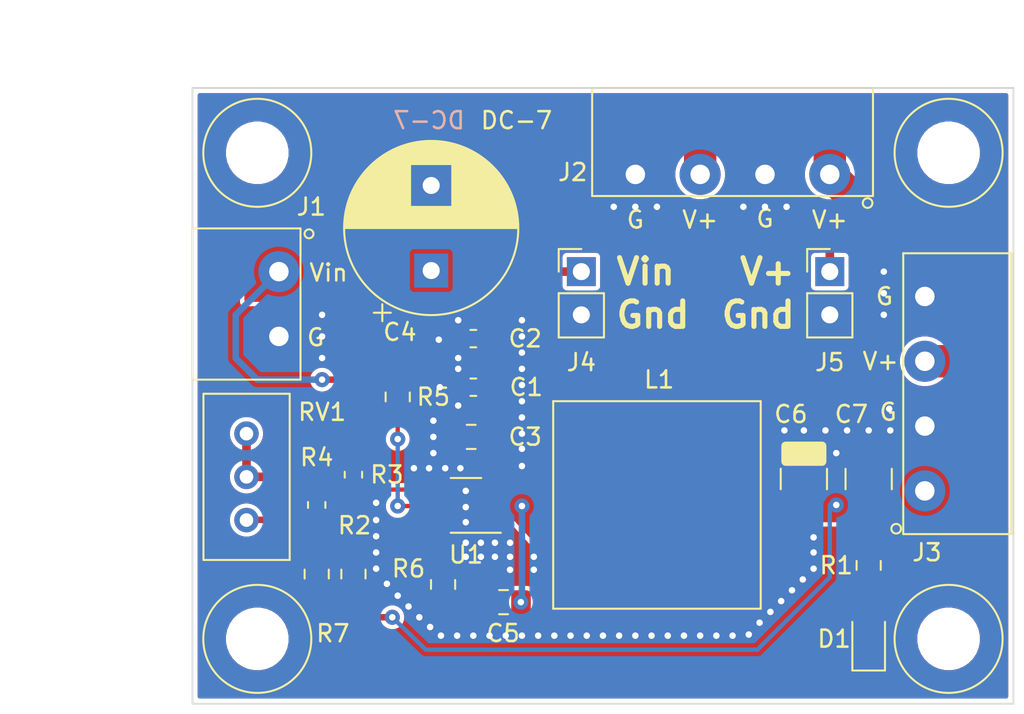
<source format=kicad_pcb>
(kicad_pcb (version 20171130) (host pcbnew "(5.1.9)-1")

  (general
    (thickness 1.6)
    (drawings 23)
    (tracks 180)
    (zones 0)
    (modules 27)
    (nets 11)
  )

  (page A4)
  (layers
    (0 F.Cu signal)
    (31 B.Cu signal)
    (32 B.Adhes user)
    (33 F.Adhes user)
    (34 B.Paste user)
    (35 F.Paste user)
    (36 B.SilkS user)
    (37 F.SilkS user)
    (38 B.Mask user)
    (39 F.Mask user)
    (40 Dwgs.User user)
    (41 Cmts.User user)
    (42 Eco1.User user)
    (43 Eco2.User user)
    (44 Edge.Cuts user)
    (45 Margin user)
    (46 B.CrtYd user)
    (47 F.CrtYd user)
    (48 B.Fab user hide)
    (49 F.Fab user hide)
  )

  (setup
    (last_trace_width 0.25)
    (user_trace_width 0.254)
    (user_trace_width 0.381)
    (user_trace_width 0.508)
    (user_trace_width 0.635)
    (user_trace_width 1.905)
    (trace_clearance 0.2)
    (zone_clearance 0.254)
    (zone_45_only yes)
    (trace_min 0.2)
    (via_size 0.8)
    (via_drill 0.4)
    (via_min_size 0.4)
    (via_min_drill 0.3)
    (user_via 0.4064 0.381)
    (user_via 0.889 0.381)
    (uvia_size 0.3)
    (uvia_drill 0.1)
    (uvias_allowed no)
    (uvia_min_size 0.2)
    (uvia_min_drill 0.1)
    (edge_width 0.1)
    (segment_width 0.2)
    (pcb_text_width 0.3)
    (pcb_text_size 1.5 1.5)
    (mod_edge_width 0.15)
    (mod_text_size 1 1)
    (mod_text_width 0.15)
    (pad_size 1.425 2.65)
    (pad_drill 0)
    (pad_to_mask_clearance 0)
    (aux_axis_origin 0 0)
    (visible_elements 7FFFF7FF)
    (pcbplotparams
      (layerselection 0x010f0_ffffffff)
      (usegerberextensions false)
      (usegerberattributes false)
      (usegerberadvancedattributes false)
      (creategerberjobfile false)
      (excludeedgelayer true)
      (linewidth 0.100000)
      (plotframeref false)
      (viasonmask false)
      (mode 1)
      (useauxorigin false)
      (hpglpennumber 1)
      (hpglpenspeed 20)
      (hpglpendiameter 15.000000)
      (psnegative false)
      (psa4output false)
      (plotreference true)
      (plotvalue true)
      (plotinvisibletext false)
      (padsonsilk false)
      (subtractmaskfromsilk false)
      (outputformat 1)
      (mirror false)
      (drillshape 0)
      (scaleselection 1)
      (outputdirectory "./"))
  )

  (net 0 "")
  (net 1 GND)
  (net 2 /Vin)
  (net 3 /SW)
  (net 4 /VOut)
  (net 5 /VBst)
  (net 6 /VfbR)
  (net 7 /Vfb)
  (net 8 /LEDR)
  (net 9 /En)
  (net 10 /VBstR)

  (net_class Default "This is the default net class."
    (clearance 0.2)
    (trace_width 0.25)
    (via_dia 0.8)
    (via_drill 0.4)
    (uvia_dia 0.3)
    (uvia_drill 0.1)
    (add_net /En)
    (add_net /LEDR)
    (add_net /SW)
    (add_net /VBst)
    (add_net /VBstR)
    (add_net /VOut)
    (add_net /Vfb)
    (add_net /VfbR)
    (add_net /Vin)
    (add_net GND)
  )

  (module Capacitor_SMD:C_1210_3225Metric_Pad1.42x2.65mm_HandSolder (layer F.Cu) (tedit 5B301BBE) (tstamp 5D59A3DD)
    (at 39.751 -13.208 90)
    (descr "Capacitor SMD 1210 (3225 Metric), square (rectangular) end terminal, IPC_7351 nominal with elongated pad for handsoldering. (Body size source: http://www.tortai-tech.com/upload/download/2011102023233369053.pdf), generated with kicad-footprint-generator")
    (tags "capacitor handsolder")
    (path /5D5A5513)
    (attr smd)
    (fp_text reference C7 (at 3.81 -1.016 180) (layer F.SilkS)
      (effects (font (size 1 1) (thickness 0.15)))
    )
    (fp_text value 22uf (at 0 2.28 90) (layer F.Fab)
      (effects (font (size 1 1) (thickness 0.15)))
    )
    (fp_line (start -1.6 1.25) (end -1.6 -1.25) (layer F.Fab) (width 0.1))
    (fp_line (start -1.6 -1.25) (end 1.6 -1.25) (layer F.Fab) (width 0.1))
    (fp_line (start 1.6 -1.25) (end 1.6 1.25) (layer F.Fab) (width 0.1))
    (fp_line (start 1.6 1.25) (end -1.6 1.25) (layer F.Fab) (width 0.1))
    (fp_line (start -0.602064 -1.36) (end 0.602064 -1.36) (layer F.SilkS) (width 0.12))
    (fp_line (start -0.602064 1.36) (end 0.602064 1.36) (layer F.SilkS) (width 0.12))
    (fp_line (start -2.45 1.58) (end -2.45 -1.58) (layer F.CrtYd) (width 0.05))
    (fp_line (start -2.45 -1.58) (end 2.45 -1.58) (layer F.CrtYd) (width 0.05))
    (fp_line (start 2.45 -1.58) (end 2.45 1.58) (layer F.CrtYd) (width 0.05))
    (fp_line (start 2.45 1.58) (end -2.45 1.58) (layer F.CrtYd) (width 0.05))
    (fp_text user %R (at 0 0 90) (layer F.Fab)
      (effects (font (size 0.8 0.8) (thickness 0.12)))
    )
    (pad 2 smd roundrect (at 1.4875 0 90) (size 1.425 2.65) (layers F.Cu F.Paste F.Mask) (roundrect_rratio 0.175439)
      (net 1 GND))
    (pad 1 smd roundrect (at -1.4875 0 90) (size 1.425 2.65) (layers F.Cu F.Paste F.Mask) (roundrect_rratio 0.175439)
      (net 4 /VOut))
    (model ${KISYS3DMOD}/Capacitor_SMD.3dshapes/C_1210_3225Metric.wrl
      (at (xyz 0 0 0))
      (scale (xyz 1 1 1))
      (rotate (xyz 0 0 0))
    )
  )

  (module Capacitor_SMD:C_1210_3225Metric_Pad1.42x2.65mm_HandSolder (layer F.Cu) (tedit 5E2C12A8) (tstamp 5D59A33E)
    (at 35.941 -13.208 90)
    (descr "Capacitor SMD 1210 (3225 Metric), square (rectangular) end terminal, IPC_7351 nominal with elongated pad for handsoldering. (Body size source: http://www.tortai-tech.com/upload/download/2011102023233369053.pdf), generated with kicad-footprint-generator")
    (tags "capacitor handsolder")
    (path /5D5A49FE)
    (attr smd)
    (fp_text reference C6 (at 3.81 -0.762 180) (layer F.SilkS)
      (effects (font (size 1 1) (thickness 0.15)))
    )
    (fp_text value 22uf (at 0 2.28 90) (layer F.Fab)
      (effects (font (size 1 1) (thickness 0.15)))
    )
    (fp_line (start -1.6 1.25) (end -1.6 -1.25) (layer F.Fab) (width 0.1))
    (fp_line (start -1.6 -1.25) (end 1.6 -1.25) (layer F.Fab) (width 0.1))
    (fp_line (start 1.6 -1.25) (end 1.6 1.25) (layer F.Fab) (width 0.1))
    (fp_line (start 1.6 1.25) (end -1.6 1.25) (layer F.Fab) (width 0.1))
    (fp_line (start -0.602064 -1.36) (end 0.602064 -1.36) (layer F.SilkS) (width 0.12))
    (fp_line (start -0.602064 1.36) (end 0.602064 1.36) (layer F.SilkS) (width 0.12))
    (fp_line (start -2.45 1.58) (end -2.45 -1.58) (layer F.CrtYd) (width 0.05))
    (fp_line (start -2.45 -1.58) (end 2.45 -1.58) (layer F.CrtYd) (width 0.05))
    (fp_line (start 2.45 -1.58) (end 2.45 1.58) (layer F.CrtYd) (width 0.05))
    (fp_line (start 2.45 1.58) (end -2.45 1.58) (layer F.CrtYd) (width 0.05))
    (fp_text user %R (at 0 0 90) (layer F.Fab)
      (effects (font (size 0.8 0.8) (thickness 0.12)))
    )
    (pad 2 smd roundrect (at 1.4875 0 90) (size 1.425 2.65) (layers F.Cu F.Paste F.SilkS F.Mask) (roundrect_rratio 0.175)
      (net 1 GND))
    (pad 1 smd roundrect (at -1.4875 0 90) (size 1.425 2.65) (layers F.Cu F.Paste F.Mask) (roundrect_rratio 0.175439)
      (net 4 /VOut))
    (model ${KISYS3DMOD}/Capacitor_SMD.3dshapes/C_1210_3225Metric.wrl
      (at (xyz 0 0 0))
      (scale (xyz 1 1 1))
      (rotate (xyz 0 0 0))
    )
  )

  (module Resistor_SMD:R_0805_2012Metric_Pad1.15x1.40mm_HandSolder (layer F.Cu) (tedit 5B36C52B) (tstamp 5DE642C5)
    (at 7.3025 -7.62 90)
    (descr "Resistor SMD 0805 (2012 Metric), square (rectangular) end terminal, IPC_7351 nominal with elongated pad for handsoldering. (Body size source: https://docs.google.com/spreadsheets/d/1BsfQQcO9C6DZCsRaXUlFlo91Tg2WpOkGARC1WS5S8t0/edit?usp=sharing), generated with kicad-footprint-generator")
    (tags "resistor handsolder")
    (path /5DEAF1D8)
    (attr smd)
    (fp_text reference R7 (at -3.4925 0.9525 180) (layer F.SilkS)
      (effects (font (size 1 1) (thickness 0.15)))
    )
    (fp_text value 56k (at 0 1.65 90) (layer F.Fab)
      (effects (font (size 1 1) (thickness 0.15)))
    )
    (fp_line (start -1 0.6) (end -1 -0.6) (layer F.Fab) (width 0.1))
    (fp_line (start -1 -0.6) (end 1 -0.6) (layer F.Fab) (width 0.1))
    (fp_line (start 1 -0.6) (end 1 0.6) (layer F.Fab) (width 0.1))
    (fp_line (start 1 0.6) (end -1 0.6) (layer F.Fab) (width 0.1))
    (fp_line (start -0.261252 -0.71) (end 0.261252 -0.71) (layer F.SilkS) (width 0.12))
    (fp_line (start -0.261252 0.71) (end 0.261252 0.71) (layer F.SilkS) (width 0.12))
    (fp_line (start -1.85 0.95) (end -1.85 -0.95) (layer F.CrtYd) (width 0.05))
    (fp_line (start -1.85 -0.95) (end 1.85 -0.95) (layer F.CrtYd) (width 0.05))
    (fp_line (start 1.85 -0.95) (end 1.85 0.95) (layer F.CrtYd) (width 0.05))
    (fp_line (start 1.85 0.95) (end -1.85 0.95) (layer F.CrtYd) (width 0.05))
    (fp_text user %R (at 0 0 90) (layer F.Fab)
      (effects (font (size 0.5 0.5) (thickness 0.08)))
    )
    (pad 2 smd roundrect (at 1.025 0 90) (size 1.15 1.4) (layers F.Cu F.Paste F.Mask) (roundrect_rratio 0.217391)
      (net 6 /VfbR))
    (pad 1 smd roundrect (at -1.025 0 90) (size 1.15 1.4) (layers F.Cu F.Paste F.Mask) (roundrect_rratio 0.217391)
      (net 4 /VOut))
    (model ${KISYS3DMOD}/Resistor_SMD.3dshapes/R_0805_2012Metric.wrl
      (at (xyz 0 0 0))
      (scale (xyz 1 1 1))
      (rotate (xyz 0 0 0))
    )
  )

  (module "0-MiscParts:MountingHole _1-8_1-4" (layer F.Cu) (tedit 5D5FAF04) (tstamp 5DE11237)
    (at 3.81 -3.81)
    (path /5DE28003)
    (fp_text reference H4 (at 0 2.032) (layer F.Fab)
      (effects (font (size 1 1) (thickness 0.15)))
    )
    (fp_text value MountingHole (at 0 -2.032) (layer F.Fab)
      (effects (font (size 1 1) (thickness 0.15)))
    )
    (fp_circle (center 0 0) (end 3.175 0) (layer F.SilkS) (width 0.12))
    (pad "" np_thru_hole circle (at 0 0) (size 3.175 3.175) (drill 3.175) (layers *.Cu *.Mask))
  )

  (module "0-MiscParts:MountingHole _1-8_1-4" (layer F.Cu) (tedit 5D5FAF04) (tstamp 5DE11231)
    (at 44.45 -32.385)
    (path /5DE27D20)
    (fp_text reference H3 (at 0 2.032) (layer F.Fab)
      (effects (font (size 1 1) (thickness 0.15)))
    )
    (fp_text value MountingHole (at 0 -2.032) (layer F.Fab)
      (effects (font (size 1 1) (thickness 0.15)))
    )
    (fp_circle (center 0 0) (end 3.175 0) (layer F.SilkS) (width 0.12))
    (pad "" np_thru_hole circle (at 0 0) (size 3.175 3.175) (drill 3.175) (layers *.Cu *.Mask))
  )

  (module "0-MiscParts:MountingHole _1-8_1-4" (layer F.Cu) (tedit 5D5FAF04) (tstamp 5DE1141C)
    (at 3.81 -32.385)
    (path /5DE27A4E)
    (fp_text reference H2 (at 0 2.032) (layer F.Fab)
      (effects (font (size 1 1) (thickness 0.15)))
    )
    (fp_text value MountingHole (at 0 -2.032) (layer F.Fab)
      (effects (font (size 1 1) (thickness 0.15)))
    )
    (fp_circle (center 0 0) (end 3.175 0) (layer F.SilkS) (width 0.12))
    (pad "" np_thru_hole circle (at 0 0) (size 3.175 3.175) (drill 3.175) (layers *.Cu *.Mask))
  )

  (module "0-MiscParts:MountingHole _1-8_1-4" (layer F.Cu) (tedit 5D5FAF04) (tstamp 5DE11225)
    (at 44.45 -3.81)
    (path /5DE278DB)
    (fp_text reference H1 (at 0 2.032) (layer F.Fab)
      (effects (font (size 1 1) (thickness 0.15)))
    )
    (fp_text value MountingHole (at 0 -2.032) (layer F.Fab)
      (effects (font (size 1 1) (thickness 0.15)))
    )
    (fp_circle (center 0 0) (end 3.175 0) (layer F.SilkS) (width 0.12))
    (pad "" np_thru_hole circle (at 0 0) (size 3.175 3.175) (drill 3.175) (layers *.Cu *.Mask))
  )

  (module Package_TO_SOT_SMD:SOT-23-6_Handsoldering (layer F.Cu) (tedit 5A02FF57) (tstamp 5DE2A89E)
    (at 16.0782 -11.6586 180)
    (descr "6-pin SOT-23 package, Handsoldering")
    (tags "SOT-23-6 Handsoldering")
    (path /5E76A97A)
    (attr smd)
    (fp_text reference U1 (at 0 -2.9) (layer F.SilkS)
      (effects (font (size 1 1) (thickness 0.15)))
    )
    (fp_text value TPS563200 (at 0 2.9) (layer F.Fab)
      (effects (font (size 1 1) (thickness 0.15)))
    )
    (fp_line (start -0.9 1.61) (end 0.9 1.61) (layer F.SilkS) (width 0.12))
    (fp_line (start 0.9 -1.61) (end -2.05 -1.61) (layer F.SilkS) (width 0.12))
    (fp_line (start -2.4 1.8) (end -2.4 -1.8) (layer F.CrtYd) (width 0.05))
    (fp_line (start 2.4 1.8) (end -2.4 1.8) (layer F.CrtYd) (width 0.05))
    (fp_line (start 2.4 -1.8) (end 2.4 1.8) (layer F.CrtYd) (width 0.05))
    (fp_line (start -2.4 -1.8) (end 2.4 -1.8) (layer F.CrtYd) (width 0.05))
    (fp_line (start -0.9 -0.9) (end -0.25 -1.55) (layer F.Fab) (width 0.1))
    (fp_line (start 0.9 -1.55) (end -0.25 -1.55) (layer F.Fab) (width 0.1))
    (fp_line (start -0.9 -0.9) (end -0.9 1.55) (layer F.Fab) (width 0.1))
    (fp_line (start 0.9 1.55) (end -0.9 1.55) (layer F.Fab) (width 0.1))
    (fp_line (start 0.9 -1.55) (end 0.9 1.55) (layer F.Fab) (width 0.1))
    (fp_text user %R (at 0 0 90) (layer F.Fab)
      (effects (font (size 0.5 0.5) (thickness 0.075)))
    )
    (pad 5 smd rect (at 1.35 0 180) (size 1.56 0.65) (layers F.Cu F.Paste F.Mask)
      (net 9 /En))
    (pad 6 smd rect (at 1.35 -0.95 180) (size 1.56 0.65) (layers F.Cu F.Paste F.Mask)
      (net 5 /VBst))
    (pad 4 smd rect (at 1.35 0.95 180) (size 1.56 0.65) (layers F.Cu F.Paste F.Mask)
      (net 7 /Vfb))
    (pad 3 smd rect (at -1.35 0.95 180) (size 1.56 0.65) (layers F.Cu F.Paste F.Mask)
      (net 2 /Vin))
    (pad 2 smd rect (at -1.35 0 180) (size 1.56 0.65) (layers F.Cu F.Paste F.Mask)
      (net 3 /SW))
    (pad 1 smd rect (at -1.35 -0.95 180) (size 1.56 0.65) (layers F.Cu F.Paste F.Mask)
      (net 1 GND))
    (model ${KISYS3DMOD}/Package_TO_SOT_SMD.3dshapes/SOT-23-6.wrl
      (at (xyz 0 0 0))
      (scale (xyz 1 1 1))
      (rotate (xyz 0 0 0))
    )
  )

  (module Resistor_SMD:R_0805_2012Metric_Pad1.15x1.40mm_HandSolder (layer F.Cu) (tedit 5B36C52B) (tstamp 5D7D597C)
    (at 14.732 -7.0104 90)
    (descr "Resistor SMD 0805 (2012 Metric), square (rectangular) end terminal, IPC_7351 nominal with elongated pad for handsoldering. (Body size source: https://docs.google.com/spreadsheets/d/1BsfQQcO9C6DZCsRaXUlFlo91Tg2WpOkGARC1WS5S8t0/edit?usp=sharing), generated with kicad-footprint-generator")
    (tags "resistor handsolder")
    (path /5D7D6EB4)
    (attr smd)
    (fp_text reference R6 (at 0.9271 -2.032 180) (layer F.SilkS)
      (effects (font (size 1 1) (thickness 0.15)))
    )
    (fp_text value 0|30 (at 0 1.65 90) (layer F.Fab)
      (effects (font (size 1 1) (thickness 0.15)))
    )
    (fp_line (start -1 0.6) (end -1 -0.6) (layer F.Fab) (width 0.1))
    (fp_line (start -1 -0.6) (end 1 -0.6) (layer F.Fab) (width 0.1))
    (fp_line (start 1 -0.6) (end 1 0.6) (layer F.Fab) (width 0.1))
    (fp_line (start 1 0.6) (end -1 0.6) (layer F.Fab) (width 0.1))
    (fp_line (start -0.261252 -0.71) (end 0.261252 -0.71) (layer F.SilkS) (width 0.12))
    (fp_line (start -0.261252 0.71) (end 0.261252 0.71) (layer F.SilkS) (width 0.12))
    (fp_line (start -1.85 0.95) (end -1.85 -0.95) (layer F.CrtYd) (width 0.05))
    (fp_line (start -1.85 -0.95) (end 1.85 -0.95) (layer F.CrtYd) (width 0.05))
    (fp_line (start 1.85 -0.95) (end 1.85 0.95) (layer F.CrtYd) (width 0.05))
    (fp_line (start 1.85 0.95) (end -1.85 0.95) (layer F.CrtYd) (width 0.05))
    (fp_text user %R (at 0 0 90) (layer F.Fab)
      (effects (font (size 0.5 0.5) (thickness 0.08)))
    )
    (pad 2 smd roundrect (at 1.025 0 90) (size 1.15 1.4) (layers F.Cu F.Paste F.Mask) (roundrect_rratio 0.217391)
      (net 5 /VBst))
    (pad 1 smd roundrect (at -1.025 0 90) (size 1.15 1.4) (layers F.Cu F.Paste F.Mask) (roundrect_rratio 0.217391)
      (net 10 /VBstR))
    (model ${KISYS3DMOD}/Resistor_SMD.3dshapes/R_0805_2012Metric.wrl
      (at (xyz 0 0 0))
      (scale (xyz 1 1 1))
      (rotate (xyz 0 0 0))
    )
  )

  (module AMiscParts:KMP4800S (layer F.Cu) (tedit 5D5A8F94) (tstamp 5D59A2B6)
    (at 27.305 -11.684)
    (path /5D581ED6)
    (fp_text reference L1 (at 0.127 -7.366) (layer F.SilkS)
      (effects (font (size 1 1) (thickness 0.15)))
    )
    (fp_text value 3.3uh (at 0 -1.5) (layer F.Fab)
      (effects (font (size 1 1) (thickness 0.15)))
    )
    (fp_line (start -6.1 6.1) (end -6.1 -6.1) (layer F.SilkS) (width 0.12))
    (fp_line (start -6.1 -6.1) (end 6.1 -6.1) (layer F.SilkS) (width 0.12))
    (fp_line (start 6.1 -6.1) (end 6.1 6.1) (layer F.SilkS) (width 0.12))
    (fp_line (start 6.1 6.1) (end -6.1 6.1) (layer F.SilkS) (width 0.12))
    (pad 1 smd rect (at -5.2 0) (size 3.4 5) (layers F.Cu F.Paste F.Mask)
      (net 3 /SW))
    (pad 2 smd rect (at 5.2 0) (size 3.4 5) (layers F.Cu F.Paste F.Mask)
      (net 4 /VOut))
  )

  (module "AMiscParts:4 Pin 3.81mm" (layer F.Cu) (tedit 5D595DD3) (tstamp 5D59A2D4)
    (at 43.053 -18.2245 90)
    (path /5D5B3FAE)
    (fp_text reference J3 (at -9.3345 0.127 180) (layer F.SilkS)
      (effects (font (size 1 1) (thickness 0.15)))
    )
    (fp_text value Conn_01x04 (at 0 2.159 90) (layer F.Fab)
      (effects (font (size 1 1) (thickness 0.15)))
    )
    (fp_line (start -8.255 5.08) (end -8.255 -1.27) (layer F.SilkS) (width 0.12))
    (fp_line (start 8.255 5.08) (end -8.255 5.08) (layer F.SilkS) (width 0.12))
    (fp_line (start 8.255 -1.27) (end 8.255 5.08) (layer F.SilkS) (width 0.12))
    (fp_line (start -8.255 -1.27) (end 8.255 -1.27) (layer F.SilkS) (width 0.12))
    (fp_circle (center -7.9375 -1.68452) (end -7.8105 -1.43052) (layer F.SilkS) (width 0.12))
    (pad 1 thru_hole circle (at -5.715 0 90) (size 2.413 2.413) (drill 1.143) (layers *.Cu *.Mask)
      (net 4 /VOut))
    (pad 2 thru_hole circle (at -1.905 0 90) (size 2.413 2.413) (drill 1.143) (layers *.Cu *.Mask)
      (net 1 GND))
    (pad 3 thru_hole circle (at 1.905 0 90) (size 2.413 2.413) (drill 1.143) (layers *.Cu *.Mask)
      (net 4 /VOut))
    (pad 4 thru_hole circle (at 5.715 0 90) (size 2.413 2.413) (drill 1.143) (layers *.Cu *.Mask)
      (net 1 GND))
  )

  (module "AMiscParts:4 Pin 3.81mm" (layer F.Cu) (tedit 5D595DD3) (tstamp 5D59A2F8)
    (at 31.75 -31.115 180)
    (path /5D5B34D6)
    (fp_text reference J2 (at 9.398 0.127) (layer F.SilkS)
      (effects (font (size 1 1) (thickness 0.15)))
    )
    (fp_text value Conn_01x04 (at 0 2.159) (layer F.Fab)
      (effects (font (size 1 1) (thickness 0.15)))
    )
    (fp_line (start -8.255 5.08) (end -8.255 -1.27) (layer F.SilkS) (width 0.12))
    (fp_line (start 8.255 5.08) (end -8.255 5.08) (layer F.SilkS) (width 0.12))
    (fp_line (start 8.255 -1.27) (end 8.255 5.08) (layer F.SilkS) (width 0.12))
    (fp_line (start -8.255 -1.27) (end 8.255 -1.27) (layer F.SilkS) (width 0.12))
    (fp_circle (center -7.9375 -1.68452) (end -7.8105 -1.43052) (layer F.SilkS) (width 0.12))
    (pad 1 thru_hole circle (at -5.715 0 180) (size 2.413 2.413) (drill 1.143) (layers *.Cu *.Mask)
      (net 4 /VOut))
    (pad 2 thru_hole circle (at -1.905 0 180) (size 2.413 2.413) (drill 1.143) (layers *.Cu *.Mask)
      (net 1 GND))
    (pad 3 thru_hole circle (at 1.905 0 180) (size 2.413 2.413) (drill 1.143) (layers *.Cu *.Mask)
      (net 4 /VOut))
    (pad 4 thru_hole circle (at 5.715 0 180) (size 2.413 2.413) (drill 1.143) (layers *.Cu *.Mask)
      (net 1 GND))
  )

  (module "AMiscParts:2 Pin 3.81mm" (layer F.Cu) (tedit 5D595D92) (tstamp 5D58673C)
    (at 5.08 -23.495 270)
    (path /5D5D352A)
    (fp_text reference J1 (at -5.715 -1.905 180) (layer F.SilkS)
      (effects (font (size 1 1) (thickness 0.15)))
    )
    (fp_text value Conn_01x02 (at 0 2.286 90) (layer F.Fab)
      (effects (font (size 1 1) (thickness 0.15)))
    )
    (fp_line (start -4.445 -1.27) (end 4.445 -1.27) (layer F.SilkS) (width 0.12))
    (fp_line (start 4.445 5.08) (end 4.445 -1.27) (layer F.SilkS) (width 0.12))
    (fp_line (start -4.445 5.08) (end 4.445 5.08) (layer F.SilkS) (width 0.12))
    (fp_line (start -4.445 -1.27) (end -4.445 5.08) (layer F.SilkS) (width 0.12))
    (fp_circle (center -4.1275 -1.770183) (end -4.064 -1.516183) (layer F.SilkS) (width 0.12))
    (pad 1 thru_hole circle (at -1.905 0 270) (size 2.413 2.413) (drill 1.143) (layers *.Cu *.Mask)
      (net 2 /Vin))
    (pad 2 thru_hole circle (at 1.905 0 270) (size 2.413 2.413) (drill 1.143) (layers *.Cu *.Mask)
      (net 1 GND))
  )

  (module Resistor_SMD:R_0805_2012Metric_Pad1.15x1.40mm_HandSolder (layer F.Cu) (tedit 5B36C52B) (tstamp 5D6DBDC7)
    (at 12.065 -18.034 270)
    (descr "Resistor SMD 0805 (2012 Metric), square (rectangular) end terminal, IPC_7351 nominal with elongated pad for handsoldering. (Body size source: https://docs.google.com/spreadsheets/d/1BsfQQcO9C6DZCsRaXUlFlo91Tg2WpOkGARC1WS5S8t0/edit?usp=sharing), generated with kicad-footprint-generator")
    (tags "resistor handsolder")
    (path /5D6DC663)
    (attr smd)
    (fp_text reference R5 (at 0 -2.0955 180) (layer F.SilkS)
      (effects (font (size 1 1) (thickness 0.15)))
    )
    (fp_text value 10k (at 0 1.65 90) (layer F.Fab)
      (effects (font (size 1 1) (thickness 0.15)))
    )
    (fp_line (start -1 0.6) (end -1 -0.6) (layer F.Fab) (width 0.1))
    (fp_line (start -1 -0.6) (end 1 -0.6) (layer F.Fab) (width 0.1))
    (fp_line (start 1 -0.6) (end 1 0.6) (layer F.Fab) (width 0.1))
    (fp_line (start 1 0.6) (end -1 0.6) (layer F.Fab) (width 0.1))
    (fp_line (start -0.261252 -0.71) (end 0.261252 -0.71) (layer F.SilkS) (width 0.12))
    (fp_line (start -0.261252 0.71) (end 0.261252 0.71) (layer F.SilkS) (width 0.12))
    (fp_line (start -1.85 0.95) (end -1.85 -0.95) (layer F.CrtYd) (width 0.05))
    (fp_line (start -1.85 -0.95) (end 1.85 -0.95) (layer F.CrtYd) (width 0.05))
    (fp_line (start 1.85 -0.95) (end 1.85 0.95) (layer F.CrtYd) (width 0.05))
    (fp_line (start 1.85 0.95) (end -1.85 0.95) (layer F.CrtYd) (width 0.05))
    (fp_text user %R (at 0 0 90) (layer F.Fab)
      (effects (font (size 0.5 0.5) (thickness 0.08)))
    )
    (pad 2 smd roundrect (at 1.025 0 270) (size 1.15 1.4) (layers F.Cu F.Paste F.Mask) (roundrect_rratio 0.217391)
      (net 9 /En))
    (pad 1 smd roundrect (at -1.025 0 270) (size 1.15 1.4) (layers F.Cu F.Paste F.Mask) (roundrect_rratio 0.217391)
      (net 2 /Vin))
    (model ${KISYS3DMOD}/Resistor_SMD.3dshapes/R_0805_2012Metric.wrl
      (at (xyz 0 0 0))
      (scale (xyz 1 1 1))
      (rotate (xyz 0 0 0))
    )
  )

  (module Capacitor_SMD:C_0603_1608Metric_Pad1.05x0.95mm_HandSolder (layer F.Cu) (tedit 5B301BBE) (tstamp 5D586B21)
    (at 16.51 -18.6055 180)
    (descr "Capacitor SMD 0603 (1608 Metric), square (rectangular) end terminal, IPC_7351 nominal with elongated pad for handsoldering. (Body size source: http://www.tortai-tech.com/upload/download/2011102023233369053.pdf), generated with kicad-footprint-generator")
    (tags "capacitor handsolder")
    (path /5D57C835)
    (attr smd)
    (fp_text reference C1 (at -3.1115 0) (layer F.SilkS)
      (effects (font (size 1 1) (thickness 0.15)))
    )
    (fp_text value 10uf (at 0 1.43) (layer F.Fab)
      (effects (font (size 1 1) (thickness 0.15)))
    )
    (fp_line (start -0.8 0.4) (end -0.8 -0.4) (layer F.Fab) (width 0.1))
    (fp_line (start -0.8 -0.4) (end 0.8 -0.4) (layer F.Fab) (width 0.1))
    (fp_line (start 0.8 -0.4) (end 0.8 0.4) (layer F.Fab) (width 0.1))
    (fp_line (start 0.8 0.4) (end -0.8 0.4) (layer F.Fab) (width 0.1))
    (fp_line (start -0.171267 -0.51) (end 0.171267 -0.51) (layer F.SilkS) (width 0.12))
    (fp_line (start -0.171267 0.51) (end 0.171267 0.51) (layer F.SilkS) (width 0.12))
    (fp_line (start -1.65 0.73) (end -1.65 -0.73) (layer F.CrtYd) (width 0.05))
    (fp_line (start -1.65 -0.73) (end 1.65 -0.73) (layer F.CrtYd) (width 0.05))
    (fp_line (start 1.65 -0.73) (end 1.65 0.73) (layer F.CrtYd) (width 0.05))
    (fp_line (start 1.65 0.73) (end -1.65 0.73) (layer F.CrtYd) (width 0.05))
    (fp_text user %R (at 0 0) (layer F.Fab)
      (effects (font (size 0.4 0.4) (thickness 0.06)))
    )
    (pad 2 smd roundrect (at 0.875 0 180) (size 1.05 0.95) (layers F.Cu F.Paste F.Mask) (roundrect_rratio 0.25)
      (net 1 GND))
    (pad 1 smd roundrect (at -0.875 0 180) (size 1.05 0.95) (layers F.Cu F.Paste F.Mask) (roundrect_rratio 0.25)
      (net 2 /Vin))
    (model ${KISYS3DMOD}/Capacitor_SMD.3dshapes/C_0603_1608Metric.wrl
      (at (xyz 0 0 0))
      (scale (xyz 1 1 1))
      (rotate (xyz 0 0 0))
    )
  )

  (module Capacitor_SMD:C_0603_1608Metric_Pad1.05x0.95mm_HandSolder (layer F.Cu) (tedit 5B301BBE) (tstamp 5D586AF1)
    (at 16.51 -21.463 180)
    (descr "Capacitor SMD 0603 (1608 Metric), square (rectangular) end terminal, IPC_7351 nominal with elongated pad for handsoldering. (Body size source: http://www.tortai-tech.com/upload/download/2011102023233369053.pdf), generated with kicad-footprint-generator")
    (tags "capacitor handsolder")
    (path /5D57CC4E)
    (attr smd)
    (fp_text reference C2 (at -3.048 0) (layer F.SilkS)
      (effects (font (size 1 1) (thickness 0.15)))
    )
    (fp_text value 10uf (at 0 1.43) (layer F.Fab)
      (effects (font (size 1 1) (thickness 0.15)))
    )
    (fp_line (start -0.8 0.4) (end -0.8 -0.4) (layer F.Fab) (width 0.1))
    (fp_line (start -0.8 -0.4) (end 0.8 -0.4) (layer F.Fab) (width 0.1))
    (fp_line (start 0.8 -0.4) (end 0.8 0.4) (layer F.Fab) (width 0.1))
    (fp_line (start 0.8 0.4) (end -0.8 0.4) (layer F.Fab) (width 0.1))
    (fp_line (start -0.171267 -0.51) (end 0.171267 -0.51) (layer F.SilkS) (width 0.12))
    (fp_line (start -0.171267 0.51) (end 0.171267 0.51) (layer F.SilkS) (width 0.12))
    (fp_line (start -1.65 0.73) (end -1.65 -0.73) (layer F.CrtYd) (width 0.05))
    (fp_line (start -1.65 -0.73) (end 1.65 -0.73) (layer F.CrtYd) (width 0.05))
    (fp_line (start 1.65 -0.73) (end 1.65 0.73) (layer F.CrtYd) (width 0.05))
    (fp_line (start 1.65 0.73) (end -1.65 0.73) (layer F.CrtYd) (width 0.05))
    (fp_text user %R (at 0 0) (layer F.Fab)
      (effects (font (size 0.4 0.4) (thickness 0.06)))
    )
    (pad 2 smd roundrect (at 0.875 0 180) (size 1.05 0.95) (layers F.Cu F.Paste F.Mask) (roundrect_rratio 0.25)
      (net 1 GND))
    (pad 1 smd roundrect (at -0.875 0 180) (size 1.05 0.95) (layers F.Cu F.Paste F.Mask) (roundrect_rratio 0.25)
      (net 2 /Vin))
    (model ${KISYS3DMOD}/Capacitor_SMD.3dshapes/C_0603_1608Metric.wrl
      (at (xyz 0 0 0))
      (scale (xyz 1 1 1))
      (rotate (xyz 0 0 0))
    )
  )

  (module Capacitor_SMD:C_0805_2012Metric_Pad1.15x1.40mm_HandSolder (layer F.Cu) (tedit 5B36C52B) (tstamp 5D58BF83)
    (at 16.383 -15.6845 180)
    (descr "Capacitor SMD 0805 (2012 Metric), square (rectangular) end terminal, IPC_7351 nominal with elongated pad for handsoldering. (Body size source: https://docs.google.com/spreadsheets/d/1BsfQQcO9C6DZCsRaXUlFlo91Tg2WpOkGARC1WS5S8t0/edit?usp=sharing), generated with kicad-footprint-generator")
    (tags "capacitor handsolder")
    (path /5D58977D)
    (attr smd)
    (fp_text reference C3 (at -3.175 0) (layer F.SilkS)
      (effects (font (size 1 1) (thickness 0.15)))
    )
    (fp_text value .1uf (at 0 1.65) (layer F.Fab)
      (effects (font (size 1 1) (thickness 0.15)))
    )
    (fp_line (start -1 0.6) (end -1 -0.6) (layer F.Fab) (width 0.1))
    (fp_line (start -1 -0.6) (end 1 -0.6) (layer F.Fab) (width 0.1))
    (fp_line (start 1 -0.6) (end 1 0.6) (layer F.Fab) (width 0.1))
    (fp_line (start 1 0.6) (end -1 0.6) (layer F.Fab) (width 0.1))
    (fp_line (start -0.261252 -0.71) (end 0.261252 -0.71) (layer F.SilkS) (width 0.12))
    (fp_line (start -0.261252 0.71) (end 0.261252 0.71) (layer F.SilkS) (width 0.12))
    (fp_line (start -1.85 0.95) (end -1.85 -0.95) (layer F.CrtYd) (width 0.05))
    (fp_line (start -1.85 -0.95) (end 1.85 -0.95) (layer F.CrtYd) (width 0.05))
    (fp_line (start 1.85 -0.95) (end 1.85 0.95) (layer F.CrtYd) (width 0.05))
    (fp_line (start 1.85 0.95) (end -1.85 0.95) (layer F.CrtYd) (width 0.05))
    (fp_text user %R (at 0 0) (layer F.Fab)
      (effects (font (size 0.5 0.5) (thickness 0.08)))
    )
    (pad 2 smd roundrect (at 1.025 0 180) (size 1.15 1.4) (layers F.Cu F.Paste F.Mask) (roundrect_rratio 0.217391)
      (net 1 GND))
    (pad 1 smd roundrect (at -1.025 0 180) (size 1.15 1.4) (layers F.Cu F.Paste F.Mask) (roundrect_rratio 0.217391)
      (net 2 /Vin))
    (model ${KISYS3DMOD}/Capacitor_SMD.3dshapes/C_0805_2012Metric.wrl
      (at (xyz 0 0 0))
      (scale (xyz 1 1 1))
      (rotate (xyz 0 0 0))
    )
  )

  (module Capacitor_THT:CP_Radial_D10.0mm_P5.00mm (layer F.Cu) (tedit 5AE50EF1) (tstamp 5D58BD7A)
    (at 14.0335 -25.4635 90)
    (descr "CP, Radial series, Radial, pin pitch=5.00mm, , diameter=10mm, Electrolytic Capacitor")
    (tags "CP Radial series Radial pin pitch 5.00mm  diameter 10mm Electrolytic Capacitor")
    (path /5D595051)
    (fp_text reference C4 (at -3.6195 -1.8415 180) (layer F.SilkS)
      (effects (font (size 1 1) (thickness 0.15)))
    )
    (fp_text value CP (at 2.5 6.25 90) (layer F.Fab)
      (effects (font (size 1 1) (thickness 0.15)))
    )
    (fp_circle (center 2.5 0) (end 7.5 0) (layer F.Fab) (width 0.1))
    (fp_circle (center 2.5 0) (end 7.62 0) (layer F.SilkS) (width 0.12))
    (fp_circle (center 2.5 0) (end 7.75 0) (layer F.CrtYd) (width 0.05))
    (fp_line (start -1.788861 -2.1875) (end -0.788861 -2.1875) (layer F.Fab) (width 0.1))
    (fp_line (start -1.288861 -2.6875) (end -1.288861 -1.6875) (layer F.Fab) (width 0.1))
    (fp_line (start 2.5 -5.08) (end 2.5 5.08) (layer F.SilkS) (width 0.12))
    (fp_line (start 2.54 -5.08) (end 2.54 5.08) (layer F.SilkS) (width 0.12))
    (fp_line (start 2.58 -5.08) (end 2.58 5.08) (layer F.SilkS) (width 0.12))
    (fp_line (start 2.62 -5.079) (end 2.62 5.079) (layer F.SilkS) (width 0.12))
    (fp_line (start 2.66 -5.078) (end 2.66 5.078) (layer F.SilkS) (width 0.12))
    (fp_line (start 2.7 -5.077) (end 2.7 5.077) (layer F.SilkS) (width 0.12))
    (fp_line (start 2.74 -5.075) (end 2.74 5.075) (layer F.SilkS) (width 0.12))
    (fp_line (start 2.78 -5.073) (end 2.78 5.073) (layer F.SilkS) (width 0.12))
    (fp_line (start 2.82 -5.07) (end 2.82 5.07) (layer F.SilkS) (width 0.12))
    (fp_line (start 2.86 -5.068) (end 2.86 5.068) (layer F.SilkS) (width 0.12))
    (fp_line (start 2.9 -5.065) (end 2.9 5.065) (layer F.SilkS) (width 0.12))
    (fp_line (start 2.94 -5.062) (end 2.94 5.062) (layer F.SilkS) (width 0.12))
    (fp_line (start 2.98 -5.058) (end 2.98 5.058) (layer F.SilkS) (width 0.12))
    (fp_line (start 3.02 -5.054) (end 3.02 5.054) (layer F.SilkS) (width 0.12))
    (fp_line (start 3.06 -5.05) (end 3.06 5.05) (layer F.SilkS) (width 0.12))
    (fp_line (start 3.1 -5.045) (end 3.1 5.045) (layer F.SilkS) (width 0.12))
    (fp_line (start 3.14 -5.04) (end 3.14 5.04) (layer F.SilkS) (width 0.12))
    (fp_line (start 3.18 -5.035) (end 3.18 5.035) (layer F.SilkS) (width 0.12))
    (fp_line (start 3.221 -5.03) (end 3.221 5.03) (layer F.SilkS) (width 0.12))
    (fp_line (start 3.261 -5.024) (end 3.261 5.024) (layer F.SilkS) (width 0.12))
    (fp_line (start 3.301 -5.018) (end 3.301 5.018) (layer F.SilkS) (width 0.12))
    (fp_line (start 3.341 -5.011) (end 3.341 5.011) (layer F.SilkS) (width 0.12))
    (fp_line (start 3.381 -5.004) (end 3.381 5.004) (layer F.SilkS) (width 0.12))
    (fp_line (start 3.421 -4.997) (end 3.421 4.997) (layer F.SilkS) (width 0.12))
    (fp_line (start 3.461 -4.99) (end 3.461 4.99) (layer F.SilkS) (width 0.12))
    (fp_line (start 3.501 -4.982) (end 3.501 4.982) (layer F.SilkS) (width 0.12))
    (fp_line (start 3.541 -4.974) (end 3.541 4.974) (layer F.SilkS) (width 0.12))
    (fp_line (start 3.581 -4.965) (end 3.581 4.965) (layer F.SilkS) (width 0.12))
    (fp_line (start 3.621 -4.956) (end 3.621 4.956) (layer F.SilkS) (width 0.12))
    (fp_line (start 3.661 -4.947) (end 3.661 4.947) (layer F.SilkS) (width 0.12))
    (fp_line (start 3.701 -4.938) (end 3.701 4.938) (layer F.SilkS) (width 0.12))
    (fp_line (start 3.741 -4.928) (end 3.741 4.928) (layer F.SilkS) (width 0.12))
    (fp_line (start 3.781 -4.918) (end 3.781 -1.241) (layer F.SilkS) (width 0.12))
    (fp_line (start 3.781 1.241) (end 3.781 4.918) (layer F.SilkS) (width 0.12))
    (fp_line (start 3.821 -4.907) (end 3.821 -1.241) (layer F.SilkS) (width 0.12))
    (fp_line (start 3.821 1.241) (end 3.821 4.907) (layer F.SilkS) (width 0.12))
    (fp_line (start 3.861 -4.897) (end 3.861 -1.241) (layer F.SilkS) (width 0.12))
    (fp_line (start 3.861 1.241) (end 3.861 4.897) (layer F.SilkS) (width 0.12))
    (fp_line (start 3.901 -4.885) (end 3.901 -1.241) (layer F.SilkS) (width 0.12))
    (fp_line (start 3.901 1.241) (end 3.901 4.885) (layer F.SilkS) (width 0.12))
    (fp_line (start 3.941 -4.874) (end 3.941 -1.241) (layer F.SilkS) (width 0.12))
    (fp_line (start 3.941 1.241) (end 3.941 4.874) (layer F.SilkS) (width 0.12))
    (fp_line (start 3.981 -4.862) (end 3.981 -1.241) (layer F.SilkS) (width 0.12))
    (fp_line (start 3.981 1.241) (end 3.981 4.862) (layer F.SilkS) (width 0.12))
    (fp_line (start 4.021 -4.85) (end 4.021 -1.241) (layer F.SilkS) (width 0.12))
    (fp_line (start 4.021 1.241) (end 4.021 4.85) (layer F.SilkS) (width 0.12))
    (fp_line (start 4.061 -4.837) (end 4.061 -1.241) (layer F.SilkS) (width 0.12))
    (fp_line (start 4.061 1.241) (end 4.061 4.837) (layer F.SilkS) (width 0.12))
    (fp_line (start 4.101 -4.824) (end 4.101 -1.241) (layer F.SilkS) (width 0.12))
    (fp_line (start 4.101 1.241) (end 4.101 4.824) (layer F.SilkS) (width 0.12))
    (fp_line (start 4.141 -4.811) (end 4.141 -1.241) (layer F.SilkS) (width 0.12))
    (fp_line (start 4.141 1.241) (end 4.141 4.811) (layer F.SilkS) (width 0.12))
    (fp_line (start 4.181 -4.797) (end 4.181 -1.241) (layer F.SilkS) (width 0.12))
    (fp_line (start 4.181 1.241) (end 4.181 4.797) (layer F.SilkS) (width 0.12))
    (fp_line (start 4.221 -4.783) (end 4.221 -1.241) (layer F.SilkS) (width 0.12))
    (fp_line (start 4.221 1.241) (end 4.221 4.783) (layer F.SilkS) (width 0.12))
    (fp_line (start 4.261 -4.768) (end 4.261 -1.241) (layer F.SilkS) (width 0.12))
    (fp_line (start 4.261 1.241) (end 4.261 4.768) (layer F.SilkS) (width 0.12))
    (fp_line (start 4.301 -4.754) (end 4.301 -1.241) (layer F.SilkS) (width 0.12))
    (fp_line (start 4.301 1.241) (end 4.301 4.754) (layer F.SilkS) (width 0.12))
    (fp_line (start 4.341 -4.738) (end 4.341 -1.241) (layer F.SilkS) (width 0.12))
    (fp_line (start 4.341 1.241) (end 4.341 4.738) (layer F.SilkS) (width 0.12))
    (fp_line (start 4.381 -4.723) (end 4.381 -1.241) (layer F.SilkS) (width 0.12))
    (fp_line (start 4.381 1.241) (end 4.381 4.723) (layer F.SilkS) (width 0.12))
    (fp_line (start 4.421 -4.707) (end 4.421 -1.241) (layer F.SilkS) (width 0.12))
    (fp_line (start 4.421 1.241) (end 4.421 4.707) (layer F.SilkS) (width 0.12))
    (fp_line (start 4.461 -4.69) (end 4.461 -1.241) (layer F.SilkS) (width 0.12))
    (fp_line (start 4.461 1.241) (end 4.461 4.69) (layer F.SilkS) (width 0.12))
    (fp_line (start 4.501 -4.674) (end 4.501 -1.241) (layer F.SilkS) (width 0.12))
    (fp_line (start 4.501 1.241) (end 4.501 4.674) (layer F.SilkS) (width 0.12))
    (fp_line (start 4.541 -4.657) (end 4.541 -1.241) (layer F.SilkS) (width 0.12))
    (fp_line (start 4.541 1.241) (end 4.541 4.657) (layer F.SilkS) (width 0.12))
    (fp_line (start 4.581 -4.639) (end 4.581 -1.241) (layer F.SilkS) (width 0.12))
    (fp_line (start 4.581 1.241) (end 4.581 4.639) (layer F.SilkS) (width 0.12))
    (fp_line (start 4.621 -4.621) (end 4.621 -1.241) (layer F.SilkS) (width 0.12))
    (fp_line (start 4.621 1.241) (end 4.621 4.621) (layer F.SilkS) (width 0.12))
    (fp_line (start 4.661 -4.603) (end 4.661 -1.241) (layer F.SilkS) (width 0.12))
    (fp_line (start 4.661 1.241) (end 4.661 4.603) (layer F.SilkS) (width 0.12))
    (fp_line (start 4.701 -4.584) (end 4.701 -1.241) (layer F.SilkS) (width 0.12))
    (fp_line (start 4.701 1.241) (end 4.701 4.584) (layer F.SilkS) (width 0.12))
    (fp_line (start 4.741 -4.564) (end 4.741 -1.241) (layer F.SilkS) (width 0.12))
    (fp_line (start 4.741 1.241) (end 4.741 4.564) (layer F.SilkS) (width 0.12))
    (fp_line (start 4.781 -4.545) (end 4.781 -1.241) (layer F.SilkS) (width 0.12))
    (fp_line (start 4.781 1.241) (end 4.781 4.545) (layer F.SilkS) (width 0.12))
    (fp_line (start 4.821 -4.525) (end 4.821 -1.241) (layer F.SilkS) (width 0.12))
    (fp_line (start 4.821 1.241) (end 4.821 4.525) (layer F.SilkS) (width 0.12))
    (fp_line (start 4.861 -4.504) (end 4.861 -1.241) (layer F.SilkS) (width 0.12))
    (fp_line (start 4.861 1.241) (end 4.861 4.504) (layer F.SilkS) (width 0.12))
    (fp_line (start 4.901 -4.483) (end 4.901 -1.241) (layer F.SilkS) (width 0.12))
    (fp_line (start 4.901 1.241) (end 4.901 4.483) (layer F.SilkS) (width 0.12))
    (fp_line (start 4.941 -4.462) (end 4.941 -1.241) (layer F.SilkS) (width 0.12))
    (fp_line (start 4.941 1.241) (end 4.941 4.462) (layer F.SilkS) (width 0.12))
    (fp_line (start 4.981 -4.44) (end 4.981 -1.241) (layer F.SilkS) (width 0.12))
    (fp_line (start 4.981 1.241) (end 4.981 4.44) (layer F.SilkS) (width 0.12))
    (fp_line (start 5.021 -4.417) (end 5.021 -1.241) (layer F.SilkS) (width 0.12))
    (fp_line (start 5.021 1.241) (end 5.021 4.417) (layer F.SilkS) (width 0.12))
    (fp_line (start 5.061 -4.395) (end 5.061 -1.241) (layer F.SilkS) (width 0.12))
    (fp_line (start 5.061 1.241) (end 5.061 4.395) (layer F.SilkS) (width 0.12))
    (fp_line (start 5.101 -4.371) (end 5.101 -1.241) (layer F.SilkS) (width 0.12))
    (fp_line (start 5.101 1.241) (end 5.101 4.371) (layer F.SilkS) (width 0.12))
    (fp_line (start 5.141 -4.347) (end 5.141 -1.241) (layer F.SilkS) (width 0.12))
    (fp_line (start 5.141 1.241) (end 5.141 4.347) (layer F.SilkS) (width 0.12))
    (fp_line (start 5.181 -4.323) (end 5.181 -1.241) (layer F.SilkS) (width 0.12))
    (fp_line (start 5.181 1.241) (end 5.181 4.323) (layer F.SilkS) (width 0.12))
    (fp_line (start 5.221 -4.298) (end 5.221 -1.241) (layer F.SilkS) (width 0.12))
    (fp_line (start 5.221 1.241) (end 5.221 4.298) (layer F.SilkS) (width 0.12))
    (fp_line (start 5.261 -4.273) (end 5.261 -1.241) (layer F.SilkS) (width 0.12))
    (fp_line (start 5.261 1.241) (end 5.261 4.273) (layer F.SilkS) (width 0.12))
    (fp_line (start 5.301 -4.247) (end 5.301 -1.241) (layer F.SilkS) (width 0.12))
    (fp_line (start 5.301 1.241) (end 5.301 4.247) (layer F.SilkS) (width 0.12))
    (fp_line (start 5.341 -4.221) (end 5.341 -1.241) (layer F.SilkS) (width 0.12))
    (fp_line (start 5.341 1.241) (end 5.341 4.221) (layer F.SilkS) (width 0.12))
    (fp_line (start 5.381 -4.194) (end 5.381 -1.241) (layer F.SilkS) (width 0.12))
    (fp_line (start 5.381 1.241) (end 5.381 4.194) (layer F.SilkS) (width 0.12))
    (fp_line (start 5.421 -4.166) (end 5.421 -1.241) (layer F.SilkS) (width 0.12))
    (fp_line (start 5.421 1.241) (end 5.421 4.166) (layer F.SilkS) (width 0.12))
    (fp_line (start 5.461 -4.138) (end 5.461 -1.241) (layer F.SilkS) (width 0.12))
    (fp_line (start 5.461 1.241) (end 5.461 4.138) (layer F.SilkS) (width 0.12))
    (fp_line (start 5.501 -4.11) (end 5.501 -1.241) (layer F.SilkS) (width 0.12))
    (fp_line (start 5.501 1.241) (end 5.501 4.11) (layer F.SilkS) (width 0.12))
    (fp_line (start 5.541 -4.08) (end 5.541 -1.241) (layer F.SilkS) (width 0.12))
    (fp_line (start 5.541 1.241) (end 5.541 4.08) (layer F.SilkS) (width 0.12))
    (fp_line (start 5.581 -4.05) (end 5.581 -1.241) (layer F.SilkS) (width 0.12))
    (fp_line (start 5.581 1.241) (end 5.581 4.05) (layer F.SilkS) (width 0.12))
    (fp_line (start 5.621 -4.02) (end 5.621 -1.241) (layer F.SilkS) (width 0.12))
    (fp_line (start 5.621 1.241) (end 5.621 4.02) (layer F.SilkS) (width 0.12))
    (fp_line (start 5.661 -3.989) (end 5.661 -1.241) (layer F.SilkS) (width 0.12))
    (fp_line (start 5.661 1.241) (end 5.661 3.989) (layer F.SilkS) (width 0.12))
    (fp_line (start 5.701 -3.957) (end 5.701 -1.241) (layer F.SilkS) (width 0.12))
    (fp_line (start 5.701 1.241) (end 5.701 3.957) (layer F.SilkS) (width 0.12))
    (fp_line (start 5.741 -3.925) (end 5.741 -1.241) (layer F.SilkS) (width 0.12))
    (fp_line (start 5.741 1.241) (end 5.741 3.925) (layer F.SilkS) (width 0.12))
    (fp_line (start 5.781 -3.892) (end 5.781 -1.241) (layer F.SilkS) (width 0.12))
    (fp_line (start 5.781 1.241) (end 5.781 3.892) (layer F.SilkS) (width 0.12))
    (fp_line (start 5.821 -3.858) (end 5.821 -1.241) (layer F.SilkS) (width 0.12))
    (fp_line (start 5.821 1.241) (end 5.821 3.858) (layer F.SilkS) (width 0.12))
    (fp_line (start 5.861 -3.824) (end 5.861 -1.241) (layer F.SilkS) (width 0.12))
    (fp_line (start 5.861 1.241) (end 5.861 3.824) (layer F.SilkS) (width 0.12))
    (fp_line (start 5.901 -3.789) (end 5.901 -1.241) (layer F.SilkS) (width 0.12))
    (fp_line (start 5.901 1.241) (end 5.901 3.789) (layer F.SilkS) (width 0.12))
    (fp_line (start 5.941 -3.753) (end 5.941 -1.241) (layer F.SilkS) (width 0.12))
    (fp_line (start 5.941 1.241) (end 5.941 3.753) (layer F.SilkS) (width 0.12))
    (fp_line (start 5.981 -3.716) (end 5.981 -1.241) (layer F.SilkS) (width 0.12))
    (fp_line (start 5.981 1.241) (end 5.981 3.716) (layer F.SilkS) (width 0.12))
    (fp_line (start 6.021 -3.679) (end 6.021 -1.241) (layer F.SilkS) (width 0.12))
    (fp_line (start 6.021 1.241) (end 6.021 3.679) (layer F.SilkS) (width 0.12))
    (fp_line (start 6.061 -3.64) (end 6.061 -1.241) (layer F.SilkS) (width 0.12))
    (fp_line (start 6.061 1.241) (end 6.061 3.64) (layer F.SilkS) (width 0.12))
    (fp_line (start 6.101 -3.601) (end 6.101 -1.241) (layer F.SilkS) (width 0.12))
    (fp_line (start 6.101 1.241) (end 6.101 3.601) (layer F.SilkS) (width 0.12))
    (fp_line (start 6.141 -3.561) (end 6.141 -1.241) (layer F.SilkS) (width 0.12))
    (fp_line (start 6.141 1.241) (end 6.141 3.561) (layer F.SilkS) (width 0.12))
    (fp_line (start 6.181 -3.52) (end 6.181 -1.241) (layer F.SilkS) (width 0.12))
    (fp_line (start 6.181 1.241) (end 6.181 3.52) (layer F.SilkS) (width 0.12))
    (fp_line (start 6.221 -3.478) (end 6.221 -1.241) (layer F.SilkS) (width 0.12))
    (fp_line (start 6.221 1.241) (end 6.221 3.478) (layer F.SilkS) (width 0.12))
    (fp_line (start 6.261 -3.436) (end 6.261 3.436) (layer F.SilkS) (width 0.12))
    (fp_line (start 6.301 -3.392) (end 6.301 3.392) (layer F.SilkS) (width 0.12))
    (fp_line (start 6.341 -3.347) (end 6.341 3.347) (layer F.SilkS) (width 0.12))
    (fp_line (start 6.381 -3.301) (end 6.381 3.301) (layer F.SilkS) (width 0.12))
    (fp_line (start 6.421 -3.254) (end 6.421 3.254) (layer F.SilkS) (width 0.12))
    (fp_line (start 6.461 -3.206) (end 6.461 3.206) (layer F.SilkS) (width 0.12))
    (fp_line (start 6.501 -3.156) (end 6.501 3.156) (layer F.SilkS) (width 0.12))
    (fp_line (start 6.541 -3.106) (end 6.541 3.106) (layer F.SilkS) (width 0.12))
    (fp_line (start 6.581 -3.054) (end 6.581 3.054) (layer F.SilkS) (width 0.12))
    (fp_line (start 6.621 -3) (end 6.621 3) (layer F.SilkS) (width 0.12))
    (fp_line (start 6.661 -2.945) (end 6.661 2.945) (layer F.SilkS) (width 0.12))
    (fp_line (start 6.701 -2.889) (end 6.701 2.889) (layer F.SilkS) (width 0.12))
    (fp_line (start 6.741 -2.83) (end 6.741 2.83) (layer F.SilkS) (width 0.12))
    (fp_line (start 6.781 -2.77) (end 6.781 2.77) (layer F.SilkS) (width 0.12))
    (fp_line (start 6.821 -2.709) (end 6.821 2.709) (layer F.SilkS) (width 0.12))
    (fp_line (start 6.861 -2.645) (end 6.861 2.645) (layer F.SilkS) (width 0.12))
    (fp_line (start 6.901 -2.579) (end 6.901 2.579) (layer F.SilkS) (width 0.12))
    (fp_line (start 6.941 -2.51) (end 6.941 2.51) (layer F.SilkS) (width 0.12))
    (fp_line (start 6.981 -2.439) (end 6.981 2.439) (layer F.SilkS) (width 0.12))
    (fp_line (start 7.021 -2.365) (end 7.021 2.365) (layer F.SilkS) (width 0.12))
    (fp_line (start 7.061 -2.289) (end 7.061 2.289) (layer F.SilkS) (width 0.12))
    (fp_line (start 7.101 -2.209) (end 7.101 2.209) (layer F.SilkS) (width 0.12))
    (fp_line (start 7.141 -2.125) (end 7.141 2.125) (layer F.SilkS) (width 0.12))
    (fp_line (start 7.181 -2.037) (end 7.181 2.037) (layer F.SilkS) (width 0.12))
    (fp_line (start 7.221 -1.944) (end 7.221 1.944) (layer F.SilkS) (width 0.12))
    (fp_line (start 7.261 -1.846) (end 7.261 1.846) (layer F.SilkS) (width 0.12))
    (fp_line (start 7.301 -1.742) (end 7.301 1.742) (layer F.SilkS) (width 0.12))
    (fp_line (start 7.341 -1.63) (end 7.341 1.63) (layer F.SilkS) (width 0.12))
    (fp_line (start 7.381 -1.51) (end 7.381 1.51) (layer F.SilkS) (width 0.12))
    (fp_line (start 7.421 -1.378) (end 7.421 1.378) (layer F.SilkS) (width 0.12))
    (fp_line (start 7.461 -1.23) (end 7.461 1.23) (layer F.SilkS) (width 0.12))
    (fp_line (start 7.501 -1.062) (end 7.501 1.062) (layer F.SilkS) (width 0.12))
    (fp_line (start 7.541 -0.862) (end 7.541 0.862) (layer F.SilkS) (width 0.12))
    (fp_line (start 7.581 -0.599) (end 7.581 0.599) (layer F.SilkS) (width 0.12))
    (fp_line (start -2.979646 -2.875) (end -1.979646 -2.875) (layer F.SilkS) (width 0.12))
    (fp_line (start -2.479646 -3.375) (end -2.479646 -2.375) (layer F.SilkS) (width 0.12))
    (fp_text user %R (at 2.5 0 90) (layer F.Fab)
      (effects (font (size 1 1) (thickness 0.15)))
    )
    (pad 2 thru_hole circle (at 5 0 90) (size 2 2) (drill 1) (layers *.Cu *.Mask)
      (net 1 GND))
    (pad 1 thru_hole rect (at 0 0 90) (size 2 2) (drill 1) (layers *.Cu *.Mask)
      (net 2 /Vin))
    (model ${KISYS3DMOD}/Capacitor_THT.3dshapes/CP_Radial_D10.0mm_P5.00mm.wrl
      (at (xyz 0 0 0))
      (scale (xyz 1 1 1))
      (rotate (xyz 0 0 0))
    )
  )

  (module Capacitor_SMD:C_0805_2012Metric_Pad1.15x1.40mm_HandSolder (layer F.Cu) (tedit 5B36C52B) (tstamp 5D586860)
    (at 18.288 -5.969)
    (descr "Capacitor SMD 0805 (2012 Metric), square (rectangular) end terminal, IPC_7351 nominal with elongated pad for handsoldering. (Body size source: https://docs.google.com/spreadsheets/d/1BsfQQcO9C6DZCsRaXUlFlo91Tg2WpOkGARC1WS5S8t0/edit?usp=sharing), generated with kicad-footprint-generator")
    (tags "capacitor handsolder")
    (path /5D59B58E)
    (attr smd)
    (fp_text reference C5 (at -0.0254 1.8288) (layer F.SilkS)
      (effects (font (size 1 1) (thickness 0.15)))
    )
    (fp_text value .1uf (at 0 1.65) (layer F.Fab)
      (effects (font (size 1 1) (thickness 0.15)))
    )
    (fp_line (start -1 0.6) (end -1 -0.6) (layer F.Fab) (width 0.1))
    (fp_line (start -1 -0.6) (end 1 -0.6) (layer F.Fab) (width 0.1))
    (fp_line (start 1 -0.6) (end 1 0.6) (layer F.Fab) (width 0.1))
    (fp_line (start 1 0.6) (end -1 0.6) (layer F.Fab) (width 0.1))
    (fp_line (start -0.261252 -0.71) (end 0.261252 -0.71) (layer F.SilkS) (width 0.12))
    (fp_line (start -0.261252 0.71) (end 0.261252 0.71) (layer F.SilkS) (width 0.12))
    (fp_line (start -1.85 0.95) (end -1.85 -0.95) (layer F.CrtYd) (width 0.05))
    (fp_line (start -1.85 -0.95) (end 1.85 -0.95) (layer F.CrtYd) (width 0.05))
    (fp_line (start 1.85 -0.95) (end 1.85 0.95) (layer F.CrtYd) (width 0.05))
    (fp_line (start 1.85 0.95) (end -1.85 0.95) (layer F.CrtYd) (width 0.05))
    (fp_text user %R (at 0 0) (layer F.Fab)
      (effects (font (size 0.5 0.5) (thickness 0.08)))
    )
    (pad 2 smd roundrect (at 1.025 0) (size 1.15 1.4) (layers F.Cu F.Paste F.Mask) (roundrect_rratio 0.217391)
      (net 3 /SW))
    (pad 1 smd roundrect (at -1.025 0) (size 1.15 1.4) (layers F.Cu F.Paste F.Mask) (roundrect_rratio 0.217391)
      (net 10 /VBstR))
    (model ${KISYS3DMOD}/Capacitor_SMD.3dshapes/C_0805_2012Metric.wrl
      (at (xyz 0 0 0))
      (scale (xyz 1 1 1))
      (rotate (xyz 0 0 0))
    )
  )

  (module Resistor_SMD:R_0805_2012Metric_Pad1.15x1.40mm_HandSolder (layer F.Cu) (tedit 5B36C52B) (tstamp 5D58C9E2)
    (at 9.4615 -7.62 90)
    (descr "Resistor SMD 0805 (2012 Metric), square (rectangular) end terminal, IPC_7351 nominal with elongated pad for handsoldering. (Body size source: https://docs.google.com/spreadsheets/d/1BsfQQcO9C6DZCsRaXUlFlo91Tg2WpOkGARC1WS5S8t0/edit?usp=sharing), generated with kicad-footprint-generator")
    (tags "resistor handsolder")
    (path /5D59EAE9)
    (attr smd)
    (fp_text reference R2 (at 2.8575 0.0635 180) (layer F.SilkS)
      (effects (font (size 1 1) (thickness 0.15)))
    )
    (fp_text value 56k (at 0 1.65 90) (layer F.Fab)
      (effects (font (size 1 1) (thickness 0.15)))
    )
    (fp_line (start -1 0.6) (end -1 -0.6) (layer F.Fab) (width 0.1))
    (fp_line (start -1 -0.6) (end 1 -0.6) (layer F.Fab) (width 0.1))
    (fp_line (start 1 -0.6) (end 1 0.6) (layer F.Fab) (width 0.1))
    (fp_line (start 1 0.6) (end -1 0.6) (layer F.Fab) (width 0.1))
    (fp_line (start -0.261252 -0.71) (end 0.261252 -0.71) (layer F.SilkS) (width 0.12))
    (fp_line (start -0.261252 0.71) (end 0.261252 0.71) (layer F.SilkS) (width 0.12))
    (fp_line (start -1.85 0.95) (end -1.85 -0.95) (layer F.CrtYd) (width 0.05))
    (fp_line (start -1.85 -0.95) (end 1.85 -0.95) (layer F.CrtYd) (width 0.05))
    (fp_line (start 1.85 -0.95) (end 1.85 0.95) (layer F.CrtYd) (width 0.05))
    (fp_line (start 1.85 0.95) (end -1.85 0.95) (layer F.CrtYd) (width 0.05))
    (fp_text user %R (at 0 0 90) (layer F.Fab)
      (effects (font (size 0.5 0.5) (thickness 0.08)))
    )
    (pad 2 smd roundrect (at 1.025 0 90) (size 1.15 1.4) (layers F.Cu F.Paste F.Mask) (roundrect_rratio 0.217391)
      (net 6 /VfbR))
    (pad 1 smd roundrect (at -1.025 0 90) (size 1.15 1.4) (layers F.Cu F.Paste F.Mask) (roundrect_rratio 0.217391)
      (net 4 /VOut))
    (model ${KISYS3DMOD}/Resistor_SMD.3dshapes/R_0805_2012Metric.wrl
      (at (xyz 0 0 0))
      (scale (xyz 1 1 1))
      (rotate (xyz 0 0 0))
    )
  )

  (module Resistor_SMD:R_0603_1608Metric_Pad1.05x0.95mm_HandSolder (layer F.Cu) (tedit 5B301BBD) (tstamp 5D58675E)
    (at 9.4615 -13.462 90)
    (descr "Resistor SMD 0603 (1608 Metric), square (rectangular) end terminal, IPC_7351 nominal with elongated pad for handsoldering. (Body size source: http://www.tortai-tech.com/upload/download/2011102023233369053.pdf), generated with kicad-footprint-generator")
    (tags "resistor handsolder")
    (path /5D59F14D)
    (attr smd)
    (fp_text reference R3 (at 0 1.9685 180) (layer F.SilkS)
      (effects (font (size 1 1) (thickness 0.15)))
    )
    (fp_text value 10k (at 0 1.43 90) (layer F.Fab)
      (effects (font (size 1 1) (thickness 0.15)))
    )
    (fp_line (start -0.8 0.4) (end -0.8 -0.4) (layer F.Fab) (width 0.1))
    (fp_line (start -0.8 -0.4) (end 0.8 -0.4) (layer F.Fab) (width 0.1))
    (fp_line (start 0.8 -0.4) (end 0.8 0.4) (layer F.Fab) (width 0.1))
    (fp_line (start 0.8 0.4) (end -0.8 0.4) (layer F.Fab) (width 0.1))
    (fp_line (start -0.171267 -0.51) (end 0.171267 -0.51) (layer F.SilkS) (width 0.12))
    (fp_line (start -0.171267 0.51) (end 0.171267 0.51) (layer F.SilkS) (width 0.12))
    (fp_line (start -1.65 0.73) (end -1.65 -0.73) (layer F.CrtYd) (width 0.05))
    (fp_line (start -1.65 -0.73) (end 1.65 -0.73) (layer F.CrtYd) (width 0.05))
    (fp_line (start 1.65 -0.73) (end 1.65 0.73) (layer F.CrtYd) (width 0.05))
    (fp_line (start 1.65 0.73) (end -1.65 0.73) (layer F.CrtYd) (width 0.05))
    (fp_text user %R (at 0 0 90) (layer F.Fab)
      (effects (font (size 0.4 0.4) (thickness 0.06)))
    )
    (pad 2 smd roundrect (at 0.875 0 90) (size 1.05 0.95) (layers F.Cu F.Paste F.Mask) (roundrect_rratio 0.25)
      (net 1 GND))
    (pad 1 smd roundrect (at -0.875 0 90) (size 1.05 0.95) (layers F.Cu F.Paste F.Mask) (roundrect_rratio 0.25)
      (net 7 /Vfb))
    (model ${KISYS3DMOD}/Resistor_SMD.3dshapes/R_0603_1608Metric.wrl
      (at (xyz 0 0 0))
      (scale (xyz 1 1 1))
      (rotate (xyz 0 0 0))
    )
  )

  (module Resistor_SMD:R_0603_1608Metric_Pad1.05x0.95mm_HandSolder (layer F.Cu) (tedit 5B301BBD) (tstamp 5D5866D4)
    (at 7.3025 -11.684 90)
    (descr "Resistor SMD 0603 (1608 Metric), square (rectangular) end terminal, IPC_7351 nominal with elongated pad for handsoldering. (Body size source: http://www.tortai-tech.com/upload/download/2011102023233369053.pdf), generated with kicad-footprint-generator")
    (tags "resistor handsolder")
    (path /5D59FD23)
    (attr smd)
    (fp_text reference R4 (at 2.794 0 180) (layer F.SilkS)
      (effects (font (size 1 1) (thickness 0.15)))
    )
    (fp_text value 0 (at 0 1.43 90) (layer F.Fab)
      (effects (font (size 1 1) (thickness 0.15)))
    )
    (fp_line (start -0.8 0.4) (end -0.8 -0.4) (layer F.Fab) (width 0.1))
    (fp_line (start -0.8 -0.4) (end 0.8 -0.4) (layer F.Fab) (width 0.1))
    (fp_line (start 0.8 -0.4) (end 0.8 0.4) (layer F.Fab) (width 0.1))
    (fp_line (start 0.8 0.4) (end -0.8 0.4) (layer F.Fab) (width 0.1))
    (fp_line (start -0.171267 -0.51) (end 0.171267 -0.51) (layer F.SilkS) (width 0.12))
    (fp_line (start -0.171267 0.51) (end 0.171267 0.51) (layer F.SilkS) (width 0.12))
    (fp_line (start -1.65 0.73) (end -1.65 -0.73) (layer F.CrtYd) (width 0.05))
    (fp_line (start -1.65 -0.73) (end 1.65 -0.73) (layer F.CrtYd) (width 0.05))
    (fp_line (start 1.65 -0.73) (end 1.65 0.73) (layer F.CrtYd) (width 0.05))
    (fp_line (start 1.65 0.73) (end -1.65 0.73) (layer F.CrtYd) (width 0.05))
    (fp_text user %R (at 0 0 90) (layer F.Fab)
      (effects (font (size 0.4 0.4) (thickness 0.06)))
    )
    (pad 2 smd roundrect (at 0.875 0 90) (size 1.05 0.95) (layers F.Cu F.Paste F.Mask) (roundrect_rratio 0.25)
      (net 7 /Vfb))
    (pad 1 smd roundrect (at -0.875 0 90) (size 1.05 0.95) (layers F.Cu F.Paste F.Mask) (roundrect_rratio 0.25)
      (net 6 /VfbR))
    (model ${KISYS3DMOD}/Resistor_SMD.3dshapes/R_0603_1608Metric.wrl
      (at (xyz 0 0 0))
      (scale (xyz 1 1 1))
      (rotate (xyz 0 0 0))
    )
  )

  (module Potentiometer_THT:Potentiometer_Bourns_3296W_Vertical (layer F.Cu) (tedit 5A3D4994) (tstamp 5D586794)
    (at 3.175 -15.875 90)
    (descr "Potentiometer, vertical, Bourns 3296W, https://www.bourns.com/pdfs/3296.pdf")
    (tags "Potentiometer vertical Bourns 3296W")
    (path /5D59F8EE)
    (fp_text reference RV1 (at 1.27 4.445 180) (layer F.SilkS)
      (effects (font (size 1 1) (thickness 0.15)))
    )
    (fp_text value 25k (at -2.54 3.67 90) (layer F.Fab)
      (effects (font (size 1 1) (thickness 0.15)))
    )
    (fp_circle (center 0.955 1.15) (end 2.05 1.15) (layer F.Fab) (width 0.1))
    (fp_line (start -7.305 -2.41) (end -7.305 2.42) (layer F.Fab) (width 0.1))
    (fp_line (start -7.305 2.42) (end 2.225 2.42) (layer F.Fab) (width 0.1))
    (fp_line (start 2.225 2.42) (end 2.225 -2.41) (layer F.Fab) (width 0.1))
    (fp_line (start 2.225 -2.41) (end -7.305 -2.41) (layer F.Fab) (width 0.1))
    (fp_line (start 0.955 2.235) (end 0.956 0.066) (layer F.Fab) (width 0.1))
    (fp_line (start 0.955 2.235) (end 0.956 0.066) (layer F.Fab) (width 0.1))
    (fp_line (start -7.425 -2.53) (end 2.345 -2.53) (layer F.SilkS) (width 0.12))
    (fp_line (start -7.425 2.54) (end 2.345 2.54) (layer F.SilkS) (width 0.12))
    (fp_line (start -7.425 -2.53) (end -7.425 2.54) (layer F.SilkS) (width 0.12))
    (fp_line (start 2.345 -2.53) (end 2.345 2.54) (layer F.SilkS) (width 0.12))
    (fp_line (start -7.6 -2.7) (end -7.6 2.7) (layer F.CrtYd) (width 0.05))
    (fp_line (start -7.6 2.7) (end 2.5 2.7) (layer F.CrtYd) (width 0.05))
    (fp_line (start 2.5 2.7) (end 2.5 -2.7) (layer F.CrtYd) (width 0.05))
    (fp_line (start 2.5 -2.7) (end -7.6 -2.7) (layer F.CrtYd) (width 0.05))
    (fp_text user %R (at -3.175 0.005 90) (layer F.Fab)
      (effects (font (size 1 1) (thickness 0.15)))
    )
    (pad 3 thru_hole circle (at -5.08 0 90) (size 1.44 1.44) (drill 0.8) (layers *.Cu *.Mask)
      (net 6 /VfbR))
    (pad 2 thru_hole circle (at -2.54 0 90) (size 1.44 1.44) (drill 0.8) (layers *.Cu *.Mask)
      (net 7 /Vfb))
    (pad 1 thru_hole circle (at 0 0 90) (size 1.44 1.44) (drill 0.8) (layers *.Cu *.Mask)
      (net 7 /Vfb))
    (model ${KISYS3DMOD}/Potentiometer_THT.3dshapes/Potentiometer_Bourns_3296W_Vertical.wrl
      (at (xyz 0 0 0))
      (scale (xyz 1 1 1))
      (rotate (xyz 0 0 0))
    )
  )

  (module Connector_PinHeader_2.54mm:PinHeader_1x02_P2.54mm_Vertical (layer F.Cu) (tedit 59FED5CC) (tstamp 5D5A6A90)
    (at 22.86 -25.4)
    (descr "Through hole straight pin header, 1x02, 2.54mm pitch, single row")
    (tags "Through hole pin header THT 1x02 2.54mm single row")
    (path /5D635796)
    (fp_text reference J4 (at 0 5.334) (layer F.SilkS)
      (effects (font (size 1 1) (thickness 0.15)))
    )
    (fp_text value Conn_01x02 (at 0 4.87) (layer F.Fab)
      (effects (font (size 1 1) (thickness 0.15)))
    )
    (fp_line (start -0.635 -1.27) (end 1.27 -1.27) (layer F.Fab) (width 0.1))
    (fp_line (start 1.27 -1.27) (end 1.27 3.81) (layer F.Fab) (width 0.1))
    (fp_line (start 1.27 3.81) (end -1.27 3.81) (layer F.Fab) (width 0.1))
    (fp_line (start -1.27 3.81) (end -1.27 -0.635) (layer F.Fab) (width 0.1))
    (fp_line (start -1.27 -0.635) (end -0.635 -1.27) (layer F.Fab) (width 0.1))
    (fp_line (start -1.33 3.87) (end 1.33 3.87) (layer F.SilkS) (width 0.12))
    (fp_line (start -1.33 1.27) (end -1.33 3.87) (layer F.SilkS) (width 0.12))
    (fp_line (start 1.33 1.27) (end 1.33 3.87) (layer F.SilkS) (width 0.12))
    (fp_line (start -1.33 1.27) (end 1.33 1.27) (layer F.SilkS) (width 0.12))
    (fp_line (start -1.33 0) (end -1.33 -1.33) (layer F.SilkS) (width 0.12))
    (fp_line (start -1.33 -1.33) (end 0 -1.33) (layer F.SilkS) (width 0.12))
    (fp_line (start -1.8 -1.8) (end -1.8 4.35) (layer F.CrtYd) (width 0.05))
    (fp_line (start -1.8 4.35) (end 1.8 4.35) (layer F.CrtYd) (width 0.05))
    (fp_line (start 1.8 4.35) (end 1.8 -1.8) (layer F.CrtYd) (width 0.05))
    (fp_line (start 1.8 -1.8) (end -1.8 -1.8) (layer F.CrtYd) (width 0.05))
    (fp_text user %R (at 0 1.27 90) (layer F.Fab)
      (effects (font (size 1 1) (thickness 0.15)))
    )
    (pad 2 thru_hole oval (at 0 2.54) (size 1.7 1.7) (drill 1) (layers *.Cu *.Mask)
      (net 1 GND))
    (pad 1 thru_hole rect (at 0 0) (size 1.7 1.7) (drill 1) (layers *.Cu *.Mask)
      (net 2 /Vin))
    (model ${KISYS3DMOD}/Connector_PinHeader_2.54mm.3dshapes/PinHeader_1x02_P2.54mm_Vertical.wrl
      (at (xyz 0 0 0))
      (scale (xyz 1 1 1))
      (rotate (xyz 0 0 0))
    )
  )

  (module Connector_PinHeader_2.54mm:PinHeader_1x02_P2.54mm_Vertical (layer F.Cu) (tedit 59FED5CC) (tstamp 5D5A6AA6)
    (at 37.465 -25.4)
    (descr "Through hole straight pin header, 1x02, 2.54mm pitch, single row")
    (tags "Through hole pin header THT 1x02 2.54mm single row")
    (path /5D636519)
    (fp_text reference J5 (at 0 5.334) (layer F.SilkS)
      (effects (font (size 1 1) (thickness 0.15)))
    )
    (fp_text value Conn_01x02 (at 0 4.87) (layer F.Fab)
      (effects (font (size 1 1) (thickness 0.15)))
    )
    (fp_line (start -0.635 -1.27) (end 1.27 -1.27) (layer F.Fab) (width 0.1))
    (fp_line (start 1.27 -1.27) (end 1.27 3.81) (layer F.Fab) (width 0.1))
    (fp_line (start 1.27 3.81) (end -1.27 3.81) (layer F.Fab) (width 0.1))
    (fp_line (start -1.27 3.81) (end -1.27 -0.635) (layer F.Fab) (width 0.1))
    (fp_line (start -1.27 -0.635) (end -0.635 -1.27) (layer F.Fab) (width 0.1))
    (fp_line (start -1.33 3.87) (end 1.33 3.87) (layer F.SilkS) (width 0.12))
    (fp_line (start -1.33 1.27) (end -1.33 3.87) (layer F.SilkS) (width 0.12))
    (fp_line (start 1.33 1.27) (end 1.33 3.87) (layer F.SilkS) (width 0.12))
    (fp_line (start -1.33 1.27) (end 1.33 1.27) (layer F.SilkS) (width 0.12))
    (fp_line (start -1.33 0) (end -1.33 -1.33) (layer F.SilkS) (width 0.12))
    (fp_line (start -1.33 -1.33) (end 0 -1.33) (layer F.SilkS) (width 0.12))
    (fp_line (start -1.8 -1.8) (end -1.8 4.35) (layer F.CrtYd) (width 0.05))
    (fp_line (start -1.8 4.35) (end 1.8 4.35) (layer F.CrtYd) (width 0.05))
    (fp_line (start 1.8 4.35) (end 1.8 -1.8) (layer F.CrtYd) (width 0.05))
    (fp_line (start 1.8 -1.8) (end -1.8 -1.8) (layer F.CrtYd) (width 0.05))
    (fp_text user %R (at 0 1.27 90) (layer F.Fab)
      (effects (font (size 1 1) (thickness 0.15)))
    )
    (pad 2 thru_hole oval (at 0 2.54) (size 1.7 1.7) (drill 1) (layers *.Cu *.Mask)
      (net 1 GND))
    (pad 1 thru_hole rect (at 0 0) (size 1.7 1.7) (drill 1) (layers *.Cu *.Mask)
      (net 4 /VOut))
    (model ${KISYS3DMOD}/Connector_PinHeader_2.54mm.3dshapes/PinHeader_1x02_P2.54mm_Vertical.wrl
      (at (xyz 0 0 0))
      (scale (xyz 1 1 1))
      (rotate (xyz 0 0 0))
    )
  )

  (module LED_SMD:LED_0805_2012Metric_Pad1.15x1.40mm_HandSolder (layer F.Cu) (tedit 5B4B45C9) (tstamp 5D5AAEC2)
    (at 39.751 -3.81 90)
    (descr "LED SMD 0805 (2012 Metric), square (rectangular) end terminal, IPC_7351 nominal, (Body size source: https://docs.google.com/spreadsheets/d/1BsfQQcO9C6DZCsRaXUlFlo91Tg2WpOkGARC1WS5S8t0/edit?usp=sharing), generated with kicad-footprint-generator")
    (tags "LED handsolder")
    (path /5D65B2D7)
    (attr smd)
    (fp_text reference D1 (at 0 -2.032 180) (layer F.SilkS)
      (effects (font (size 1 1) (thickness 0.15)))
    )
    (fp_text value LED (at 0 1.65 90) (layer F.Fab)
      (effects (font (size 1 1) (thickness 0.15)))
    )
    (fp_line (start 1.85 0.95) (end -1.85 0.95) (layer F.CrtYd) (width 0.05))
    (fp_line (start 1.85 -0.95) (end 1.85 0.95) (layer F.CrtYd) (width 0.05))
    (fp_line (start -1.85 -0.95) (end 1.85 -0.95) (layer F.CrtYd) (width 0.05))
    (fp_line (start -1.85 0.95) (end -1.85 -0.95) (layer F.CrtYd) (width 0.05))
    (fp_line (start -1.86 0.96) (end 1 0.96) (layer F.SilkS) (width 0.12))
    (fp_line (start -1.86 -0.96) (end -1.86 0.96) (layer F.SilkS) (width 0.12))
    (fp_line (start 1 -0.96) (end -1.86 -0.96) (layer F.SilkS) (width 0.12))
    (fp_line (start 1 0.6) (end 1 -0.6) (layer F.Fab) (width 0.1))
    (fp_line (start -1 0.6) (end 1 0.6) (layer F.Fab) (width 0.1))
    (fp_line (start -1 -0.3) (end -1 0.6) (layer F.Fab) (width 0.1))
    (fp_line (start -0.7 -0.6) (end -1 -0.3) (layer F.Fab) (width 0.1))
    (fp_line (start 1 -0.6) (end -0.7 -0.6) (layer F.Fab) (width 0.1))
    (fp_text user %R (at 0 0 90) (layer F.Fab)
      (effects (font (size 0.5 0.5) (thickness 0.08)))
    )
    (pad 1 smd roundrect (at -1.025 0 90) (size 1.15 1.4) (layers F.Cu F.Paste F.Mask) (roundrect_rratio 0.217391)
      (net 1 GND))
    (pad 2 smd roundrect (at 1.025 0 90) (size 1.15 1.4) (layers F.Cu F.Paste F.Mask) (roundrect_rratio 0.217391)
      (net 8 /LEDR))
    (model ${KISYS3DMOD}/LED_SMD.3dshapes/LED_0805_2012Metric.wrl
      (at (xyz 0 0 0))
      (scale (xyz 1 1 1))
      (rotate (xyz 0 0 0))
    )
  )

  (module Resistor_SMD:R_0805_2012Metric_Pad1.15x1.40mm_HandSolder (layer F.Cu) (tedit 5B36C52B) (tstamp 5D5AAED3)
    (at 39.751 -8.128 270)
    (descr "Resistor SMD 0805 (2012 Metric), square (rectangular) end terminal, IPC_7351 nominal with elongated pad for handsoldering. (Body size source: https://docs.google.com/spreadsheets/d/1BsfQQcO9C6DZCsRaXUlFlo91Tg2WpOkGARC1WS5S8t0/edit?usp=sharing), generated with kicad-footprint-generator")
    (tags "resistor handsolder")
    (path /5D65AB21)
    (attr smd)
    (fp_text reference R1 (at 0 1.905 180) (layer F.SilkS)
      (effects (font (size 1 1) (thickness 0.15)))
    )
    (fp_text value 7.5k (at 0 1.65 90) (layer F.Fab)
      (effects (font (size 1 1) (thickness 0.15)))
    )
    (fp_line (start 1.85 0.95) (end -1.85 0.95) (layer F.CrtYd) (width 0.05))
    (fp_line (start 1.85 -0.95) (end 1.85 0.95) (layer F.CrtYd) (width 0.05))
    (fp_line (start -1.85 -0.95) (end 1.85 -0.95) (layer F.CrtYd) (width 0.05))
    (fp_line (start -1.85 0.95) (end -1.85 -0.95) (layer F.CrtYd) (width 0.05))
    (fp_line (start -0.261252 0.71) (end 0.261252 0.71) (layer F.SilkS) (width 0.12))
    (fp_line (start -0.261252 -0.71) (end 0.261252 -0.71) (layer F.SilkS) (width 0.12))
    (fp_line (start 1 0.6) (end -1 0.6) (layer F.Fab) (width 0.1))
    (fp_line (start 1 -0.6) (end 1 0.6) (layer F.Fab) (width 0.1))
    (fp_line (start -1 -0.6) (end 1 -0.6) (layer F.Fab) (width 0.1))
    (fp_line (start -1 0.6) (end -1 -0.6) (layer F.Fab) (width 0.1))
    (fp_text user %R (at 0 0 90) (layer F.Fab)
      (effects (font (size 0.5 0.5) (thickness 0.08)))
    )
    (pad 1 smd roundrect (at -1.025 0 270) (size 1.15 1.4) (layers F.Cu F.Paste F.Mask) (roundrect_rratio 0.217391)
      (net 4 /VOut))
    (pad 2 smd roundrect (at 1.025 0 270) (size 1.15 1.4) (layers F.Cu F.Paste F.Mask) (roundrect_rratio 0.217391)
      (net 8 /LEDR))
    (model ${KISYS3DMOD}/Resistor_SMD.3dshapes/R_0805_2012Metric.wrl
      (at (xyz 0 0 0))
      (scale (xyz 1 1 1))
      (rotate (xyz 0 0 0))
    )
  )

  (dimension 40.64 (width 0.15) (layer Dwgs.User)
    (gr_text "1.6000 in" (at 24.13 -38.13) (layer Dwgs.User)
      (effects (font (size 1 1) (thickness 0.15)))
    )
    (feature1 (pts (xy 44.45 -36.195) (xy 44.45 -37.416421)))
    (feature2 (pts (xy 3.81 -36.195) (xy 3.81 -37.416421)))
    (crossbar (pts (xy 3.81 -36.83) (xy 44.45 -36.83)))
    (arrow1a (pts (xy 44.45 -36.83) (xy 43.323496 -36.243579)))
    (arrow1b (pts (xy 44.45 -36.83) (xy 43.323496 -37.416421)))
    (arrow2a (pts (xy 3.81 -36.83) (xy 4.936504 -36.243579)))
    (arrow2b (pts (xy 3.81 -36.83) (xy 4.936504 -37.416421)))
  )
  (dimension 28.575 (width 0.15) (layer Dwgs.User)
    (gr_text "1.1250 in" (at -3.84 -18.0975 90) (layer Dwgs.User)
      (effects (font (size 1 1) (thickness 0.15)))
    )
    (feature1 (pts (xy 0 -32.385) (xy -3.126421 -32.385)))
    (feature2 (pts (xy 0 -3.81) (xy -3.126421 -3.81)))
    (crossbar (pts (xy -2.54 -3.81) (xy -2.54 -32.385)))
    (arrow1a (pts (xy -2.54 -32.385) (xy -1.953579 -31.258496)))
    (arrow1b (pts (xy -2.54 -32.385) (xy -3.126421 -31.258496)))
    (arrow2a (pts (xy -2.54 -3.81) (xy -1.953579 -4.936504)))
    (arrow2b (pts (xy -2.54 -3.81) (xy -3.126421 -4.936504)))
  )
  (gr_line (start 48.26 0) (end 0 0) (layer Edge.Cuts) (width 0.1))
  (gr_line (start 48.26 -36.195) (end 48.26 0) (layer Edge.Cuts) (width 0.1))
  (gr_line (start 0 -36.195) (end 48.26 -36.195) (layer Edge.Cuts) (width 0.1))
  (gr_line (start 0 0) (end 0 -36.195) (layer Edge.Cuts) (width 0.1))
  (gr_text Gnd (at 35.56 -22.86) (layer F.SilkS) (tstamp 5D5A8F4A)
    (effects (font (size 1.5 1.5) (thickness 0.3)) (justify right))
  )
  (gr_text V+ (at 35.56 -25.4) (layer F.SilkS)
    (effects (font (size 1.5 1.5) (thickness 0.3)) (justify right))
  )
  (gr_text Gnd (at 24.765 -22.86) (layer F.SilkS)
    (effects (font (size 1.5 1.5) (thickness 0.3)) (justify left))
  )
  (gr_text Vin (at 24.765 -25.4) (layer F.SilkS)
    (effects (font (size 1.5 1.5) (thickness 0.3)) (justify left))
  )
  (gr_text DC-7 (at 19.05 -34.29) (layer F.SilkS)
    (effects (font (size 1 1) (thickness 0.15)))
  )
  (gr_text DC-7 (at 13.9065 -34.29) (layer B.SilkS)
    (effects (font (size 1 1) (thickness 0.15)) (justify mirror))
  )
  (dimension 48.26 (width 0.15) (layer Dwgs.User)
    (gr_text "1.9000 in" (at 24.13 -40.67) (layer Dwgs.User)
      (effects (font (size 1 1) (thickness 0.15)))
    )
    (feature1 (pts (xy 48.26 -36.195) (xy 48.26 -39.956421)))
    (feature2 (pts (xy 0 -36.195) (xy 0 -39.956421)))
    (crossbar (pts (xy 0 -39.37) (xy 48.26 -39.37)))
    (arrow1a (pts (xy 48.26 -39.37) (xy 47.133496 -38.783579)))
    (arrow1b (pts (xy 48.26 -39.37) (xy 47.133496 -39.956421)))
    (arrow2a (pts (xy 0 -39.37) (xy 1.126504 -38.783579)))
    (arrow2b (pts (xy 0 -39.37) (xy 1.126504 -39.956421)))
  )
  (gr_text Vin (at 8.001 -25.3365) (layer F.SilkS)
    (effects (font (size 1 1) (thickness 0.15)))
  )
  (gr_text G (at 41.275 -23.9395) (layer F.SilkS) (tstamp 5D59A299)
    (effects (font (size 1 1) (thickness 0.15)) (justify right))
  )
  (gr_text G (at 7.239 -21.5265) (layer F.SilkS) (tstamp 5D595FE3)
    (effects (font (size 1 1) (thickness 0.15)))
  )
  (gr_text G (at 26.035 -28.448) (layer F.SilkS) (tstamp 5D59A2AB)
    (effects (font (size 1 1) (thickness 0.15)))
  )
  (gr_text G (at 33.655 -28.5115) (layer F.SilkS) (tstamp 5D59A2A8)
    (effects (font (size 1 1) (thickness 0.15)))
  )
  (gr_text G (at 40.894 -17.145) (layer F.SilkS) (tstamp 5D59A2A5)
    (effects (font (size 1 1) (thickness 0.15)))
  )
  (gr_text V+ (at 37.465 -28.448) (layer F.SilkS) (tstamp 5D59A2A2)
    (effects (font (size 1 1) (thickness 0.15)))
  )
  (gr_text V+ (at 29.845 -28.448) (layer F.SilkS) (tstamp 5D59A29F)
    (effects (font (size 1 1) (thickness 0.15)))
  )
  (gr_text V+ (at 40.4495 -20.1295) (layer F.SilkS) (tstamp 5DE114D6)
    (effects (font (size 1 1) (thickness 0.15)))
  )
  (dimension 36.195 (width 0.15) (layer Dwgs.User)
    (gr_text "1.4250 in" (at -7.65 -18.0975 90) (layer Dwgs.User)
      (effects (font (size 1 1) (thickness 0.15)))
    )
    (feature1 (pts (xy 0 -36.195) (xy -6.936421 -36.195)))
    (feature2 (pts (xy 0 0) (xy -6.936421 0)))
    (crossbar (pts (xy -6.35 0) (xy -6.35 -36.195)))
    (arrow1a (pts (xy -6.35 -36.195) (xy -5.763579 -35.068496)))
    (arrow1b (pts (xy -6.35 -36.195) (xy -6.936421 -35.068496)))
    (arrow2a (pts (xy -6.35 0) (xy -5.763579 -1.126504)))
    (arrow2b (pts (xy -6.35 0) (xy -6.936421 -1.126504)))
  )

  (via (at 18.669 -7.874) (size 0.4064) (drill 0.381) (layers F.Cu B.Cu) (net 1))
  (via (at 20.066 -7.874) (size 0.4064) (drill 0.381) (layers F.Cu B.Cu) (net 1))
  (via (at 16.0655 -12.5095) (size 0.4064) (drill 0.381) (layers F.Cu B.Cu) (net 1))
  (via (at 16.0655 -11.557) (size 0.4064) (drill 0.381) (layers F.Cu B.Cu) (net 1))
  (via (at 16.0655 -10.668) (size 0.4064) (drill 0.381) (layers F.Cu B.Cu) (net 1))
  (via (at 16.0655 -9.4615) (size 0.4064) (drill 0.381) (layers F.Cu B.Cu) (net 1))
  (via (at 16.9545 -9.4615) (size 0.4064) (drill 0.381) (layers F.Cu B.Cu) (net 1))
  (via (at 17.78 -9.4615) (size 0.4064) (drill 0.381) (layers F.Cu B.Cu) (net 1))
  (via (at 13.9065 -13.843) (size 0.4064) (drill 0.381) (layers F.Cu B.Cu) (net 1))
  (via (at 14.859 -13.843) (size 0.4064) (drill 0.381) (layers F.Cu B.Cu) (net 1))
  (via (at 15.748 -13.843) (size 0.4064) (drill 0.381) (layers F.Cu B.Cu) (net 1))
  (via (at 18.669 -8.636) (size 0.4064) (drill 0.381) (layers F.Cu B.Cu) (net 1))
  (via (at 20.066 -8.636) (size 0.4064) (drill 0.381) (layers F.Cu B.Cu) (net 1))
  (via (at 35.941 -16.0655) (size 0.4064) (drill 0.381) (layers F.Cu B.Cu) (net 1) (tstamp 5D59A3C5))
  (via (at 39.751 -16.0655) (size 0.4064) (drill 0.381) (layers F.Cu B.Cu) (net 1) (tstamp 5D59A3BC))
  (via (at 38.481 -16.0655) (size 0.4064) (drill 0.381) (layers F.Cu B.Cu) (net 1) (tstamp 5D59A3BF))
  (via (at 37.211 -16.0655) (size 0.4064) (drill 0.381) (layers F.Cu B.Cu) (net 1) (tstamp 5D59A3C8))
  (via (at 37.846 -14.732) (size 0.4064) (drill 0.381) (layers F.Cu B.Cu) (net 1) (tstamp 5D59A3CB))
  (via (at 34.798 -16.0655) (size 0.4064) (drill 0.381) (layers F.Cu B.Cu) (net 1))
  (via (at 41.021 -16.0655) (size 0.4064) (drill 0.381) (layers F.Cu B.Cu) (net 1) (tstamp 5D59A3C2))
  (via (at 14.1605 -14.732) (size 0.4064) (drill 0.381) (layers F.Cu B.Cu) (net 1))
  (via (at 14.1605 -15.6845) (size 0.4064) (drill 0.381) (layers F.Cu B.Cu) (net 1))
  (via (at 14.1605 -16.637) (size 0.4064) (drill 0.381) (layers F.Cu B.Cu) (net 1))
  (via (at 15.621 -17.526) (size 0.4064) (drill 0.381) (layers F.Cu B.Cu) (net 1))
  (via (at 14.5415 -18.6055) (size 0.4064) (drill 0.381) (layers F.Cu B.Cu) (net 1))
  (via (at 15.621 -19.685) (size 0.4064) (drill 0.381) (layers F.Cu B.Cu) (net 1))
  (via (at 15.621 -20.32) (size 0.4064) (drill 0.381) (layers F.Cu B.Cu) (net 1))
  (via (at 14.478 -21.3995) (size 0.4064) (drill 0.381) (layers F.Cu B.Cu) (net 1))
  (via (at 15.621 -22.5425) (size 0.4064) (drill 0.381) (layers F.Cu B.Cu) (net 1))
  (via (at 17.78 -8.636) (size 0.4064) (drill 0.381) (layers F.Cu B.Cu) (net 1) (tstamp 5D590741))
  (via (at 16.9545 -8.636) (size 0.4064) (drill 0.381) (layers F.Cu B.Cu) (net 1))
  (via (at 16.0655 -8.636) (size 0.4064) (drill 0.381) (layers F.Cu B.Cu) (net 1))
  (via (at 10.795 -11.811) (size 0.4064) (drill 0.381) (layers F.Cu B.Cu) (net 1))
  (via (at 10.795 -10.795) (size 0.4064) (drill 0.381) (layers F.Cu B.Cu) (net 1))
  (via (at 10.795 -9.8425) (size 0.4064) (drill 0.381) (layers F.Cu B.Cu) (net 1))
  (via (at 10.795 -8.89) (size 0.4064) (drill 0.381) (layers F.Cu B.Cu) (net 1))
  (via (at 10.795 -7.9375) (size 0.4064) (drill 0.381) (layers F.Cu B.Cu) (net 1))
  (via (at 12.065 -6.35) (size 0.4064) (drill 0.381) (layers F.Cu B.Cu) (net 1))
  (via (at 12.7 -5.715) (size 0.4064) (drill 0.381) (layers F.Cu B.Cu) (net 1))
  (via (at 13.335 -5.08) (size 0.4064) (drill 0.381) (layers F.Cu B.Cu) (net 1))
  (via (at 13.97 -4.5085) (size 0.4064) (drill 0.381) (layers F.Cu B.Cu) (net 1))
  (via (at 14.605 -4.0005) (size 0.4064) (drill 0.381) (layers F.Cu B.Cu) (net 1))
  (via (at 15.5575 -4.0005) (size 0.4064) (drill 0.381) (layers F.Cu B.Cu) (net 1))
  (via (at 16.51 -4.0005) (size 0.4064) (drill 0.381) (layers F.Cu B.Cu) (net 1))
  (via (at 17.4625 -4.0005) (size 0.4064) (drill 0.381) (layers F.Cu B.Cu) (net 1))
  (via (at 18.415 -4.0005) (size 0.4064) (drill 0.381) (layers F.Cu B.Cu) (net 1))
  (via (at 19.3675 -4.0005) (size 0.4064) (drill 0.381) (layers F.Cu B.Cu) (net 1))
  (via (at 23.1775 -4.0005) (size 0.4064) (drill 0.381) (layers F.Cu B.Cu) (net 1))
  (via (at 24.13 -4.0005) (size 0.4064) (drill 0.381) (layers F.Cu B.Cu) (net 1))
  (via (at 25.0825 -4.0005) (size 0.4064) (drill 0.381) (layers F.Cu B.Cu) (net 1))
  (via (at 26.035 -4.0005) (size 0.4064) (drill 0.381) (layers F.Cu B.Cu) (net 1))
  (via (at 26.9875 -4.0005) (size 0.4064) (drill 0.381) (layers F.Cu B.Cu) (net 1))
  (via (at 27.94 -4.0005) (size 0.4064) (drill 0.381) (layers F.Cu B.Cu) (net 1))
  (via (at 28.8925 -4.0005) (size 0.4064) (drill 0.381) (layers F.Cu B.Cu) (net 1))
  (via (at 29.845 -4.0005) (size 0.4064) (drill 0.381) (layers F.Cu B.Cu) (net 1))
  (via (at 30.7975 -4.0005) (size 0.4064) (drill 0.381) (layers F.Cu B.Cu) (net 1))
  (via (at 31.75 -4.0005) (size 0.4064) (drill 0.381) (layers F.Cu B.Cu) (net 1))
  (via (at 32.7025 -4.064) (size 0.4064) (drill 0.381) (layers F.Cu B.Cu) (net 1))
  (via (at 33.3375 -4.7625) (size 0.4064) (drill 0.381) (layers F.Cu B.Cu) (net 1))
  (via (at 33.9725 -5.3975) (size 0.4064) (drill 0.381) (layers F.Cu B.Cu) (net 1))
  (via (at 34.6075 -6.0325) (size 0.4064) (drill 0.381) (layers F.Cu B.Cu) (net 1))
  (via (at 35.2425 -6.6675) (size 0.4064) (drill 0.381) (layers F.Cu B.Cu) (net 1) (tstamp 5D59A3B6))
  (via (at 35.8775 -7.3025) (size 0.4064) (drill 0.381) (layers F.Cu B.Cu) (net 1) (tstamp 5D59A3B3))
  (via (at 36.5125 -7.9375) (size 0.4064) (drill 0.381) (layers F.Cu B.Cu) (net 1) (tstamp 5D59A3AA))
  (via (at 36.5125 -8.89) (size 0.4064) (drill 0.381) (layers F.Cu B.Cu) (net 1) (tstamp 5D59A3B9))
  (via (at 36.5125 -9.779) (size 0.4064) (drill 0.381) (layers F.Cu B.Cu) (net 1) (tstamp 5D59A3AD))
  (via (at 20.32 -4.0005) (size 0.4064) (drill 0.381) (layers F.Cu B.Cu) (net 1))
  (via (at 21.2725 -4.0005) (size 0.4064) (drill 0.381) (layers F.Cu B.Cu) (net 1))
  (via (at 22.225 -4.0005) (size 0.4064) (drill 0.381) (layers F.Cu B.Cu) (net 1))
  (via (at 18.669 -9.4615) (size 0.4064) (drill 0.381) (layers F.Cu B.Cu) (net 1))
  (via (at 19.3675 -13.97) (size 0.4064) (drill 0.381) (layers F.Cu B.Cu) (net 1))
  (via (at 19.3675 -14.986) (size 0.4064) (drill 0.381) (layers F.Cu B.Cu) (net 1))
  (via (at 19.3675 -15.875) (size 0.4064) (drill 0.381) (layers F.Cu B.Cu) (net 1))
  (via (at 19.3675 -16.8275) (size 0.4064) (drill 0.381) (layers F.Cu B.Cu) (net 1))
  (via (at 19.3675 -17.78) (size 0.4064) (drill 0.381) (layers F.Cu B.Cu) (net 1))
  (via (at 19.3675 -18.7325) (size 0.4064) (drill 0.381) (layers F.Cu B.Cu) (net 1))
  (via (at 19.3675 -19.685) (size 0.4064) (drill 0.381) (layers F.Cu B.Cu) (net 1))
  (via (at 19.3675 -20.6375) (size 0.4064) (drill 0.381) (layers F.Cu B.Cu) (net 1))
  (via (at 19.3675 -21.59) (size 0.4064) (drill 0.381) (layers F.Cu B.Cu) (net 1))
  (via (at 19.3675 -22.5425) (size 0.4064) (drill 0.381) (layers F.Cu B.Cu) (net 1))
  (via (at 11.43 -7.0485) (size 0.4064) (drill 0.381) (layers F.Cu B.Cu) (net 1))
  (via (at 13.0175 -13.843) (size 0.4064) (drill 0.381) (layers F.Cu B.Cu) (net 1))
  (via (at 7.62 -22.86) (size 0.4064) (drill 0.381) (layers F.Cu B.Cu) (net 1))
  (via (at 7.62 -21.59) (size 0.4064) (drill 0.381) (layers F.Cu B.Cu) (net 1))
  (via (at 7.62 -20.32) (size 0.4064) (drill 0.381) (layers F.Cu B.Cu) (net 1))
  (via (at 24.765 -29.21) (size 0.4064) (drill 0.381) (layers F.Cu B.Cu) (net 1))
  (via (at 26.035 -29.21) (size 0.4064) (drill 0.381) (layers F.Cu B.Cu) (net 1))
  (via (at 27.305 -29.21) (size 0.4064) (drill 0.381) (layers F.Cu B.Cu) (net 1))
  (via (at 32.385 -29.21) (size 0.4064) (drill 0.381) (layers F.Cu B.Cu) (net 1))
  (via (at 33.655 -29.21) (size 0.4064) (drill 0.381) (layers F.Cu B.Cu) (net 1))
  (via (at 34.925 -29.21) (size 0.4064) (drill 0.381) (layers F.Cu B.Cu) (net 1))
  (via (at 40.64 -25.4) (size 0.4064) (drill 0.381) (layers F.Cu B.Cu) (net 1))
  (via (at 40.64 -24.13) (size 0.4064) (drill 0.381) (layers F.Cu B.Cu) (net 1))
  (via (at 40.64 -22.86) (size 0.4064) (drill 0.381) (layers F.Cu B.Cu) (net 1))
  (via (at 40.9575 -17.3355) (size 0.4064) (drill 0.381) (layers F.Cu B.Cu) (net 1))
  (via (at 7.62 -19.05) (size 0.889) (drill 0.381) (layers F.Cu B.Cu) (net 2))
  (segment (start 17.3215 -23.763) (end 17.3215 -21.336) (width 0.508) (layer F.Cu) (net 2))
  (segment (start 15.6845 -25.4) (end 17.3215 -23.763) (width 0.508) (layer F.Cu) (net 2))
  (segment (start 17.385 -21.463) (end 17.385 -18.6055) (width 0.508) (layer F.Cu) (net 2))
  (segment (start 17.385 -15.7075) (end 17.408 -15.6845) (width 0.508) (layer F.Cu) (net 2))
  (segment (start 17.385 -18.6055) (end 17.385 -15.7075) (width 0.508) (layer F.Cu) (net 2))
  (segment (start 17.408 -12.578) (end 17.4155 -12.5705) (width 0.508) (layer F.Cu) (net 2))
  (segment (start 17.408 -15.6845) (end 17.408 -12.578) (width 0.508) (layer F.Cu) (net 2))
  (segment (start 17.3215 -23.763) (end 18.683 -23.763) (width 0.508) (layer F.Cu) (net 2))
  (segment (start 20.32 -25.4) (end 22.86 -25.4) (width 0.508) (layer F.Cu) (net 2))
  (segment (start 18.683 -23.763) (end 20.32 -25.4) (width 0.508) (layer F.Cu) (net 2))
  (segment (start 3.81 -19.05) (end 7.62 -19.05) (width 0.381) (layer B.Cu) (net 2))
  (segment (start 2.54 -20.32) (end 3.81 -19.05) (width 0.381) (layer B.Cu) (net 2))
  (segment (start 5.08 -25.4) (end 2.54 -22.86) (width 0.381) (layer B.Cu) (net 2))
  (segment (start 2.54 -22.86) (end 2.54 -20.32) (width 0.381) (layer B.Cu) (net 2))
  (segment (start 5.08 -25.4) (end 15.6845 -25.4) (width 0.508) (layer F.Cu) (net 2))
  (segment (start 12.056 -19.05) (end 12.065 -19.059) (width 0.381) (layer F.Cu) (net 2))
  (segment (start 7.62 -19.05) (end 12.056 -19.05) (width 0.381) (layer F.Cu) (net 2))
  (via (at 19.304 -5.969) (size 0.889) (drill 0.381) (layers F.Cu B.Cu) (net 3))
  (segment (start 17.4155 -11.6205) (end 19.3675 -11.6205) (width 0.508) (layer F.Cu) (net 3))
  (segment (start 19.3675 -11.6205) (end 20.9 -11.6205) (width 0.508) (layer F.Cu) (net 3) (tstamp 5D58CC0D))
  (via (at 19.3675 -11.6205) (size 0.889) (drill 0.381) (layers F.Cu B.Cu) (net 3))
  (segment (start 19.3675 -6.0235) (end 19.313 -5.969) (width 0.381) (layer F.Cu) (net 3))
  (segment (start 19.3675 -6.0325) (end 19.3675 -11.6205) (width 0.381) (layer B.Cu) (net 3))
  (segment (start 19.304 -5.969) (end 19.3675 -6.0325) (width 0.381) (layer B.Cu) (net 3))
  (segment (start 19.313 -5.969) (end 19.304 -5.969) (width 0.254) (layer F.Cu) (net 3))
  (segment (start 35.8865 -11.6205) (end 35.941 -11.675) (width 0.508) (layer F.Cu) (net 4) (tstamp 5D59A3A1))
  (segment (start 33.075 -11.6205) (end 35.8865 -11.6205) (width 0.508) (layer F.Cu) (net 4) (tstamp 5D59A3A7))
  (segment (start 35.941 -11.675) (end 37.456 -11.675) (width 0.508) (layer F.Cu) (net 4) (tstamp 5D59A3A4))
  (segment (start 37.456 -11.675) (end 38.9255 -11.675) (width 0.508) (layer F.Cu) (net 4) (tstamp 5D59A37A))
  (segment (start 37.465 -33.02) (end 37.465 -31.115) (width 1.905) (layer F.Cu) (net 4) (tstamp 5D59A36B))
  (segment (start 36.195 -34.29) (end 37.465 -33.02) (width 1.905) (layer F.Cu) (net 4) (tstamp 5D59A389))
  (segment (start 31.115 -34.29) (end 36.195 -34.29) (width 1.905) (layer F.Cu) (net 4) (tstamp 5D59A395))
  (segment (start 29.845 -31.115) (end 29.845 -33.02) (width 1.905) (layer F.Cu) (net 4) (tstamp 5D59A368))
  (segment (start 29.845 -33.02) (end 31.115 -34.29) (width 1.905) (layer F.Cu) (net 4) (tstamp 5D59A365))
  (segment (start 43.053 -12.5095) (end 44.8945 -12.5095) (width 1.905) (layer F.Cu) (net 4) (tstamp 5D59A386))
  (segment (start 44.8945 -12.5095) (end 46.355 -13.97) (width 1.905) (layer F.Cu) (net 4) (tstamp 5D59A380))
  (segment (start 37.456 -11.675) (end 37.465 -11.666) (width 0.254) (layer F.Cu) (net 4) (tstamp 5D59A37D))
  (via (at 37.846 -11.684) (size 0.889) (drill 0.381) (layers F.Cu B.Cu) (net 4) (tstamp 5D59A3B0))
  (segment (start 44.759248 -20.1295) (end 46.355 -20.1295) (width 1.905) (layer F.Cu) (net 4) (tstamp 5D59A377))
  (segment (start 43.053 -20.1295) (end 44.759248 -20.1295) (width 1.905) (layer F.Cu) (net 4) (tstamp 5D59A35F))
  (segment (start 46.355 -13.97) (end 46.355 -20.1295) (width 1.905) (layer F.Cu) (net 4) (tstamp 5D59A398))
  (segment (start 40.894 -27.686) (end 37.465 -31.115) (width 1.905) (layer F.Cu) (net 4))
  (segment (start 44.069 -27.686) (end 40.894 -27.686) (width 1.905) (layer F.Cu) (net 4))
  (segment (start 46.355 -20.1295) (end 46.355 -25.4) (width 1.905) (layer F.Cu) (net 4))
  (segment (start 46.355 -25.4) (end 44.069 -27.686) (width 1.905) (layer F.Cu) (net 4))
  (segment (start 40.894 -27.686) (end 38.1635 -27.686) (width 0.508) (layer F.Cu) (net 4))
  (segment (start 37.465 -26.9875) (end 37.465 -25.4) (width 0.508) (layer F.Cu) (net 4))
  (segment (start 38.1635 -27.686) (end 37.465 -26.9875) (width 0.508) (layer F.Cu) (net 4))
  (segment (start 39.751 -11.675) (end 39.751 -9.153) (width 0.508) (layer F.Cu) (net 4))
  (segment (start 37.465 -7.4295) (end 37.465 -11.684) (width 0.254) (layer B.Cu) (net 4))
  (segment (start 13.7795 -3.175) (end 33.2105 -3.175) (width 0.254) (layer B.Cu) (net 4))
  (segment (start 33.2105 -3.175) (end 37.465 -7.4295) (width 0.254) (layer B.Cu) (net 4))
  (segment (start 11.7475 -5.08) (end 13.716 -3.175) (width 0.254) (layer B.Cu) (net 4))
  (via (at 11.7475 -5.08) (size 0.889) (drill 0.381) (layers F.Cu B.Cu) (net 4))
  (segment (start 9.4615 -6.595) (end 7.3025 -6.595) (width 0.381) (layer F.Cu) (net 4))
  (segment (start 7.3025 -5.3975) (end 7.3025 -6.595) (width 0.381) (layer F.Cu) (net 4))
  (segment (start 7.62 -5.08) (end 7.3025 -5.3975) (width 0.381) (layer F.Cu) (net 4))
  (segment (start 9.4615 -5.1435) (end 9.4615 -6.595) (width 0.381) (layer F.Cu) (net 4))
  (segment (start 9.525 -5.08) (end 9.4615 -5.1435) (width 0.381) (layer F.Cu) (net 4))
  (segment (start 9.525 -5.08) (end 7.62 -5.08) (width 0.381) (layer F.Cu) (net 4))
  (segment (start 11.7475 -5.08) (end 9.525 -5.08) (width 0.381) (layer F.Cu) (net 4))
  (segment (start 14.732 -10.654) (end 14.7155 -10.6705) (width 0.254) (layer F.Cu) (net 5))
  (segment (start 14.732 -8.0354) (end 14.732 -10.654) (width 0.254) (layer F.Cu) (net 5))
  (segment (start 7.3025 -10.809) (end 7.3025 -8.645) (width 0.381) (layer F.Cu) (net 6))
  (segment (start 9.4615 -8.645) (end 7.3025 -8.645) (width 0.381) (layer F.Cu) (net 6))
  (segment (start 3.189 -10.809) (end 3.175 -10.795) (width 0.381) (layer F.Cu) (net 6))
  (segment (start 7.3025 -10.809) (end 3.189 -10.809) (width 0.381) (layer F.Cu) (net 6))
  (segment (start 3.175 -15.875) (end 3.175 -13.335) (width 0.508) (layer F.Cu) (net 7))
  (segment (start 3.175 -13.335) (end 4.699 -13.335) (width 0.508) (layer F.Cu) (net 7))
  (segment (start 4.699 -13.335) (end 5.475 -12.559) (width 0.508) (layer F.Cu) (net 7))
  (segment (start 14.699 -12.587) (end 14.7155 -12.5705) (width 0.508) (layer F.Cu) (net 7))
  (segment (start 9.4615 -12.587) (end 14.699 -12.587) (width 0.254) (layer F.Cu) (net 7))
  (segment (start 5.475 -12.559) (end 7.3025 -12.559) (width 0.381) (layer F.Cu) (net 7))
  (segment (start 9.4335 -12.559) (end 9.4615 -12.587) (width 0.381) (layer F.Cu) (net 7))
  (segment (start 7.3025 -12.559) (end 9.4335 -12.559) (width 0.381) (layer F.Cu) (net 7))
  (segment (start 39.751 -7.103) (end 39.751 -4.835) (width 0.508) (layer F.Cu) (net 8))
  (via (at 12.065 -15.5575) (size 0.889) (drill 0.381) (layers F.Cu B.Cu) (net 9))
  (via (at 12.065 -11.6205) (size 0.889) (drill 0.381) (layers F.Cu B.Cu) (net 9))
  (segment (start 14.7155 -11.6205) (end 12.065 -11.6205) (width 0.254) (layer F.Cu) (net 9))
  (segment (start 12.065 -11.6205) (end 12.065 -15.5575) (width 0.254) (layer B.Cu) (net 9))
  (segment (start 12.065 -15.5575) (end 12.065 -17.009) (width 0.254) (layer F.Cu) (net 9))
  (segment (start 17.249 -5.983) (end 17.263 -5.969) (width 0.508) (layer F.Cu) (net 10))
  (segment (start 14.7484 -5.969) (end 14.732 -5.9854) (width 0.254) (layer F.Cu) (net 10))
  (segment (start 17.263 -5.969) (end 14.7484 -5.969) (width 0.254) (layer F.Cu) (net 10))

  (zone (net 4) (net_name /VOut) (layer F.Cu) (tstamp 5DE58540) (hatch edge 0.508)
    (priority 10)
    (connect_pads yes (clearance 0.254))
    (min_thickness 0.254)
    (fill yes (arc_segments 32) (thermal_gap 0.508) (thermal_bridge_width 0.508))
    (polygon
      (pts
        (xy 30.7975 -14.224) (xy 30.7975 -9.144) (xy 34.29 -9.144) (xy 34.798 -10.668) (xy 45.466 -10.668)
        (xy 45.466 -14.224) (xy 41.656 -14.224) (xy 40.132 -12.7) (xy 34.798 -12.7) (xy 34.29 -14.224)
      )
    )
    (filled_polygon
      (pts
        (xy 34.677517 -12.659839) (xy 34.687667 -12.637106) (xy 34.702057 -12.616789) (xy 34.720134 -12.599671) (xy 34.741204 -12.586408)
        (xy 34.764456 -12.57751) (xy 34.798 -12.573) (xy 40.132 -12.573) (xy 40.156776 -12.57544) (xy 40.180601 -12.582667)
        (xy 40.202557 -12.594403) (xy 40.221803 -12.610197) (xy 41.708606 -14.097) (xy 45.339 -14.097) (xy 45.339 -10.795)
        (xy 34.798 -10.795) (xy 34.773224 -10.79256) (xy 34.749399 -10.785333) (xy 34.727443 -10.773597) (xy 34.708197 -10.757803)
        (xy 34.692403 -10.738557) (xy 34.677517 -10.708161) (xy 34.198463 -9.271) (xy 30.9245 -9.271) (xy 30.9245 -14.097)
        (xy 34.198463 -14.097)
      )
    )
  )
  (zone (net 1) (net_name GND) (layer B.Cu) (tstamp 5DE5853D) (hatch edge 0.508)
    (connect_pads yes (clearance 0.254))
    (min_thickness 0.254)
    (fill yes (arc_segments 32) (thermal_gap 0.508) (thermal_bridge_width 0.508))
    (polygon
      (pts
        (xy -0.635 0.635) (xy 48.895 0.635) (xy 48.895 -36.83) (xy -0.635 -36.83)
      )
    )
    (filled_polygon
      (pts
        (xy 47.829001 -0.431) (xy 0.431 -0.431) (xy 0.431 -4.00388) (xy 1.8415 -4.00388) (xy 1.8415 -3.61612)
        (xy 1.917148 -3.23581) (xy 2.065538 -2.877565) (xy 2.280966 -2.555154) (xy 2.555154 -2.280966) (xy 2.877565 -2.065538)
        (xy 3.23581 -1.917148) (xy 3.61612 -1.8415) (xy 4.00388 -1.8415) (xy 4.38419 -1.917148) (xy 4.742435 -2.065538)
        (xy 5.064846 -2.280966) (xy 5.339034 -2.555154) (xy 5.554462 -2.877565) (xy 5.702852 -3.23581) (xy 5.7785 -3.61612)
        (xy 5.7785 -4.00388) (xy 5.702852 -4.38419) (xy 5.554462 -4.742435) (xy 5.339034 -5.064846) (xy 5.242575 -5.161305)
        (xy 10.922 -5.161305) (xy 10.922 -4.998695) (xy 10.953724 -4.839211) (xy 11.015952 -4.688979) (xy 11.106292 -4.553775)
        (xy 11.221275 -4.438792) (xy 11.356479 -4.348452) (xy 11.506711 -4.286224) (xy 11.666195 -4.2545) (xy 11.828805 -4.2545)
        (xy 11.862997 -4.261301) (xy 13.380652 -2.792602) (xy 13.439399 -2.74598) (xy 13.528412 -2.700261) (xy 13.624634 -2.672787)
        (xy 13.724366 -2.664612) (xy 13.749469 -2.667501) (xy 13.754553 -2.667) (xy 33.185556 -2.667) (xy 33.2105 -2.664543)
        (xy 33.235444 -2.667) (xy 33.235447 -2.667) (xy 33.310085 -2.674351) (xy 33.405843 -2.703399) (xy 33.494095 -2.750571)
        (xy 33.571448 -2.814052) (xy 33.587355 -2.833435) (xy 34.7578 -4.00388) (xy 42.4815 -4.00388) (xy 42.4815 -3.61612)
        (xy 42.557148 -3.23581) (xy 42.705538 -2.877565) (xy 42.920966 -2.555154) (xy 43.195154 -2.280966) (xy 43.517565 -2.065538)
        (xy 43.87581 -1.917148) (xy 44.25612 -1.8415) (xy 44.64388 -1.8415) (xy 45.02419 -1.917148) (xy 45.382435 -2.065538)
        (xy 45.704846 -2.280966) (xy 45.979034 -2.555154) (xy 46.194462 -2.877565) (xy 46.342852 -3.23581) (xy 46.4185 -3.61612)
        (xy 46.4185 -4.00388) (xy 46.342852 -4.38419) (xy 46.194462 -4.742435) (xy 45.979034 -5.064846) (xy 45.704846 -5.339034)
        (xy 45.382435 -5.554462) (xy 45.02419 -5.702852) (xy 44.64388 -5.7785) (xy 44.25612 -5.7785) (xy 43.87581 -5.702852)
        (xy 43.517565 -5.554462) (xy 43.195154 -5.339034) (xy 42.920966 -5.064846) (xy 42.705538 -4.742435) (xy 42.557148 -4.38419)
        (xy 42.4815 -4.00388) (xy 34.7578 -4.00388) (xy 37.806565 -7.052645) (xy 37.825948 -7.068552) (xy 37.889429 -7.145905)
        (xy 37.936601 -7.234157) (xy 37.965649 -7.329915) (xy 37.973 -7.404553) (xy 37.973 -7.404556) (xy 37.975457 -7.4295)
        (xy 37.973 -7.454444) (xy 37.973 -10.867589) (xy 38.086789 -10.890224) (xy 38.237021 -10.952452) (xy 38.372225 -11.042792)
        (xy 38.487208 -11.157775) (xy 38.577548 -11.292979) (xy 38.639776 -11.443211) (xy 38.6715 -11.602695) (xy 38.6715 -11.765305)
        (xy 38.639776 -11.924789) (xy 38.577548 -12.075021) (xy 38.487208 -12.210225) (xy 38.372225 -12.325208) (xy 38.237021 -12.415548)
        (xy 38.086789 -12.477776) (xy 37.927305 -12.5095) (xy 37.764695 -12.5095) (xy 37.605211 -12.477776) (xy 37.454979 -12.415548)
        (xy 37.319775 -12.325208) (xy 37.204792 -12.210225) (xy 37.114452 -12.075021) (xy 37.099898 -12.039886) (xy 37.040572 -11.967595)
        (xy 36.9934 -11.879343) (xy 36.964352 -11.783585) (xy 36.957001 -11.708947) (xy 36.957 -7.63992) (xy 33.00008 -3.683)
        (xy 13.921559 -3.683) (xy 12.571225 -4.989774) (xy 12.573 -4.998695) (xy 12.573 -5.161305) (xy 12.541276 -5.320789)
        (xy 12.479048 -5.471021) (xy 12.388708 -5.606225) (xy 12.273725 -5.721208) (xy 12.138521 -5.811548) (xy 11.988289 -5.873776)
        (xy 11.828805 -5.9055) (xy 11.666195 -5.9055) (xy 11.506711 -5.873776) (xy 11.356479 -5.811548) (xy 11.221275 -5.721208)
        (xy 11.106292 -5.606225) (xy 11.015952 -5.471021) (xy 10.953724 -5.320789) (xy 10.922 -5.161305) (xy 5.242575 -5.161305)
        (xy 5.064846 -5.339034) (xy 4.742435 -5.554462) (xy 4.38419 -5.702852) (xy 4.00388 -5.7785) (xy 3.61612 -5.7785)
        (xy 3.23581 -5.702852) (xy 2.877565 -5.554462) (xy 2.555154 -5.339034) (xy 2.280966 -5.064846) (xy 2.065538 -4.742435)
        (xy 1.917148 -4.38419) (xy 1.8415 -4.00388) (xy 0.431 -4.00388) (xy 0.431 -6.050305) (xy 18.4785 -6.050305)
        (xy 18.4785 -5.887695) (xy 18.510224 -5.728211) (xy 18.572452 -5.577979) (xy 18.662792 -5.442775) (xy 18.777775 -5.327792)
        (xy 18.912979 -5.237452) (xy 19.063211 -5.175224) (xy 19.222695 -5.1435) (xy 19.385305 -5.1435) (xy 19.544789 -5.175224)
        (xy 19.695021 -5.237452) (xy 19.830225 -5.327792) (xy 19.945208 -5.442775) (xy 20.035548 -5.577979) (xy 20.097776 -5.728211)
        (xy 20.1295 -5.887695) (xy 20.1295 -6.050305) (xy 20.097776 -6.209789) (xy 20.035548 -6.360021) (xy 19.945208 -6.495225)
        (xy 19.939 -6.501433) (xy 19.939 -11.024567) (xy 20.008708 -11.094275) (xy 20.099048 -11.229479) (xy 20.161276 -11.379711)
        (xy 20.193 -11.539195) (xy 20.193 -11.701805) (xy 20.161276 -11.861289) (xy 20.099048 -12.011521) (xy 20.008708 -12.146725)
        (xy 19.893725 -12.261708) (xy 19.758521 -12.352048) (xy 19.608289 -12.414276) (xy 19.448805 -12.446) (xy 19.286195 -12.446)
        (xy 19.126711 -12.414276) (xy 18.976479 -12.352048) (xy 18.841275 -12.261708) (xy 18.726292 -12.146725) (xy 18.635952 -12.011521)
        (xy 18.573724 -11.861289) (xy 18.542 -11.701805) (xy 18.542 -11.539195) (xy 18.573724 -11.379711) (xy 18.635952 -11.229479)
        (xy 18.726292 -11.094275) (xy 18.796001 -11.024566) (xy 18.796 -6.622386) (xy 18.777775 -6.610208) (xy 18.662792 -6.495225)
        (xy 18.572452 -6.360021) (xy 18.510224 -6.209789) (xy 18.4785 -6.050305) (xy 0.431 -6.050305) (xy 0.431 -10.903439)
        (xy 2.074 -10.903439) (xy 2.074 -10.686561) (xy 2.116311 -10.47385) (xy 2.199307 -10.273481) (xy 2.319798 -10.093154)
        (xy 2.473154 -9.939798) (xy 2.653481 -9.819307) (xy 2.85385 -9.736311) (xy 3.066561 -9.694) (xy 3.283439 -9.694)
        (xy 3.49615 -9.736311) (xy 3.696519 -9.819307) (xy 3.876846 -9.939798) (xy 4.030202 -10.093154) (xy 4.150693 -10.273481)
        (xy 4.233689 -10.47385) (xy 4.276 -10.686561) (xy 4.276 -10.903439) (xy 4.233689 -11.11615) (xy 4.150693 -11.316519)
        (xy 4.030202 -11.496846) (xy 3.876846 -11.650202) (xy 3.696519 -11.770693) (xy 3.49615 -11.853689) (xy 3.283439 -11.896)
        (xy 3.066561 -11.896) (xy 2.85385 -11.853689) (xy 2.653481 -11.770693) (xy 2.473154 -11.650202) (xy 2.319798 -11.496846)
        (xy 2.199307 -11.316519) (xy 2.116311 -11.11615) (xy 2.074 -10.903439) (xy 0.431 -10.903439) (xy 0.431 -13.443439)
        (xy 2.074 -13.443439) (xy 2.074 -13.226561) (xy 2.116311 -13.01385) (xy 2.199307 -12.813481) (xy 2.319798 -12.633154)
        (xy 2.473154 -12.479798) (xy 2.653481 -12.359307) (xy 2.85385 -12.276311) (xy 3.066561 -12.234) (xy 3.283439 -12.234)
        (xy 3.49615 -12.276311) (xy 3.696519 -12.359307) (xy 3.876846 -12.479798) (xy 4.030202 -12.633154) (xy 4.150693 -12.813481)
        (xy 4.233689 -13.01385) (xy 4.276 -13.226561) (xy 4.276 -13.443439) (xy 4.233689 -13.65615) (xy 4.150693 -13.856519)
        (xy 4.030202 -14.036846) (xy 3.876846 -14.190202) (xy 3.696519 -14.310693) (xy 3.49615 -14.393689) (xy 3.283439 -14.436)
        (xy 3.066561 -14.436) (xy 2.85385 -14.393689) (xy 2.653481 -14.310693) (xy 2.473154 -14.190202) (xy 2.319798 -14.036846)
        (xy 2.199307 -13.856519) (xy 2.116311 -13.65615) (xy 2.074 -13.443439) (xy 0.431 -13.443439) (xy 0.431 -15.983439)
        (xy 2.074 -15.983439) (xy 2.074 -15.766561) (xy 2.116311 -15.55385) (xy 2.199307 -15.353481) (xy 2.319798 -15.173154)
        (xy 2.473154 -15.019798) (xy 2.653481 -14.899307) (xy 2.85385 -14.816311) (xy 3.066561 -14.774) (xy 3.283439 -14.774)
        (xy 3.49615 -14.816311) (xy 3.696519 -14.899307) (xy 3.876846 -15.019798) (xy 4.030202 -15.173154) (xy 4.150693 -15.353481)
        (xy 4.233689 -15.55385) (xy 4.250587 -15.638805) (xy 11.2395 -15.638805) (xy 11.2395 -15.476195) (xy 11.271224 -15.316711)
        (xy 11.333452 -15.166479) (xy 11.423792 -15.031275) (xy 11.538775 -14.916292) (xy 11.557001 -14.904114) (xy 11.557 -12.273886)
        (xy 11.538775 -12.261708) (xy 11.423792 -12.146725) (xy 11.333452 -12.011521) (xy 11.271224 -11.861289) (xy 11.2395 -11.701805)
        (xy 11.2395 -11.539195) (xy 11.271224 -11.379711) (xy 11.333452 -11.229479) (xy 11.423792 -11.094275) (xy 11.538775 -10.979292)
        (xy 11.673979 -10.888952) (xy 11.824211 -10.826724) (xy 11.983695 -10.795) (xy 12.146305 -10.795) (xy 12.305789 -10.826724)
        (xy 12.456021 -10.888952) (xy 12.591225 -10.979292) (xy 12.706208 -11.094275) (xy 12.796548 -11.229479) (xy 12.858776 -11.379711)
        (xy 12.8905 -11.539195) (xy 12.8905 -11.701805) (xy 12.858776 -11.861289) (xy 12.796548 -12.011521) (xy 12.706208 -12.146725)
        (xy 12.591225 -12.261708) (xy 12.573 -12.273885) (xy 12.573 -12.665855) (xy 41.4655 -12.665855) (xy 41.4655 -12.353145)
        (xy 41.526507 -12.046443) (xy 41.646176 -11.757537) (xy 41.819908 -11.497528) (xy 42.041028 -11.276408) (xy 42.301037 -11.102676)
        (xy 42.589943 -10.983007) (xy 42.896645 -10.922) (xy 43.209355 -10.922) (xy 43.516057 -10.983007) (xy 43.804963 -11.102676)
        (xy 44.064972 -11.276408) (xy 44.286092 -11.497528) (xy 44.459824 -11.757537) (xy 44.579493 -12.046443) (xy 44.6405 -12.353145)
        (xy 44.6405 -12.665855) (xy 44.579493 -12.972557) (xy 44.459824 -13.261463) (xy 44.286092 -13.521472) (xy 44.064972 -13.742592)
        (xy 43.804963 -13.916324) (xy 43.516057 -14.035993) (xy 43.209355 -14.097) (xy 42.896645 -14.097) (xy 42.589943 -14.035993)
        (xy 42.301037 -13.916324) (xy 42.041028 -13.742592) (xy 41.819908 -13.521472) (xy 41.646176 -13.261463) (xy 41.526507 -12.972557)
        (xy 41.4655 -12.665855) (xy 12.573 -12.665855) (xy 12.573 -14.904115) (xy 12.591225 -14.916292) (xy 12.706208 -15.031275)
        (xy 12.796548 -15.166479) (xy 12.858776 -15.316711) (xy 12.8905 -15.476195) (xy 12.8905 -15.638805) (xy 12.858776 -15.798289)
        (xy 12.796548 -15.948521) (xy 12.706208 -16.083725) (xy 12.591225 -16.198708) (xy 12.456021 -16.289048) (xy 12.305789 -16.351276)
        (xy 12.146305 -16.383) (xy 11.983695 -16.383) (xy 11.824211 -16.351276) (xy 11.673979 -16.289048) (xy 11.538775 -16.198708)
        (xy 11.423792 -16.083725) (xy 11.333452 -15.948521) (xy 11.271224 -15.798289) (xy 11.2395 -15.638805) (xy 4.250587 -15.638805)
        (xy 4.276 -15.766561) (xy 4.276 -15.983439) (xy 4.233689 -16.19615) (xy 4.150693 -16.396519) (xy 4.030202 -16.576846)
        (xy 3.876846 -16.730202) (xy 3.696519 -16.850693) (xy 3.49615 -16.933689) (xy 3.283439 -16.976) (xy 3.066561 -16.976)
        (xy 2.85385 -16.933689) (xy 2.653481 -16.850693) (xy 2.473154 -16.730202) (xy 2.319798 -16.576846) (xy 2.199307 -16.396519)
        (xy 2.116311 -16.19615) (xy 2.074 -15.983439) (xy 0.431 -15.983439) (xy 0.431 -22.86) (xy 1.965735 -22.86)
        (xy 1.9685 -22.831926) (xy 1.968501 -20.348084) (xy 1.965735 -20.32) (xy 1.976769 -20.207967) (xy 2.009448 -20.100239)
        (xy 2.009449 -20.100238) (xy 2.062517 -20.000955) (xy 2.133934 -19.913933) (xy 2.155744 -19.896034) (xy 3.386034 -18.665743)
        (xy 3.403933 -18.643933) (xy 3.490955 -18.572516) (xy 3.590238 -18.519448) (xy 3.697966 -18.486769) (xy 3.781926 -18.4785)
        (xy 3.781927 -18.4785) (xy 3.809999 -18.475735) (xy 3.838071 -18.4785) (xy 7.024067 -18.4785) (xy 7.093775 -18.408792)
        (xy 7.228979 -18.318452) (xy 7.379211 -18.256224) (xy 7.538695 -18.2245) (xy 7.701305 -18.2245) (xy 7.860789 -18.256224)
        (xy 8.011021 -18.318452) (xy 8.146225 -18.408792) (xy 8.261208 -18.523775) (xy 8.351548 -18.658979) (xy 8.413776 -18.809211)
        (xy 8.4455 -18.968695) (xy 8.4455 -19.131305) (xy 8.413776 -19.290789) (xy 8.351548 -19.441021) (xy 8.261208 -19.576225)
        (xy 8.146225 -19.691208) (xy 8.011021 -19.781548) (xy 7.860789 -19.843776) (xy 7.701305 -19.8755) (xy 7.538695 -19.8755)
        (xy 7.379211 -19.843776) (xy 7.228979 -19.781548) (xy 7.093775 -19.691208) (xy 7.024067 -19.6215) (xy 4.046723 -19.6215)
        (xy 3.382368 -20.285855) (xy 41.4655 -20.285855) (xy 41.4655 -19.973145) (xy 41.526507 -19.666443) (xy 41.646176 -19.377537)
        (xy 41.819908 -19.117528) (xy 42.041028 -18.896408) (xy 42.301037 -18.722676) (xy 42.589943 -18.603007) (xy 42.896645 -18.542)
        (xy 43.209355 -18.542) (xy 43.516057 -18.603007) (xy 43.804963 -18.722676) (xy 44.064972 -18.896408) (xy 44.286092 -19.117528)
        (xy 44.459824 -19.377537) (xy 44.579493 -19.666443) (xy 44.6405 -19.973145) (xy 44.6405 -20.285855) (xy 44.579493 -20.592557)
        (xy 44.459824 -20.881463) (xy 44.286092 -21.141472) (xy 44.064972 -21.362592) (xy 43.804963 -21.536324) (xy 43.516057 -21.655993)
        (xy 43.209355 -21.717) (xy 42.896645 -21.717) (xy 42.589943 -21.655993) (xy 42.301037 -21.536324) (xy 42.041028 -21.362592)
        (xy 41.819908 -21.141472) (xy 41.646176 -20.881463) (xy 41.526507 -20.592557) (xy 41.4655 -20.285855) (xy 3.382368 -20.285855)
        (xy 3.1115 -20.556722) (xy 3.1115 -22.623278) (xy 4.43648 -23.948257) (xy 4.616943 -23.873507) (xy 4.923645 -23.8125)
        (xy 5.236355 -23.8125) (xy 5.543057 -23.873507) (xy 5.831963 -23.993176) (xy 6.091972 -24.166908) (xy 6.313092 -24.388028)
        (xy 6.486824 -24.648037) (xy 6.606493 -24.936943) (xy 6.6675 -25.243645) (xy 6.6675 -25.556355) (xy 6.606493 -25.863057)
        (xy 6.486824 -26.151963) (xy 6.313092 -26.411972) (xy 6.261564 -26.4635) (xy 12.650657 -26.4635) (xy 12.650657 -24.4635)
        (xy 12.658013 -24.388811) (xy 12.679799 -24.316992) (xy 12.715178 -24.250804) (xy 12.762789 -24.192789) (xy 12.820804 -24.145178)
        (xy 12.886992 -24.109799) (xy 12.958811 -24.088013) (xy 13.0335 -24.080657) (xy 15.0335 -24.080657) (xy 15.108189 -24.088013)
        (xy 15.180008 -24.109799) (xy 15.246196 -24.145178) (xy 15.304211 -24.192789) (xy 15.351822 -24.250804) (xy 15.387201 -24.316992)
        (xy 15.408987 -24.388811) (xy 15.416343 -24.4635) (xy 15.416343 -26.25) (xy 21.627157 -26.25) (xy 21.627157 -24.55)
        (xy 21.634513 -24.475311) (xy 21.656299 -24.403492) (xy 21.691678 -24.337304) (xy 21.739289 -24.279289) (xy 21.797304 -24.231678)
        (xy 21.863492 -24.196299) (xy 21.935311 -24.174513) (xy 22.01 -24.167157) (xy 23.71 -24.167157) (xy 23.784689 -24.174513)
        (xy 23.856508 -24.196299) (xy 23.922696 -24.231678) (xy 23.980711 -24.279289) (xy 24.028322 -24.337304) (xy 24.063701 -24.403492)
        (xy 24.085487 -24.475311) (xy 24.092843 -24.55) (xy 24.092843 -26.25) (xy 36.232157 -26.25) (xy 36.232157 -24.55)
        (xy 36.239513 -24.475311) (xy 36.261299 -24.403492) (xy 36.296678 -24.337304) (xy 36.344289 -24.279289) (xy 36.402304 -24.231678)
        (xy 36.468492 -24.196299) (xy 36.540311 -24.174513) (xy 36.615 -24.167157) (xy 38.315 -24.167157) (xy 38.389689 -24.174513)
        (xy 38.461508 -24.196299) (xy 38.527696 -24.231678) (xy 38.585711 -24.279289) (xy 38.633322 -24.337304) (xy 38.668701 -24.403492)
        (xy 38.690487 -24.475311) (xy 38.697843 -24.55) (xy 38.697843 -26.25) (xy 38.690487 -26.324689) (xy 38.668701 -26.396508)
        (xy 38.633322 -26.462696) (xy 38.585711 -26.520711) (xy 38.527696 -26.568322) (xy 38.461508 -26.603701) (xy 38.389689 -26.625487)
        (xy 38.315 -26.632843) (xy 36.615 -26.632843) (xy 36.540311 -26.625487) (xy 36.468492 -26.603701) (xy 36.402304 -26.568322)
        (xy 36.344289 -26.520711) (xy 36.296678 -26.462696) (xy 36.261299 -26.396508) (xy 36.239513 -26.324689) (xy 36.232157 -26.25)
        (xy 24.092843 -26.25) (xy 24.085487 -26.324689) (xy 24.063701 -26.396508) (xy 24.028322 -26.462696) (xy 23.980711 -26.520711)
        (xy 23.922696 -26.568322) (xy 23.856508 -26.603701) (xy 23.784689 -26.625487) (xy 23.71 -26.632843) (xy 22.01 -26.632843)
        (xy 21.935311 -26.625487) (xy 21.863492 -26.603701) (xy 21.797304 -26.568322) (xy 21.739289 -26.520711) (xy 21.691678 -26.462696)
        (xy 21.656299 -26.396508) (xy 21.634513 -26.324689) (xy 21.627157 -26.25) (xy 15.416343 -26.25) (xy 15.416343 -26.4635)
        (xy 15.408987 -26.538189) (xy 15.387201 -26.610008) (xy 15.351822 -26.676196) (xy 15.304211 -26.734211) (xy 15.246196 -26.781822)
        (xy 15.180008 -26.817201) (xy 15.108189 -26.838987) (xy 15.0335 -26.846343) (xy 13.0335 -26.846343) (xy 12.958811 -26.838987)
        (xy 12.886992 -26.817201) (xy 12.820804 -26.781822) (xy 12.762789 -26.734211) (xy 12.715178 -26.676196) (xy 12.679799 -26.610008)
        (xy 12.658013 -26.538189) (xy 12.650657 -26.4635) (xy 6.261564 -26.4635) (xy 6.091972 -26.633092) (xy 5.831963 -26.806824)
        (xy 5.543057 -26.926493) (xy 5.236355 -26.9875) (xy 4.923645 -26.9875) (xy 4.616943 -26.926493) (xy 4.328037 -26.806824)
        (xy 4.068028 -26.633092) (xy 3.846908 -26.411972) (xy 3.673176 -26.151963) (xy 3.553507 -25.863057) (xy 3.4925 -25.556355)
        (xy 3.4925 -25.243645) (xy 3.553507 -24.936943) (xy 3.628257 -24.75648) (xy 2.155748 -23.28397) (xy 2.133933 -23.266067)
        (xy 2.062517 -23.179045) (xy 2.062516 -23.179044) (xy 2.009448 -23.079761) (xy 1.976769 -22.972033) (xy 1.965735 -22.86)
        (xy 0.431 -22.86) (xy 0.431 -32.57888) (xy 1.8415 -32.57888) (xy 1.8415 -32.19112) (xy 1.917148 -31.81081)
        (xy 2.065538 -31.452565) (xy 2.280966 -31.130154) (xy 2.555154 -30.855966) (xy 2.877565 -30.640538) (xy 3.23581 -30.492148)
        (xy 3.61612 -30.4165) (xy 4.00388 -30.4165) (xy 4.38419 -30.492148) (xy 4.742435 -30.640538) (xy 5.064846 -30.855966)
        (xy 5.339034 -31.130154) (xy 5.433381 -31.271355) (xy 28.2575 -31.271355) (xy 28.2575 -30.958645) (xy 28.318507 -30.651943)
        (xy 28.438176 -30.363037) (xy 28.611908 -30.103028) (xy 28.833028 -29.881908) (xy 29.093037 -29.708176) (xy 29.381943 -29.588507)
        (xy 29.688645 -29.5275) (xy 30.001355 -29.5275) (xy 30.308057 -29.588507) (xy 30.596963 -29.708176) (xy 30.856972 -29.881908)
        (xy 31.078092 -30.103028) (xy 31.251824 -30.363037) (xy 31.371493 -30.651943) (xy 31.4325 -30.958645) (xy 31.4325 -31.271355)
        (xy 35.8775 -31.271355) (xy 35.8775 -30.958645) (xy 35.938507 -30.651943) (xy 36.058176 -30.363037) (xy 36.231908 -30.103028)
        (xy 36.453028 -29.881908) (xy 36.713037 -29.708176) (xy 37.001943 -29.588507) (xy 37.308645 -29.5275) (xy 37.621355 -29.5275)
        (xy 37.928057 -29.588507) (xy 38.216963 -29.708176) (xy 38.476972 -29.881908) (xy 38.698092 -30.103028) (xy 38.871824 -30.363037)
        (xy 38.991493 -30.651943) (xy 39.0525 -30.958645) (xy 39.0525 -31.271355) (xy 38.991493 -31.578057) (xy 38.871824 -31.866963)
        (xy 38.698092 -32.126972) (xy 38.476972 -32.348092) (xy 38.216963 -32.521824) (xy 38.079218 -32.57888) (xy 42.4815 -32.57888)
        (xy 42.4815 -32.19112) (xy 42.557148 -31.81081) (xy 42.705538 -31.452565) (xy 42.920966 -31.130154) (xy 43.195154 -30.855966)
        (xy 43.517565 -30.640538) (xy 43.87581 -30.492148) (xy 44.25612 -30.4165) (xy 44.64388 -30.4165) (xy 45.02419 -30.492148)
        (xy 45.382435 -30.640538) (xy 45.704846 -30.855966) (xy 45.979034 -31.130154) (xy 46.194462 -31.452565) (xy 46.342852 -31.81081)
        (xy 46.4185 -32.19112) (xy 46.4185 -32.57888) (xy 46.342852 -32.95919) (xy 46.194462 -33.317435) (xy 45.979034 -33.639846)
        (xy 45.704846 -33.914034) (xy 45.382435 -34.129462) (xy 45.02419 -34.277852) (xy 44.64388 -34.3535) (xy 44.25612 -34.3535)
        (xy 43.87581 -34.277852) (xy 43.517565 -34.129462) (xy 43.195154 -33.914034) (xy 42.920966 -33.639846) (xy 42.705538 -33.317435)
        (xy 42.557148 -32.95919) (xy 42.4815 -32.57888) (xy 38.079218 -32.57888) (xy 37.928057 -32.641493) (xy 37.621355 -32.7025)
        (xy 37.308645 -32.7025) (xy 37.001943 -32.641493) (xy 36.713037 -32.521824) (xy 36.453028 -32.348092) (xy 36.231908 -32.126972)
        (xy 36.058176 -31.866963) (xy 35.938507 -31.578057) (xy 35.8775 -31.271355) (xy 31.4325 -31.271355) (xy 31.371493 -31.578057)
        (xy 31.251824 -31.866963) (xy 31.078092 -32.126972) (xy 30.856972 -32.348092) (xy 30.596963 -32.521824) (xy 30.308057 -32.641493)
        (xy 30.001355 -32.7025) (xy 29.688645 -32.7025) (xy 29.381943 -32.641493) (xy 29.093037 -32.521824) (xy 28.833028 -32.348092)
        (xy 28.611908 -32.126972) (xy 28.438176 -31.866963) (xy 28.318507 -31.578057) (xy 28.2575 -31.271355) (xy 5.433381 -31.271355)
        (xy 5.554462 -31.452565) (xy 5.702852 -31.81081) (xy 5.7785 -32.19112) (xy 5.7785 -32.57888) (xy 5.702852 -32.95919)
        (xy 5.554462 -33.317435) (xy 5.339034 -33.639846) (xy 5.064846 -33.914034) (xy 4.742435 -34.129462) (xy 4.38419 -34.277852)
        (xy 4.00388 -34.3535) (xy 3.61612 -34.3535) (xy 3.23581 -34.277852) (xy 2.877565 -34.129462) (xy 2.555154 -33.914034)
        (xy 2.280966 -33.639846) (xy 2.065538 -33.317435) (xy 1.917148 -32.95919) (xy 1.8415 -32.57888) (xy 0.431 -32.57888)
        (xy 0.431 -35.764) (xy 47.829 -35.764)
      )
    )
  )
  (zone (net 3) (net_name /SW) (layer F.Cu) (tstamp 5DE5853A) (hatch edge 0.508)
    (priority 10)
    (connect_pads yes (clearance 0.254))
    (min_thickness 0.254)
    (fill yes (arc_segments 32) (thermal_gap 0.508) (thermal_bridge_width 0.508))
    (polygon
      (pts
        (xy 16.637 -11.938) (xy 16.637 -11.303) (xy 18.415 -11.303) (xy 20.32 -9.2075) (xy 23.8125 -9.2075)
        (xy 23.8125 -14.224) (xy 20.32 -14.224) (xy 18.415 -11.938)
      )
    )
    (filled_polygon
      (pts
        (xy 23.6855 -9.3345) (xy 20.37618 -9.3345) (xy 18.508972 -11.388429) (xy 18.4905 -11.405121) (xy 18.469127 -11.417888)
        (xy 18.445673 -11.42624) (xy 18.415 -11.43) (xy 16.764 -11.43) (xy 16.764 -11.811) (xy 18.415 -11.811)
        (xy 18.439776 -11.81344) (xy 18.463601 -11.820667) (xy 18.485557 -11.832403) (xy 18.512564 -11.856697) (xy 20.379483 -14.097)
        (xy 23.6855 -14.097)
      )
    )
  )
  (zone (net 0) (net_name "") (layer F.Cu) (tstamp 0) (hatch edge 0.508)
    (connect_pads yes (clearance 0.254))
    (min_thickness 0.254)
    (keepout (tracks not_allowed) (vias not_allowed) (copperpour not_allowed))
    (fill (arc_segments 32) (thermal_gap 0.508) (thermal_bridge_width 0.508))
    (polygon
      (pts
        (xy 21.082 -14.4145) (xy 24.003 -14.4145) (xy 24.003 -8.9535) (xy 21.1455 -8.9535) (xy 21.082 -5.5245)
        (xy 33.4645 -5.5245) (xy 33.4645 -8.9535) (xy 30.5435 -8.9535) (xy 30.5435 -14.4145) (xy 33.4645 -14.4145)
        (xy 33.4645 -17.8435) (xy 21.082 -17.8435)
      )
    )
  )
  (zone (net 1) (net_name GND) (layer F.Cu) (tstamp 5DE58537) (hatch edge 0.508)
    (connect_pads (clearance 0.254))
    (min_thickness 0.254)
    (fill yes (arc_segments 32) (thermal_gap 0.508) (thermal_bridge_width 0.508))
    (polygon
      (pts
        (xy -0.635 -36.83) (xy -0.635 0.635) (xy 48.895 0.635) (xy 48.895 -36.83)
      )
    )
    (filled_polygon
      (pts
        (xy 47.829001 -0.431) (xy 0.431 -0.431) (xy 0.431 -4.00388) (xy 1.8415 -4.00388) (xy 1.8415 -3.61612)
        (xy 1.917148 -3.23581) (xy 2.065538 -2.877565) (xy 2.280966 -2.555154) (xy 2.555154 -2.280966) (xy 2.877565 -2.065538)
        (xy 3.23581 -1.917148) (xy 3.61612 -1.8415) (xy 4.00388 -1.8415) (xy 4.38419 -1.917148) (xy 4.742435 -2.065538)
        (xy 4.958637 -2.21) (xy 38.412928 -2.21) (xy 38.425188 -2.085518) (xy 38.461498 -1.96582) (xy 38.520463 -1.855506)
        (xy 38.599815 -1.758815) (xy 38.696506 -1.679463) (xy 38.80682 -1.620498) (xy 38.926518 -1.584188) (xy 39.051 -1.571928)
        (xy 39.46525 -1.575) (xy 39.624 -1.73375) (xy 39.624 -2.658) (xy 39.878 -2.658) (xy 39.878 -1.73375)
        (xy 40.03675 -1.575) (xy 40.451 -1.571928) (xy 40.575482 -1.584188) (xy 40.69518 -1.620498) (xy 40.805494 -1.679463)
        (xy 40.902185 -1.758815) (xy 40.981537 -1.855506) (xy 41.040502 -1.96582) (xy 41.076812 -2.085518) (xy 41.089072 -2.21)
        (xy 41.086 -2.49925) (xy 40.92725 -2.658) (xy 39.878 -2.658) (xy 39.624 -2.658) (xy 38.57475 -2.658)
        (xy 38.416 -2.49925) (xy 38.412928 -2.21) (xy 4.958637 -2.21) (xy 5.064846 -2.280966) (xy 5.339034 -2.555154)
        (xy 5.554462 -2.877565) (xy 5.702852 -3.23581) (xy 5.727554 -3.36) (xy 38.412928 -3.36) (xy 38.416 -3.07075)
        (xy 38.57475 -2.912) (xy 39.624 -2.912) (xy 39.624 -2.932) (xy 39.878 -2.932) (xy 39.878 -2.912)
        (xy 40.92725 -2.912) (xy 41.086 -3.07075) (xy 41.089072 -3.36) (xy 41.076812 -3.484482) (xy 41.040502 -3.60418)
        (xy 40.981537 -3.714494) (xy 40.902185 -3.811185) (xy 40.805494 -3.890537) (xy 40.69518 -3.949502) (xy 40.575482 -3.985812)
        (xy 40.55722 -3.987611) (xy 40.577044 -4.00388) (xy 42.4815 -4.00388) (xy 42.4815 -3.61612) (xy 42.557148 -3.23581)
        (xy 42.705538 -2.877565) (xy 42.920966 -2.555154) (xy 43.195154 -2.280966) (xy 43.517565 -2.065538) (xy 43.87581 -1.917148)
        (xy 44.25612 -1.8415) (xy 44.64388 -1.8415) (xy 45.02419 -1.917148) (xy 45.382435 -2.065538) (xy 45.704846 -2.280966)
        (xy 45.979034 -2.555154) (xy 46.194462 -2.877565) (xy 46.342852 -3.23581) (xy 46.4185 -3.61612) (xy 46.4185 -4.00388)
        (xy 46.342852 -4.38419) (xy 46.194462 -4.742435) (xy 45.979034 -5.064846) (xy 45.704846 -5.339034) (xy 45.382435 -5.554462)
        (xy 45.02419 -5.702852) (xy 44.64388 -5.7785) (xy 44.25612 -5.7785) (xy 43.87581 -5.702852) (xy 43.517565 -5.554462)
        (xy 43.195154 -5.339034) (xy 42.920966 -5.064846) (xy 42.705538 -4.742435) (xy 42.557148 -4.38419) (xy 42.4815 -4.00388)
        (xy 40.577044 -4.00388) (xy 40.648488 -4.062512) (xy 40.72719 -4.158411) (xy 40.785671 -4.267821) (xy 40.821683 -4.386538)
        (xy 40.833843 -4.509999) (xy 40.833843 -5.160001) (xy 40.821683 -5.283462) (xy 40.785671 -5.402179) (xy 40.72719 -5.511589)
        (xy 40.648488 -5.607488) (xy 40.552589 -5.68619) (xy 40.443179 -5.744671) (xy 40.386 -5.762016) (xy 40.386 -6.175984)
        (xy 40.443179 -6.193329) (xy 40.552589 -6.25181) (xy 40.648488 -6.330512) (xy 40.72719 -6.426411) (xy 40.785671 -6.535821)
        (xy 40.821683 -6.654538) (xy 40.833843 -6.777999) (xy 40.833843 -7.428001) (xy 40.821683 -7.551462) (xy 40.785671 -7.670179)
        (xy 40.72719 -7.779589) (xy 40.648488 -7.875488) (xy 40.552589 -7.95419) (xy 40.443179 -8.012671) (xy 40.324462 -8.048683)
        (xy 40.201001 -8.060843) (xy 39.300999 -8.060843) (xy 39.177538 -8.048683) (xy 39.058821 -8.012671) (xy 38.949411 -7.95419)
        (xy 38.853512 -7.875488) (xy 38.77481 -7.779589) (xy 38.716329 -7.670179) (xy 38.680317 -7.551462) (xy 38.668157 -7.428001)
        (xy 38.668157 -6.777999) (xy 38.680317 -6.654538) (xy 38.716329 -6.535821) (xy 38.77481 -6.426411) (xy 38.853512 -6.330512)
        (xy 38.949411 -6.25181) (xy 39.058821 -6.193329) (xy 39.116 -6.175984) (xy 39.116001 -5.762016) (xy 39.058821 -5.744671)
        (xy 38.949411 -5.68619) (xy 38.853512 -5.607488) (xy 38.77481 -5.511589) (xy 38.716329 -5.402179) (xy 38.680317 -5.283462)
        (xy 38.668157 -5.160001) (xy 38.668157 -4.509999) (xy 38.680317 -4.386538) (xy 38.716329 -4.267821) (xy 38.77481 -4.158411)
        (xy 38.853512 -4.062512) (xy 38.94478 -3.987611) (xy 38.926518 -3.985812) (xy 38.80682 -3.949502) (xy 38.696506 -3.890537)
        (xy 38.599815 -3.811185) (xy 38.520463 -3.714494) (xy 38.461498 -3.60418) (xy 38.425188 -3.484482) (xy 38.412928 -3.36)
        (xy 5.727554 -3.36) (xy 5.7785 -3.61612) (xy 5.7785 -4.00388) (xy 5.702852 -4.38419) (xy 5.554462 -4.742435)
        (xy 5.339034 -5.064846) (xy 5.064846 -5.339034) (xy 4.742435 -5.554462) (xy 4.38419 -5.702852) (xy 4.00388 -5.7785)
        (xy 3.61612 -5.7785) (xy 3.23581 -5.702852) (xy 2.877565 -5.554462) (xy 2.555154 -5.339034) (xy 2.280966 -5.064846)
        (xy 2.065538 -4.742435) (xy 1.917148 -4.38419) (xy 1.8415 -4.00388) (xy 0.431 -4.00388) (xy 0.431 -6.920001)
        (xy 6.219657 -6.920001) (xy 6.219657 -6.269999) (xy 6.231817 -6.146538) (xy 6.267829 -6.027821) (xy 6.32631 -5.918411)
        (xy 6.405012 -5.822512) (xy 6.500911 -5.74381) (xy 6.610321 -5.685329) (xy 6.729038 -5.649317) (xy 6.731 -5.649124)
        (xy 6.731 -5.425575) (xy 6.728235 -5.3975) (xy 6.73579 -5.320789) (xy 6.739269 -5.285467) (xy 6.771948 -5.177739)
        (xy 6.825016 -5.078456) (xy 6.896433 -4.991433) (xy 6.918248 -4.97353) (xy 7.19603 -4.695748) (xy 7.213933 -4.673933)
        (xy 7.300955 -4.602516) (xy 7.392143 -4.553775) (xy 7.400238 -4.549448) (xy 7.507966 -4.516769) (xy 7.62 -4.505735)
        (xy 7.648074 -4.5085) (xy 9.496926 -4.5085) (xy 9.525 -4.505735) (xy 9.553074 -4.5085) (xy 11.151567 -4.5085)
        (xy 11.221275 -4.438792) (xy 11.356479 -4.348452) (xy 11.506711 -4.286224) (xy 11.666195 -4.2545) (xy 11.828805 -4.2545)
        (xy 11.988289 -4.286224) (xy 12.138521 -4.348452) (xy 12.273725 -4.438792) (xy 12.388708 -4.553775) (xy 12.479048 -4.688979)
        (xy 12.541276 -4.839211) (xy 12.573 -4.998695) (xy 12.573 -5.161305) (xy 12.541276 -5.320789) (xy 12.479048 -5.471021)
        (xy 12.388708 -5.606225) (xy 12.273725 -5.721208) (xy 12.138521 -5.811548) (xy 11.988289 -5.873776) (xy 11.828805 -5.9055)
        (xy 11.666195 -5.9055) (xy 11.506711 -5.873776) (xy 11.356479 -5.811548) (xy 11.221275 -5.721208) (xy 11.151567 -5.6515)
        (xy 10.042158 -5.6515) (xy 10.153679 -5.685329) (xy 10.263089 -5.74381) (xy 10.358988 -5.822512) (xy 10.43769 -5.918411)
        (xy 10.496171 -6.027821) (xy 10.532183 -6.146538) (xy 10.544343 -6.269999) (xy 10.544343 -6.310401) (xy 13.649157 -6.310401)
        (xy 13.649157 -5.660399) (xy 13.661317 -5.536938) (xy 13.697329 -5.418221) (xy 13.75581 -5.308811) (xy 13.834512 -5.212912)
        (xy 13.930411 -5.13421) (xy 14.039821 -5.075729) (xy 14.158538 -5.039717) (xy 14.281999 -5.027557) (xy 15.182001 -5.027557)
        (xy 15.305462 -5.039717) (xy 15.424179 -5.075729) (xy 15.533589 -5.13421) (xy 15.629488 -5.212912) (xy 15.70819 -5.308811)
        (xy 15.766671 -5.418221) (xy 15.779648 -5.461) (xy 16.310869 -5.461) (xy 16.317317 -5.395538) (xy 16.353329 -5.276821)
        (xy 16.41181 -5.167411) (xy 16.490512 -5.071512) (xy 16.586411 -4.99281) (xy 16.695821 -4.934329) (xy 16.814538 -4.898317)
        (xy 16.937999 -4.886157) (xy 17.588001 -4.886157) (xy 17.711462 -4.898317) (xy 17.830179 -4.934329) (xy 17.939589 -4.99281)
        (xy 18.035488 -5.071512) (xy 18.11419 -5.167411) (xy 18.172671 -5.276821) (xy 18.208683 -5.395538) (xy 18.220843 -5.518999)
        (xy 18.220843 -6.419001) (xy 18.355157 -6.419001) (xy 18.355157 -5.518999) (xy 18.367317 -5.395538) (xy 18.403329 -5.276821)
        (xy 18.46181 -5.167411) (xy 18.540512 -5.071512) (xy 18.636411 -4.99281) (xy 18.745821 -4.934329) (xy 18.864538 -4.898317)
        (xy 18.987999 -4.886157) (xy 19.638001 -4.886157) (xy 19.761462 -4.898317) (xy 19.880179 -4.934329) (xy 19.989589 -4.99281)
        (xy 20.085488 -5.071512) (xy 20.16419 -5.167411) (xy 20.222671 -5.276821) (xy 20.258683 -5.395538) (xy 20.270843 -5.518999)
        (xy 20.270843 -6.419001) (xy 20.258683 -6.542462) (xy 20.222671 -6.661179) (xy 20.16419 -6.770589) (xy 20.085488 -6.866488)
        (xy 19.989589 -6.94519) (xy 19.880179 -7.003671) (xy 19.761462 -7.039683) (xy 19.638001 -7.051843) (xy 18.987999 -7.051843)
        (xy 18.864538 -7.039683) (xy 18.745821 -7.003671) (xy 18.636411 -6.94519) (xy 18.540512 -6.866488) (xy 18.46181 -6.770589)
        (xy 18.403329 -6.661179) (xy 18.367317 -6.542462) (xy 18.355157 -6.419001) (xy 18.220843 -6.419001) (xy 18.208683 -6.542462)
        (xy 18.172671 -6.661179) (xy 18.11419 -6.770589) (xy 18.035488 -6.866488) (xy 17.939589 -6.94519) (xy 17.830179 -7.003671)
        (xy 17.711462 -7.039683) (xy 17.588001 -7.051843) (xy 16.937999 -7.051843) (xy 16.814538 -7.039683) (xy 16.695821 -7.003671)
        (xy 16.586411 -6.94519) (xy 16.490512 -6.866488) (xy 16.41181 -6.770589) (xy 16.353329 -6.661179) (xy 16.317317 -6.542462)
        (xy 16.310869 -6.477) (xy 15.789597 -6.477) (xy 15.766671 -6.552579) (xy 15.70819 -6.661989) (xy 15.629488 -6.757888)
        (xy 15.533589 -6.83659) (xy 15.424179 -6.895071) (xy 15.305462 -6.931083) (xy 15.182001 -6.943243) (xy 14.281999 -6.943243)
        (xy 14.158538 -6.931083) (xy 14.039821 -6.895071) (xy 13.930411 -6.83659) (xy 13.834512 -6.757888) (xy 13.75581 -6.661989)
        (xy 13.697329 -6.552579) (xy 13.661317 -6.433862) (xy 13.649157 -6.310401) (xy 10.544343 -6.310401) (xy 10.544343 -6.920001)
        (xy 10.532183 -7.043462) (xy 10.496171 -7.162179) (xy 10.43769 -7.271589) (xy 10.358988 -7.367488) (xy 10.263089 -7.44619)
        (xy 10.153679 -7.504671) (xy 10.034962 -7.540683) (xy 9.911501 -7.552843) (xy 9.011499 -7.552843) (xy 8.888038 -7.540683)
        (xy 8.769321 -7.504671) (xy 8.659911 -7.44619) (xy 8.564012 -7.367488) (xy 8.48531 -7.271589) (xy 8.429139 -7.1665)
        (xy 8.334861 -7.1665) (xy 8.27869 -7.271589) (xy 8.199988 -7.367488) (xy 8.104089 -7.44619) (xy 7.994679 -7.504671)
        (xy 7.875962 -7.540683) (xy 7.752501 -7.552843) (xy 6.852499 -7.552843) (xy 6.729038 -7.540683) (xy 6.610321 -7.504671)
        (xy 6.500911 -7.44619) (xy 6.405012 -7.367488) (xy 6.32631 -7.271589) (xy 6.267829 -7.162179) (xy 6.231817 -7.043462)
        (xy 6.219657 -6.920001) (xy 0.431 -6.920001) (xy 0.431 -15.983439) (xy 2.074 -15.983439) (xy 2.074 -15.766561)
        (xy 2.116311 -15.55385) (xy 2.199307 -15.353481) (xy 2.319798 -15.173154) (xy 2.473154 -15.019798) (xy 2.54 -14.975133)
        (xy 2.540001 -14.234868) (xy 2.473154 -14.190202) (xy 2.319798 -14.036846) (xy 2.199307 -13.856519) (xy 2.116311 -13.65615)
        (xy 2.074 -13.443439) (xy 2.074 -13.226561) (xy 2.116311 -13.01385) (xy 2.199307 -12.813481) (xy 2.319798 -12.633154)
        (xy 2.473154 -12.479798) (xy 2.653481 -12.359307) (xy 2.85385 -12.276311) (xy 3.066561 -12.234) (xy 3.283439 -12.234)
        (xy 3.49615 -12.276311) (xy 3.696519 -12.359307) (xy 3.876846 -12.479798) (xy 4.030202 -12.633154) (xy 4.074867 -12.7)
        (xy 4.435975 -12.7) (xy 5.048043 -12.087931) (xy 5.120506 -12.028462) (xy 5.23082 -11.969498) (xy 5.350518 -11.933189)
        (xy 5.475 -11.920928) (xy 5.599481 -11.933189) (xy 5.719179 -11.969498) (xy 5.752859 -11.9875) (xy 6.516789 -11.9875)
        (xy 6.549204 -11.926856) (xy 6.626351 -11.832851) (xy 6.720356 -11.755704) (xy 6.827605 -11.698378) (xy 6.875003 -11.684)
        (xy 6.827605 -11.669622) (xy 6.720356 -11.612296) (xy 6.626351 -11.535149) (xy 6.549204 -11.441144) (xy 6.516789 -11.3805)
        (xy 4.107942 -11.3805) (xy 4.030202 -11.496846) (xy 3.876846 -11.650202) (xy 3.696519 -11.770693) (xy 3.49615 -11.853689)
        (xy 3.283439 -11.896) (xy 3.066561 -11.896) (xy 2.85385 -11.853689) (xy 2.653481 -11.770693) (xy 2.473154 -11.650202)
        (xy 2.319798 -11.496846) (xy 2.199307 -11.316519) (xy 2.116311 -11.11615) (xy 2.074 -10.903439) (xy 2.074 -10.686561)
        (xy 2.116311 -10.47385) (xy 2.199307 -10.273481) (xy 2.319798 -10.093154) (xy 2.473154 -9.939798) (xy 2.653481 -9.819307)
        (xy 2.85385 -9.736311) (xy 3.066561 -9.694) (xy 3.283439 -9.694) (xy 3.49615 -9.736311) (xy 3.696519 -9.819307)
        (xy 3.876846 -9.939798) (xy 4.030202 -10.093154) (xy 4.126651 -10.2375) (xy 6.516789 -10.2375) (xy 6.549204 -10.176856)
        (xy 6.626351 -10.082851) (xy 6.720356 -10.005704) (xy 6.731 -10.000014) (xy 6.731001 -9.590876) (xy 6.729038 -9.590683)
        (xy 6.610321 -9.554671) (xy 6.500911 -9.49619) (xy 6.405012 -9.417488) (xy 6.32631 -9.321589) (xy 6.267829 -9.212179)
        (xy 6.231817 -9.093462) (xy 6.219657 -8.970001) (xy 6.219657 -8.319999) (xy 6.231817 -8.196538) (xy 6.267829 -8.077821)
        (xy 6.32631 -7.968411) (xy 6.405012 -7.872512) (xy 6.500911 -7.79381) (xy 6.610321 -7.735329) (xy 6.729038 -7.699317)
        (xy 6.852499 -7.687157) (xy 7.752501 -7.687157) (xy 7.875962 -7.699317) (xy 7.994679 -7.735329) (xy 8.104089 -7.79381)
        (xy 8.199988 -7.872512) (xy 8.27869 -7.968411) (xy 8.334861 -8.0735) (xy 8.429139 -8.0735) (xy 8.48531 -7.968411)
        (xy 8.564012 -7.872512) (xy 8.659911 -7.79381) (xy 8.769321 -7.735329) (xy 8.888038 -7.699317) (xy 9.011499 -7.687157)
        (xy 9.911501 -7.687157) (xy 10.034962 -7.699317) (xy 10.153679 -7.735329) (xy 10.263089 -7.79381) (xy 10.358988 -7.872512)
        (xy 10.43769 -7.968411) (xy 10.496171 -8.077821) (xy 10.532183 -8.196538) (xy 10.544343 -8.319999) (xy 10.544343 -8.970001)
        (xy 10.532183 -9.093462) (xy 10.496171 -9.212179) (xy 10.43769 -9.321589) (xy 10.358988 -9.417488) (xy 10.263089 -9.49619)
        (xy 10.153679 -9.554671) (xy 10.034962 -9.590683) (xy 9.911501 -9.602843) (xy 9.011499 -9.602843) (xy 8.888038 -9.590683)
        (xy 8.769321 -9.554671) (xy 8.659911 -9.49619) (xy 8.564012 -9.417488) (xy 8.48531 -9.321589) (xy 8.429139 -9.2165)
        (xy 8.334861 -9.2165) (xy 8.27869 -9.321589) (xy 8.199988 -9.417488) (xy 8.104089 -9.49619) (xy 7.994679 -9.554671)
        (xy 7.875962 -9.590683) (xy 7.874 -9.590876) (xy 7.874 -10.000015) (xy 7.884644 -10.005704) (xy 7.978649 -10.082851)
        (xy 8.055796 -10.176856) (xy 8.113122 -10.284105) (xy 8.148423 -10.400477) (xy 8.160343 -10.5215) (xy 8.160343 -11.0965)
        (xy 8.148423 -11.217523) (xy 8.113122 -11.333895) (xy 8.055796 -11.441144) (xy 7.978649 -11.535149) (xy 7.884644 -11.612296)
        (xy 7.777395 -11.669622) (xy 7.729997 -11.684) (xy 7.777395 -11.698378) (xy 7.884644 -11.755704) (xy 7.978649 -11.832851)
        (xy 8.055796 -11.926856) (xy 8.088211 -11.9875) (xy 8.690755 -11.9875) (xy 8.708204 -11.954856) (xy 8.785351 -11.860851)
        (xy 8.879356 -11.783704) (xy 8.986605 -11.726378) (xy 9.102977 -11.691077) (xy 9.224 -11.679157) (xy 9.699 -11.679157)
        (xy 9.820023 -11.691077) (xy 9.936395 -11.726378) (xy 10.043644 -11.783704) (xy 10.137649 -11.860851) (xy 10.214796 -11.954856)
        (xy 10.272122 -12.062105) (xy 10.277247 -12.079) (xy 11.37854 -12.079) (xy 11.333452 -12.011521) (xy 11.271224 -11.861289)
        (xy 11.2395 -11.701805) (xy 11.2395 -11.539195) (xy 11.271224 -11.379711) (xy 11.333452 -11.229479) (xy 11.423792 -11.094275)
        (xy 11.538775 -10.979292) (xy 11.673979 -10.888952) (xy 11.824211 -10.826724) (xy 11.983695 -10.795) (xy 12.146305 -10.795)
        (xy 12.305789 -10.826724) (xy 12.456021 -10.888952) (xy 12.591225 -10.979292) (xy 12.706208 -11.094275) (xy 12.718385 -11.1125)
        (xy 13.57399 -11.1125) (xy 13.572713 -11.108289) (xy 13.565357 -11.0336) (xy 13.565357 -10.3836) (xy 13.572713 -10.308911)
        (xy 13.594499 -10.237092) (xy 13.629878 -10.170904) (xy 13.677489 -10.112889) (xy 13.735504 -10.065278) (xy 13.801692 -10.029899)
        (xy 13.873511 -10.008113) (xy 13.9482 -10.000757) (xy 14.224001 -10.000757) (xy 14.224 -8.987531) (xy 14.158538 -8.981083)
        (xy 14.039821 -8.945071) (xy 13.930411 -8.88659) (xy 13.834512 -8.807888) (xy 13.75581 -8.711989) (xy 13.697329 -8.602579)
        (xy 13.661317 -8.483862) (xy 13.649157 -8.360401) (xy 13.649157 -7.710399) (xy 13.661317 -7.586938) (xy 13.697329 -7.468221)
        (xy 13.75581 -7.358811) (xy 13.834512 -7.262912) (xy 13.930411 -7.18421) (xy 14.039821 -7.125729) (xy 14.158538 -7.089717)
        (xy 14.281999 -7.077557) (xy 15.182001 -7.077557) (xy 15.305462 -7.089717) (xy 15.424179 -7.125729) (xy 15.533589 -7.18421)
        (xy 15.629488 -7.262912) (xy 15.70819 -7.358811) (xy 15.766671 -7.468221) (xy 15.802683 -7.586938) (xy 15.814843 -7.710399)
        (xy 15.814843 -8.360401) (xy 15.802683 -8.483862) (xy 15.766671 -8.602579) (xy 15.70819 -8.711989) (xy 15.629488 -8.807888)
        (xy 15.533589 -8.88659) (xy 15.424179 -8.945071) (xy 15.305462 -8.981083) (xy 15.24 -8.987531) (xy 15.24 -10.000757)
        (xy 15.5082 -10.000757) (xy 15.582889 -10.008113) (xy 15.654708 -10.029899) (xy 15.720896 -10.065278) (xy 15.778911 -10.112889)
        (xy 15.826522 -10.170904) (xy 15.861901 -10.237092) (xy 15.883687 -10.308911) (xy 15.891043 -10.3836) (xy 16.010128 -10.3836)
        (xy 16.022388 -10.259118) (xy 16.058698 -10.13942) (xy 16.117663 -10.029106) (xy 16.197015 -9.932415) (xy 16.293706 -9.853063)
        (xy 16.40402 -9.794098) (xy 16.523718 -9.757788) (xy 16.6482 -9.745528) (xy 17.14245 -9.7486) (xy 17.3012 -9.90735)
        (xy 17.3012 -10.5816) (xy 16.17195 -10.5816) (xy 16.0132 -10.42285) (xy 16.010128 -10.3836) (xy 15.891043 -10.3836)
        (xy 15.891043 -11.0336) (xy 15.883687 -11.108289) (xy 15.861901 -11.180108) (xy 15.860034 -11.1836) (xy 15.861901 -11.187092)
        (xy 15.883687 -11.258911) (xy 15.891043 -11.3336) (xy 15.891043 -11.9836) (xy 15.883687 -12.058289) (xy 15.861901 -12.130108)
        (xy 15.860034 -12.1336) (xy 15.861901 -12.137092) (xy 15.883687 -12.208911) (xy 15.891043 -12.2836) (xy 15.891043 -12.9336)
        (xy 15.883687 -13.008289) (xy 15.861901 -13.080108) (xy 15.826522 -13.146296) (xy 15.778911 -13.204311) (xy 15.720896 -13.251922)
        (xy 15.654708 -13.287301) (xy 15.582889 -13.309087) (xy 15.5082 -13.316443) (xy 13.9482 -13.316443) (xy 13.873511 -13.309087)
        (xy 13.801692 -13.287301) (xy 13.735504 -13.251922) (xy 13.677489 -13.204311) (xy 13.629878 -13.146296) (xy 13.602459 -13.095)
        (xy 10.277247 -13.095) (xy 10.272122 -13.111895) (xy 10.214796 -13.219144) (xy 10.20248 -13.234151) (xy 10.290994 -13.281463)
        (xy 10.387685 -13.360815) (xy 10.467037 -13.457506) (xy 10.526002 -13.56782) (xy 10.562312 -13.687518) (xy 10.574572 -13.812)
        (xy 10.5715 -14.05125) (xy 10.41275 -14.21) (xy 9.5885 -14.21) (xy 9.5885 -14.19) (xy 9.3345 -14.19)
        (xy 9.3345 -14.21) (xy 8.51025 -14.21) (xy 8.3515 -14.05125) (xy 8.348428 -13.812) (xy 8.360688 -13.687518)
        (xy 8.396998 -13.56782) (xy 8.455963 -13.457506) (xy 8.535315 -13.360815) (xy 8.632006 -13.281463) (xy 8.72052 -13.234151)
        (xy 8.708204 -13.219144) (xy 8.660823 -13.1305) (xy 8.088211 -13.1305) (xy 8.055796 -13.191144) (xy 7.978649 -13.285149)
        (xy 7.884644 -13.362296) (xy 7.777395 -13.419622) (xy 7.661023 -13.454923) (xy 7.54 -13.466843) (xy 7.065 -13.466843)
        (xy 6.943977 -13.454923) (xy 6.827605 -13.419622) (xy 6.720356 -13.362296) (xy 6.626351 -13.285149) (xy 6.549204 -13.191144)
        (xy 6.516789 -13.1305) (xy 5.801526 -13.1305) (xy 5.170074 -13.76195) (xy 5.150185 -13.786185) (xy 5.053494 -13.865537)
        (xy 4.94318 -13.924502) (xy 4.823482 -13.960812) (xy 4.730192 -13.97) (xy 4.730181 -13.97) (xy 4.699 -13.973071)
        (xy 4.667819 -13.97) (xy 4.074867 -13.97) (xy 4.030202 -14.036846) (xy 3.876846 -14.190202) (xy 3.81 -14.234867)
        (xy 3.81 -14.862) (xy 8.348428 -14.862) (xy 8.3515 -14.62275) (xy 8.51025 -14.464) (xy 9.3345 -14.464)
        (xy 9.3345 -15.33825) (xy 9.5885 -15.33825) (xy 9.5885 -14.464) (xy 10.41275 -14.464) (xy 10.5715 -14.62275)
        (xy 10.574572 -14.862) (xy 10.562312 -14.986482) (xy 10.526002 -15.10618) (xy 10.467037 -15.216494) (xy 10.387685 -15.313185)
        (xy 10.290994 -15.392537) (xy 10.18068 -15.451502) (xy 10.060982 -15.487812) (xy 9.9365 -15.500072) (xy 9.74725 -15.497)
        (xy 9.5885 -15.33825) (xy 9.3345 -15.33825) (xy 9.17575 -15.497) (xy 8.9865 -15.500072) (xy 8.862018 -15.487812)
        (xy 8.74232 -15.451502) (xy 8.632006 -15.392537) (xy 8.535315 -15.313185) (xy 8.455963 -15.216494) (xy 8.396998 -15.10618)
        (xy 8.360688 -14.986482) (xy 8.348428 -14.862) (xy 3.81 -14.862) (xy 3.81 -14.975133) (xy 3.876846 -15.019798)
        (xy 4.030202 -15.173154) (xy 4.150693 -15.353481) (xy 4.233689 -15.55385) (xy 4.276 -15.766561) (xy 4.276 -15.983439)
        (xy 4.233689 -16.19615) (xy 4.150693 -16.396519) (xy 4.030202 -16.576846) (xy 3.876846 -16.730202) (xy 3.696519 -16.850693)
        (xy 3.49615 -16.933689) (xy 3.283439 -16.976) (xy 3.066561 -16.976) (xy 2.85385 -16.933689) (xy 2.653481 -16.850693)
        (xy 2.473154 -16.730202) (xy 2.319798 -16.576846) (xy 2.199307 -16.396519) (xy 2.116311 -16.19615) (xy 2.074 -15.983439)
        (xy 0.431 -15.983439) (xy 0.431 -17.334001) (xy 10.982157 -17.334001) (xy 10.982157 -16.683999) (xy 10.994317 -16.560538)
        (xy 11.030329 -16.441821) (xy 11.08881 -16.332411) (xy 11.167512 -16.236512) (xy 11.263411 -16.15781) (xy 11.372821 -16.099329)
        (xy 11.423901 -16.083834) (xy 11.423792 -16.083725) (xy 11.333452 -15.948521) (xy 11.271224 -15.798289) (xy 11.2395 -15.638805)
        (xy 11.2395 -15.476195) (xy 11.271224 -15.316711) (xy 11.333452 -15.166479) (xy 11.423792 -15.031275) (xy 11.538775 -14.916292)
        (xy 11.673979 -14.825952) (xy 11.824211 -14.763724) (xy 11.983695 -14.732) (xy 12.146305 -14.732) (xy 12.305789 -14.763724)
        (xy 12.456021 -14.825952) (xy 12.591225 -14.916292) (xy 12.659433 -14.9845) (xy 14.144928 -14.9845) (xy 14.157188 -14.860018)
        (xy 14.193498 -14.74032) (xy 14.252463 -14.630006) (xy 14.331815 -14.533315) (xy 14.428506 -14.453963) (xy 14.53882 -14.394998)
        (xy 14.658518 -14.358688) (xy 14.783 -14.346428) (xy 15.07225 -14.3495) (xy 15.231 -14.50825) (xy 15.231 -15.5575)
        (xy 14.30675 -15.5575) (xy 14.148 -15.39875) (xy 14.144928 -14.9845) (xy 12.659433 -14.9845) (xy 12.706208 -15.031275)
        (xy 12.796548 -15.166479) (xy 12.858776 -15.316711) (xy 12.8905 -15.476195) (xy 12.8905 -15.638805) (xy 12.858776 -15.798289)
        (xy 12.796548 -15.948521) (xy 12.706208 -16.083725) (xy 12.706099 -16.083834) (xy 12.757179 -16.099329) (xy 12.866589 -16.15781)
        (xy 12.962488 -16.236512) (xy 13.04119 -16.332411) (xy 13.069032 -16.3845) (xy 14.144928 -16.3845) (xy 14.148 -15.97025)
        (xy 14.30675 -15.8115) (xy 15.231 -15.8115) (xy 15.231 -16.86075) (xy 15.07225 -17.0195) (xy 14.783 -17.022572)
        (xy 14.658518 -17.010312) (xy 14.53882 -16.974002) (xy 14.428506 -16.915037) (xy 14.331815 -16.835685) (xy 14.252463 -16.738994)
        (xy 14.193498 -16.62868) (xy 14.157188 -16.508982) (xy 14.144928 -16.3845) (xy 13.069032 -16.3845) (xy 13.099671 -16.441821)
        (xy 13.135683 -16.560538) (xy 13.147843 -16.683999) (xy 13.147843 -17.334001) (xy 13.135683 -17.457462) (xy 13.099671 -17.576179)
        (xy 13.04119 -17.685589) (xy 12.962488 -17.781488) (xy 12.866589 -17.86019) (xy 12.757179 -17.918671) (xy 12.638462 -17.954683)
        (xy 12.515001 -17.966843) (xy 11.614999 -17.966843) (xy 11.491538 -17.954683) (xy 11.372821 -17.918671) (xy 11.263411 -17.86019)
        (xy 11.167512 -17.781488) (xy 11.08881 -17.685589) (xy 11.030329 -17.576179) (xy 10.994317 -17.457462) (xy 10.982157 -17.334001)
        (xy 0.431 -17.334001) (xy 0.431 -19.131305) (xy 6.7945 -19.131305) (xy 6.7945 -18.968695) (xy 6.826224 -18.809211)
        (xy 6.888452 -18.658979) (xy 6.978792 -18.523775) (xy 7.093775 -18.408792) (xy 7.228979 -18.318452) (xy 7.379211 -18.256224)
        (xy 7.538695 -18.2245) (xy 7.701305 -18.2245) (xy 7.860789 -18.256224) (xy 8.011021 -18.318452) (xy 8.146225 -18.408792)
        (xy 8.215933 -18.4785) (xy 11.037449 -18.4785) (xy 11.08881 -18.382411) (xy 11.167512 -18.286512) (xy 11.263411 -18.20781)
        (xy 11.372821 -18.149329) (xy 11.491538 -18.113317) (xy 11.614999 -18.101157) (xy 12.515001 -18.101157) (xy 12.638462 -18.113317)
        (xy 12.695107 -18.1305) (xy 14.471928 -18.1305) (xy 14.484188 -18.006018) (xy 14.520498 -17.88632) (xy 14.579463 -17.776006)
        (xy 14.658815 -17.679315) (xy 14.755506 -17.599963) (xy 14.86582 -17.540998) (xy 14.985518 -17.504688) (xy 15.11 -17.492428)
        (xy 15.34925 -17.4955) (xy 15.508 -17.65425) (xy 15.508 -18.4785) (xy 14.63375 -18.4785) (xy 14.475 -18.31975)
        (xy 14.471928 -18.1305) (xy 12.695107 -18.1305) (xy 12.757179 -18.149329) (xy 12.866589 -18.20781) (xy 12.962488 -18.286512)
        (xy 13.04119 -18.382411) (xy 13.099671 -18.491821) (xy 13.135683 -18.610538) (xy 13.147843 -18.733999) (xy 13.147843 -19.0805)
        (xy 14.471928 -19.0805) (xy 14.475 -18.89125) (xy 14.63375 -18.7325) (xy 15.508 -18.7325) (xy 15.508 -19.55675)
        (xy 15.34925 -19.7155) (xy 15.11 -19.718572) (xy 14.985518 -19.706312) (xy 14.86582 -19.670002) (xy 14.755506 -19.611037)
        (xy 14.658815 -19.531685) (xy 14.579463 -19.434994) (xy 14.520498 -19.32468) (xy 14.484188 -19.204982) (xy 14.471928 -19.0805)
        (xy 13.147843 -19.0805) (xy 13.147843 -19.384001) (xy 13.135683 -19.507462) (xy 13.099671 -19.626179) (xy 13.04119 -19.735589)
        (xy 12.962488 -19.831488) (xy 12.866589 -19.91019) (xy 12.757179 -19.968671) (xy 12.638462 -20.004683) (xy 12.515001 -20.016843)
        (xy 11.614999 -20.016843) (xy 11.491538 -20.004683) (xy 11.372821 -19.968671) (xy 11.263411 -19.91019) (xy 11.167512 -19.831488)
        (xy 11.08881 -19.735589) (xy 11.030329 -19.626179) (xy 11.02891 -19.6215) (xy 8.215933 -19.6215) (xy 8.146225 -19.691208)
        (xy 8.011021 -19.781548) (xy 7.860789 -19.843776) (xy 7.701305 -19.8755) (xy 7.538695 -19.8755) (xy 7.379211 -19.843776)
        (xy 7.228979 -19.781548) (xy 7.093775 -19.691208) (xy 6.978792 -19.576225) (xy 6.888452 -19.441021) (xy 6.826224 -19.290789)
        (xy 6.7945 -19.131305) (xy 0.431 -19.131305) (xy 0.431 -20.307389) (xy 3.976994 -20.307389) (xy 4.097666 -20.021868)
        (xy 4.422469 -19.860355) (xy 4.77254 -19.765312) (xy 5.134427 -19.74039) (xy 5.494222 -19.786548) (xy 5.838099 -19.902012)
        (xy 6.062334 -20.021868) (xy 6.183006 -20.307389) (xy 5.08 -21.410395) (xy 3.976994 -20.307389) (xy 0.431 -20.307389)
        (xy 0.431 -21.535573) (xy 3.23039 -21.535573) (xy 3.276548 -21.175778) (xy 3.392012 -20.831901) (xy 3.511868 -20.607666)
        (xy 3.797389 -20.486994) (xy 4.900395 -21.59) (xy 5.259605 -21.59) (xy 6.362611 -20.486994) (xy 6.648132 -20.607666)
        (xy 6.809645 -20.932469) (xy 6.824721 -20.988) (xy 14.471928 -20.988) (xy 14.484188 -20.863518) (xy 14.520498 -20.74382)
        (xy 14.579463 -20.633506) (xy 14.658815 -20.536815) (xy 14.755506 -20.457463) (xy 14.86582 -20.398498) (xy 14.985518 -20.362188)
        (xy 15.11 -20.349928) (xy 15.34925 -20.353) (xy 15.508 -20.51175) (xy 15.508 -21.336) (xy 14.63375 -21.336)
        (xy 14.475 -21.17725) (xy 14.471928 -20.988) (xy 6.824721 -20.988) (xy 6.904688 -21.28254) (xy 6.92961 -21.644427)
        (xy 6.891948 -21.938) (xy 14.471928 -21.938) (xy 14.475 -21.74875) (xy 14.63375 -21.59) (xy 15.508 -21.59)
        (xy 15.508 -22.41425) (xy 15.34925 -22.573) (xy 15.11 -22.576072) (xy 14.985518 -22.563812) (xy 14.86582 -22.527502)
        (xy 14.755506 -22.468537) (xy 14.658815 -22.389185) (xy 14.579463 -22.292494) (xy 14.520498 -22.18218) (xy 14.484188 -22.062482)
        (xy 14.471928 -21.938) (xy 6.891948 -21.938) (xy 6.883452 -22.004222) (xy 6.767988 -22.348099) (xy 6.648132 -22.572334)
        (xy 6.362611 -22.693006) (xy 5.259605 -21.59) (xy 4.900395 -21.59) (xy 3.797389 -22.693006) (xy 3.511868 -22.572334)
        (xy 3.350355 -22.247531) (xy 3.255312 -21.89746) (xy 3.23039 -21.535573) (xy 0.431 -21.535573) (xy 0.431 -27.178)
        (xy 2.667 -27.178) (xy 2.667 -23.622) (xy 2.674321 -23.547671) (xy 2.696002 -23.476198) (xy 2.73121 -23.410328)
        (xy 2.778592 -23.352592) (xy 2.836328 -23.30521) (xy 2.902198 -23.270002) (xy 2.973671 -23.248321) (xy 3.048 -23.241)
        (xy 4.252701 -23.241) (xy 4.097666 -23.158132) (xy 3.976994 -22.872611) (xy 5.08 -21.769605) (xy 6.183006 -22.872611)
        (xy 6.062334 -23.158132) (xy 5.895686 -23.241) (xy 15.312235 -23.241) (xy 15.883308 -22.535558) (xy 15.762 -22.41425)
        (xy 15.762 -21.59) (xy 15.782 -21.59) (xy 15.782 -21.336) (xy 15.762 -21.336) (xy 15.762 -20.51175)
        (xy 15.92075 -20.353) (xy 16.16 -20.349928) (xy 16.169127 -20.350827) (xy 16.161508 -19.718423) (xy 16.16 -19.718572)
        (xy 15.92075 -19.7155) (xy 15.762 -19.55675) (xy 15.762 -18.7325) (xy 15.782 -18.7325) (xy 15.782 -18.4785)
        (xy 15.762 -18.4785) (xy 15.762 -17.65425) (xy 15.92075 -17.4955) (xy 16.134693 -17.492753) (xy 16.130897 -17.177713)
        (xy 16.113592 -17.160408) (xy 16.06621 -17.102672) (xy 16.031002 -17.036802) (xy 16.023968 -17.013613) (xy 15.933 -17.022572)
        (xy 15.64375 -17.0195) (xy 15.485 -16.86075) (xy 15.485 -15.8115) (xy 15.505 -15.8115) (xy 15.505 -15.5575)
        (xy 15.485 -15.5575) (xy 15.485 -14.50825) (xy 15.64375 -14.3495) (xy 15.933 -14.346428) (xy 16.002 -14.353224)
        (xy 16.002 -13.7795) (xy 16.017054 -13.673461) (xy 16.044772 -13.604106) (xy 16.085489 -13.541491) (xy 16.256 -13.328352)
        (xy 16.256 -12.2555) (xy 16.263321 -12.181171) (xy 16.285002 -12.109698) (xy 16.287111 -12.105753) (xy 16.272713 -12.058289)
        (xy 16.270526 -12.03608) (xy 16.263321 -12.012329) (xy 16.256 -11.938) (xy 16.256 -11.533193) (xy 16.197015 -11.484785)
        (xy 16.117663 -11.388094) (xy 16.058698 -11.27778) (xy 16.022388 -11.158082) (xy 16.010128 -11.0336) (xy 16.0132 -10.99435)
        (xy 16.17195 -10.8356) (xy 17.3012 -10.8356) (xy 17.3012 -10.8556) (xy 17.5552 -10.8556) (xy 17.5552 -10.8356)
        (xy 17.5752 -10.8356) (xy 17.5752 -10.5816) (xy 17.5552 -10.5816) (xy 17.5552 -9.90735) (xy 17.71395 -9.7486)
        (xy 18.2082 -9.745528) (xy 18.332682 -9.757788) (xy 18.45238 -9.794098) (xy 18.562694 -9.853063) (xy 18.659385 -9.932415)
        (xy 18.738737 -10.029106) (xy 18.797702 -10.13942) (xy 18.834012 -10.259118) (xy 18.835485 -10.274071) (xy 20.038083 -8.951212)
        (xy 20.108328 -8.89071) (xy 20.174198 -8.855502) (xy 20.245671 -8.833821) (xy 20.253311 -8.833069) (xy 20.258492 -8.830299)
        (xy 20.330311 -8.808513) (xy 20.405 -8.801157) (xy 21.015657 -8.801157) (xy 20.955022 -5.526851) (xy 20.95744 -5.499724)
        (xy 20.964667 -5.475899) (xy 20.976403 -5.453943) (xy 20.992197 -5.434697) (xy 21.011443 -5.418903) (xy 21.033399 -5.407167)
        (xy 21.057224 -5.39994) (xy 21.082 -5.3975) (xy 33.4645 -5.3975) (xy 33.489276 -5.39994) (xy 33.513101 -5.407167)
        (xy 33.535057 -5.418903) (xy 33.554303 -5.434697) (xy 33.570097 -5.453943) (xy 33.581833 -5.475899) (xy 33.58906 -5.499724)
        (xy 33.5915 -5.5245) (xy 33.5915 -8.763) (xy 34.29 -8.763) (xy 34.390632 -8.77653) (xy 34.460388 -8.803223)
        (xy 34.523597 -8.843012) (xy 34.577828 -8.894368) (xy 34.620998 -8.955317) (xy 34.651448 -9.023517) (xy 35.072609 -10.287)
        (xy 39.116001 -10.287) (xy 39.116001 -10.080016) (xy 39.058821 -10.062671) (xy 38.949411 -10.00419) (xy 38.853512 -9.925488)
        (xy 38.77481 -9.829589) (xy 38.716329 -9.720179) (xy 38.680317 -9.601462) (xy 38.668157 -9.478001) (xy 38.668157 -8.827999)
        (xy 38.680317 -8.704538) (xy 38.716329 -8.585821) (xy 38.77481 -8.476411) (xy 38.853512 -8.380512) (xy 38.949411 -8.30181)
        (xy 39.058821 -8.243329) (xy 39.177538 -8.207317) (xy 39.300999 -8.195157) (xy 40.201001 -8.195157) (xy 40.324462 -8.207317)
        (xy 40.443179 -8.243329) (xy 40.552589 -8.30181) (xy 40.648488 -8.380512) (xy 40.72719 -8.476411) (xy 40.785671 -8.585821)
        (xy 40.821683 -8.704538) (xy 40.833843 -8.827999) (xy 40.833843 -9.478001) (xy 40.821683 -9.601462) (xy 40.785671 -9.720179)
        (xy 40.72719 -9.829589) (xy 40.648488 -9.925488) (xy 40.552589 -10.00419) (xy 40.443179 -10.062671) (xy 40.386 -10.080016)
        (xy 40.386 -10.287) (xy 45.466 -10.287) (xy 45.540329 -10.294321) (xy 45.611802 -10.316002) (xy 45.677672 -10.35121)
        (xy 45.735408 -10.398592) (xy 45.78279 -10.456328) (xy 45.817998 -10.522198) (xy 45.839679 -10.593671) (xy 45.847 -10.668)
        (xy 45.847 -11.568117) (xy 45.883749 -11.612896) (xy 47.25161 -12.980756) (xy 47.302489 -13.022511) (xy 47.344245 -13.073391)
        (xy 47.344248 -13.073394) (xy 47.469129 -13.225562) (xy 47.587822 -13.447622) (xy 47.592954 -13.457223) (xy 47.669205 -13.708588)
        (xy 47.6885 -13.904492) (xy 47.6885 -13.904502) (xy 47.694951 -13.97) (xy 47.6885 -14.035497) (xy 47.6885 -20.063993)
        (xy 47.694952 -20.1295) (xy 47.6885 -20.195008) (xy 47.6885 -25.334503) (xy 47.694951 -25.400001) (xy 47.6885 -25.465498)
        (xy 47.6885 -25.465508) (xy 47.669205 -25.661412) (xy 47.592954 -25.912777) (xy 47.525982 -26.038072) (xy 47.469129 -26.144438)
        (xy 47.344247 -26.296606) (xy 47.302489 -26.347489) (xy 47.251603 -26.38925) (xy 45.058247 -28.582606) (xy 45.016489 -28.633489)
        (xy 44.813437 -28.800129) (xy 44.581777 -28.923954) (xy 44.330412 -29.000205) (xy 44.134508 -29.0195) (xy 44.134497 -29.0195)
        (xy 44.069 -29.025951) (xy 44.003503 -29.0195) (xy 41.446353 -29.0195) (xy 39.017241 -31.448612) (xy 38.991493 -31.578057)
        (xy 38.871824 -31.866963) (xy 38.7985 -31.9767) (xy 38.7985 -32.57888) (xy 42.4815 -32.57888) (xy 42.4815 -32.19112)
        (xy 42.557148 -31.81081) (xy 42.705538 -31.452565) (xy 42.920966 -31.130154) (xy 43.195154 -30.855966) (xy 43.517565 -30.640538)
        (xy 43.87581 -30.492148) (xy 44.25612 -30.4165) (xy 44.64388 -30.4165) (xy 45.02419 -30.492148) (xy 45.382435 -30.640538)
        (xy 45.704846 -30.855966) (xy 45.979034 -31.130154) (xy 46.194462 -31.452565) (xy 46.342852 -31.81081) (xy 46.4185 -32.19112)
        (xy 46.4185 -32.57888) (xy 46.342852 -32.95919) (xy 46.194462 -33.317435) (xy 45.979034 -33.639846) (xy 45.704846 -33.914034)
        (xy 45.382435 -34.129462) (xy 45.02419 -34.277852) (xy 44.64388 -34.3535) (xy 44.25612 -34.3535) (xy 43.87581 -34.277852)
        (xy 43.517565 -34.129462) (xy 43.195154 -33.914034) (xy 42.920966 -33.639846) (xy 42.705538 -33.317435) (xy 42.557148 -32.95919)
        (xy 42.4815 -32.57888) (xy 38.7985 -32.57888) (xy 38.7985 -32.954503) (xy 38.804951 -33.020001) (xy 38.7985 -33.085498)
        (xy 38.7985 -33.085508) (xy 38.779205 -33.281412) (xy 38.702954 -33.532777) (xy 38.57913 -33.764436) (xy 38.579129 -33.764438)
        (xy 38.454247 -33.916606) (xy 38.412489 -33.967489) (xy 38.361604 -34.009249) (xy 37.18425 -35.186603) (xy 37.142489 -35.237489)
        (xy 36.939437 -35.404129) (xy 36.707777 -35.527954) (xy 36.456412 -35.604205) (xy 36.260508 -35.6235) (xy 36.260497 -35.6235)
        (xy 36.195 -35.629951) (xy 36.129503 -35.6235) (xy 31.180497 -35.6235) (xy 31.114999 -35.629951) (xy 31.049502 -35.6235)
        (xy 31.049492 -35.6235) (xy 30.853588 -35.604205) (xy 30.602223 -35.527954) (xy 30.494387 -35.470314) (xy 30.370562 -35.404129)
        (xy 30.274637 -35.325405) (xy 30.167511 -35.237489) (xy 30.12575 -35.186603) (xy 28.948392 -34.009245) (xy 28.897512 -33.967489)
        (xy 28.855756 -33.916609) (xy 28.855752 -33.916605) (xy 28.730871 -33.764437) (xy 28.613881 -33.545563) (xy 28.607047 -33.532777)
        (xy 28.541724 -33.317435) (xy 28.530796 -33.281411) (xy 28.505049 -33.02) (xy 28.511501 -32.954493) (xy 28.5115 -31.976701)
        (xy 28.438176 -31.866963) (xy 28.318507 -31.578057) (xy 28.2575 -31.271355) (xy 28.2575 -30.958645) (xy 28.318507 -30.651943)
        (xy 28.438176 -30.363037) (xy 28.611908 -30.103028) (xy 28.833028 -29.881908) (xy 29.093037 -29.708176) (xy 29.381943 -29.588507)
        (xy 29.688645 -29.5275) (xy 30.001355 -29.5275) (xy 30.308057 -29.588507) (xy 30.596963 -29.708176) (xy 30.782861 -29.832389)
        (xy 32.551994 -29.832389) (xy 32.672666 -29.546868) (xy 32.997469 -29.385355) (xy 33.34754 -29.290312) (xy 33.709427 -29.26539)
        (xy 34.069222 -29.311548) (xy 34.413099 -29.427012) (xy 34.637334 -29.546868) (xy 34.758006 -29.832389) (xy 33.655 -30.935395)
        (xy 32.551994 -29.832389) (xy 30.782861 -29.832389) (xy 30.856972 -29.881908) (xy 31.078092 -30.103028) (xy 31.251824 -30.363037)
        (xy 31.371493 -30.651943) (xy 31.4325 -30.958645) (xy 31.4325 -31.060573) (xy 31.80539 -31.060573) (xy 31.851548 -30.700778)
        (xy 31.967012 -30.356901) (xy 32.086868 -30.132666) (xy 32.372389 -30.011994) (xy 33.475395 -31.115) (xy 33.834605 -31.115)
        (xy 34.937611 -30.011994) (xy 35.223132 -30.132666) (xy 35.384645 -30.457469) (xy 35.479688 -30.80754) (xy 35.50461 -31.169427)
        (xy 35.458452 -31.529222) (xy 35.342988 -31.873099) (xy 35.223132 -32.097334) (xy 34.937611 -32.218006) (xy 33.834605 -31.115)
        (xy 33.475395 -31.115) (xy 32.372389 -32.218006) (xy 32.086868 -32.097334) (xy 31.925355 -31.772531) (xy 31.830312 -31.42246)
        (xy 31.80539 -31.060573) (xy 31.4325 -31.060573) (xy 31.4325 -31.271355) (xy 31.371493 -31.578057) (xy 31.251824 -31.866963)
        (xy 31.1785 -31.9767) (xy 31.1785 -32.467647) (xy 31.667353 -32.9565) (xy 33.537357 -32.9565) (xy 33.240778 -32.918452)
        (xy 32.896901 -32.802988) (xy 32.672666 -32.683132) (xy 32.551994 -32.397611) (xy 33.655 -31.294605) (xy 34.758006 -32.397611)
        (xy 34.637334 -32.683132) (xy 34.312531 -32.844645) (xy 33.96246 -32.939688) (xy 33.718337 -32.9565) (xy 35.642647 -32.9565)
        (xy 36.1315 -32.467647) (xy 36.131501 -31.976701) (xy 36.058176 -31.866963) (xy 35.938507 -31.578057) (xy 35.8775 -31.271355)
        (xy 35.8775 -30.958645) (xy 35.938507 -30.651943) (xy 36.058176 -30.363037) (xy 36.231908 -30.103028) (xy 36.453028 -29.881908)
        (xy 36.713037 -29.708176) (xy 37.001943 -29.588507) (xy 37.131388 -29.562759) (xy 38.373147 -28.321) (xy 38.19468 -28.321)
        (xy 38.163499 -28.324071) (xy 38.132318 -28.321) (xy 38.132308 -28.321) (xy 38.039018 -28.311812) (xy 37.91932 -28.275502)
        (xy 37.809006 -28.216537) (xy 37.712315 -28.137185) (xy 37.69243 -28.112955) (xy 37.03805 -27.458574) (xy 37.013815 -27.438685)
        (xy 36.934463 -27.341993) (xy 36.875498 -27.231679) (xy 36.839188 -27.111981) (xy 36.83 -27.018691) (xy 36.83 -27.018681)
        (xy 36.826929 -26.9875) (xy 36.83 -26.956318) (xy 36.83 -26.632843) (xy 36.615 -26.632843) (xy 36.540311 -26.625487)
        (xy 36.468492 -26.603701) (xy 36.402304 -26.568322) (xy 36.344289 -26.520711) (xy 36.296678 -26.462696) (xy 36.261299 -26.396508)
        (xy 36.239513 -26.324689) (xy 36.232157 -26.25) (xy 36.232157 -24.55) (xy 36.239513 -24.475311) (xy 36.261299 -24.403492)
        (xy 36.296678 -24.337304) (xy 36.344289 -24.279289) (xy 36.402304 -24.231678) (xy 36.468492 -24.196299) (xy 36.540311 -24.174513)
        (xy 36.615 -24.167157) (xy 36.771633 -24.167157) (xy 36.583645 -24.055178) (xy 36.367412 -23.860269) (xy 36.193359 -23.62692)
        (xy 36.068175 -23.364099) (xy 36.023524 -23.21689) (xy 36.144845 -22.987) (xy 37.338 -22.987) (xy 37.338 -23.007)
        (xy 37.592 -23.007) (xy 37.592 -22.987) (xy 38.785155 -22.987) (xy 38.906476 -23.21689) (xy 38.861825 -23.364099)
        (xy 38.736641 -23.62692) (xy 38.562588 -23.860269) (xy 38.535071 -23.885073) (xy 41.20339 -23.885073) (xy 41.249548 -23.525278)
        (xy 41.365012 -23.181401) (xy 41.484868 -22.957166) (xy 41.770389 -22.836494) (xy 42.873395 -23.9395) (xy 43.232605 -23.9395)
        (xy 44.335611 -22.836494) (xy 44.621132 -22.957166) (xy 44.782645 -23.281969) (xy 44.877688 -23.63204) (xy 44.90261 -23.993927)
        (xy 44.856452 -24.353722) (xy 44.740988 -24.697599) (xy 44.621132 -24.921834) (xy 44.335611 -25.042506) (xy 43.232605 -23.9395)
        (xy 42.873395 -23.9395) (xy 41.770389 -25.042506) (xy 41.484868 -24.921834) (xy 41.323355 -24.597031) (xy 41.228312 -24.24696)
        (xy 41.20339 -23.885073) (xy 38.535071 -23.885073) (xy 38.346355 -24.055178) (xy 38.158367 -24.167157) (xy 38.315 -24.167157)
        (xy 38.389689 -24.174513) (xy 38.461508 -24.196299) (xy 38.527696 -24.231678) (xy 38.585711 -24.279289) (xy 38.633322 -24.337304)
        (xy 38.668701 -24.403492) (xy 38.690487 -24.475311) (xy 38.697843 -24.55) (xy 38.697843 -25.222111) (xy 41.949994 -25.222111)
        (xy 43.053 -24.119105) (xy 44.156006 -25.222111) (xy 44.035334 -25.507632) (xy 43.710531 -25.669145) (xy 43.36046 -25.764188)
        (xy 42.998573 -25.78911) (xy 42.638778 -25.742952) (xy 42.294901 -25.627488) (xy 42.070666 -25.507632) (xy 41.949994 -25.222111)
        (xy 38.697843 -25.222111) (xy 38.697843 -26.25) (xy 38.690487 -26.324689) (xy 38.668701 -26.396508) (xy 38.633322 -26.462696)
        (xy 38.585711 -26.520711) (xy 38.527696 -26.568322) (xy 38.461508 -26.603701) (xy 38.389689 -26.625487) (xy 38.315 -26.632843)
        (xy 38.1 -26.632843) (xy 38.1 -26.724476) (xy 38.426525 -27.051) (xy 39.643147 -27.051) (xy 39.90475 -26.789397)
        (xy 39.946511 -26.738511) (xy 40.053637 -26.650595) (xy 40.149562 -26.571871) (xy 40.273387 -26.505686) (xy 40.381223 -26.448046)
        (xy 40.632588 -26.371795) (xy 40.828492 -26.3525) (xy 40.828502 -26.3525) (xy 40.893999 -26.346049) (xy 40.959497 -26.3525)
        (xy 43.516647 -26.3525) (xy 45.021501 -24.847646) (xy 45.0215 -21.463) (xy 43.9147 -21.463) (xy 43.804963 -21.536324)
        (xy 43.516057 -21.655993) (xy 43.209355 -21.717) (xy 42.896645 -21.717) (xy 42.589943 -21.655993) (xy 42.301037 -21.536324)
        (xy 42.041028 -21.362592) (xy 41.819908 -21.141472) (xy 41.646176 -20.881463) (xy 41.526507 -20.592557) (xy 41.4655 -20.285855)
        (xy 41.4655 -19.973145) (xy 41.526507 -19.666443) (xy 41.646176 -19.377537) (xy 41.819908 -19.117528) (xy 42.041028 -18.896408)
        (xy 42.301037 -18.722676) (xy 42.589943 -18.603007) (xy 42.896645 -18.542) (xy 43.209355 -18.542) (xy 43.516057 -18.603007)
        (xy 43.804963 -18.722676) (xy 43.9147 -18.796) (xy 45.021501 -18.796) (xy 45.0215 -14.605) (xy 43.73214 -14.605)
        (xy 43.811099 -14.631512) (xy 44.035334 -14.751368) (xy 44.156006 -15.036889) (xy 43.053 -16.139895) (xy 41.949994 -15.036889)
        (xy 42.070666 -14.751368) (xy 42.365012 -14.605) (xy 41.656 -14.605) (xy 41.581671 -14.597679) (xy 41.510198 -14.575998)
        (xy 41.49617 -14.5685) (xy 39.878 -14.5685) (xy 39.878 -13.50675) (xy 40.03675 -13.348) (xy 40.240581 -13.347397)
        (xy 39.974184 -13.081) (xy 35.072609 -13.081) (xy 34.98427 -13.346017) (xy 35.65525 -13.348) (xy 35.814 -13.50675)
        (xy 35.814 -14.5685) (xy 36.068 -14.5685) (xy 36.068 -13.50675) (xy 36.22675 -13.348) (xy 37.266 -13.344928)
        (xy 37.390482 -13.357188) (xy 37.51018 -13.393498) (xy 37.620494 -13.452463) (xy 37.717185 -13.531815) (xy 37.796537 -13.628506)
        (xy 37.846 -13.721043) (xy 37.895463 -13.628506) (xy 37.974815 -13.531815) (xy 38.071506 -13.452463) (xy 38.18182 -13.393498)
        (xy 38.301518 -13.357188) (xy 38.426 -13.344928) (xy 39.46525 -13.348) (xy 39.624 -13.50675) (xy 39.624 -14.5685)
        (xy 37.94975 -14.5685) (xy 37.846 -14.46475) (xy 37.74225 -14.5685) (xy 36.068 -14.5685) (xy 35.814 -14.5685)
        (xy 34.44983 -14.5685) (xy 34.435802 -14.575998) (xy 34.364329 -14.597679) (xy 34.29 -14.605) (xy 33.5915 -14.605)
        (xy 33.5915 -15.408) (xy 33.977928 -15.408) (xy 33.981 -14.98125) (xy 34.13975 -14.8225) (xy 35.814 -14.8225)
        (xy 35.814 -15.88425) (xy 36.068 -15.88425) (xy 36.068 -14.8225) (xy 37.74225 -14.8225) (xy 37.846 -14.92625)
        (xy 37.94975 -14.8225) (xy 39.624 -14.8225) (xy 39.624 -15.88425) (xy 39.878 -15.88425) (xy 39.878 -14.8225)
        (xy 41.55225 -14.8225) (xy 41.711 -14.98125) (xy 41.712868 -15.240804) (xy 41.770389 -15.216494) (xy 42.873395 -16.3195)
        (xy 43.232605 -16.3195) (xy 44.335611 -15.216494) (xy 44.621132 -15.337166) (xy 44.782645 -15.661969) (xy 44.877688 -16.01204)
        (xy 44.90261 -16.373927) (xy 44.856452 -16.733722) (xy 44.740988 -17.077599) (xy 44.621132 -17.301834) (xy 44.335611 -17.422506)
        (xy 43.232605 -16.3195) (xy 42.873395 -16.3195) (xy 41.770389 -17.422506) (xy 41.484868 -17.301834) (xy 41.323355 -16.977031)
        (xy 41.228312 -16.62696) (xy 41.20339 -16.265073) (xy 41.234377 -16.02353) (xy 41.200482 -16.033812) (xy 41.076 -16.046072)
        (xy 40.03675 -16.043) (xy 39.878 -15.88425) (xy 39.624 -15.88425) (xy 39.46525 -16.043) (xy 38.426 -16.046072)
        (xy 38.301518 -16.033812) (xy 38.18182 -15.997502) (xy 38.071506 -15.938537) (xy 37.974815 -15.859185) (xy 37.895463 -15.762494)
        (xy 37.846 -15.669957) (xy 37.796537 -15.762494) (xy 37.717185 -15.859185) (xy 37.620494 -15.938537) (xy 37.51018 -15.997502)
        (xy 37.390482 -16.033812) (xy 37.266 -16.046072) (xy 36.22675 -16.043) (xy 36.068 -15.88425) (xy 35.814 -15.88425)
        (xy 35.65525 -16.043) (xy 34.616 -16.046072) (xy 34.491518 -16.033812) (xy 34.37182 -15.997502) (xy 34.261506 -15.938537)
        (xy 34.164815 -15.859185) (xy 34.085463 -15.762494) (xy 34.026498 -15.65218) (xy 33.990188 -15.532482) (xy 33.977928 -15.408)
        (xy 33.5915 -15.408) (xy 33.5915 -17.602111) (xy 41.949994 -17.602111) (xy 43.053 -16.499105) (xy 44.156006 -17.602111)
        (xy 44.035334 -17.887632) (xy 43.710531 -18.049145) (xy 43.36046 -18.144188) (xy 42.998573 -18.16911) (xy 42.638778 -18.122952)
        (xy 42.294901 -18.007488) (xy 42.070666 -17.887632) (xy 41.949994 -17.602111) (xy 33.5915 -17.602111) (xy 33.5915 -17.8435)
        (xy 33.58906 -17.868276) (xy 33.581833 -17.892101) (xy 33.570097 -17.914057) (xy 33.554303 -17.933303) (xy 33.535057 -17.949097)
        (xy 33.513101 -17.960833) (xy 33.489276 -17.96806) (xy 33.4645 -17.9705) (xy 21.082 -17.9705) (xy 21.057224 -17.96806)
        (xy 21.033399 -17.960833) (xy 21.011443 -17.949097) (xy 20.992197 -17.933303) (xy 20.976403 -17.914057) (xy 20.964667 -17.892101)
        (xy 20.95744 -17.868276) (xy 20.955 -17.8435) (xy 20.955 -14.605) (xy 20.32 -14.605) (xy 20.212145 -14.589415)
        (xy 20.142928 -14.561352) (xy 20.080516 -14.520325) (xy 20.027308 -14.46791) (xy 18.923 -13.14274) (xy 18.923 -22.50311)
        (xy 21.418524 -22.50311) (xy 21.463175 -22.355901) (xy 21.588359 -22.09308) (xy 21.762412 -21.859731) (xy 21.978645 -21.664822)
        (xy 22.228748 -21.515843) (xy 22.503109 -21.418519) (xy 22.733 -21.539186) (xy 22.733 -22.733) (xy 22.987 -22.733)
        (xy 22.987 -21.539186) (xy 23.216891 -21.418519) (xy 23.491252 -21.515843) (xy 23.741355 -21.664822) (xy 23.957588 -21.859731)
        (xy 24.131641 -22.09308) (xy 24.256825 -22.355901) (xy 24.301476 -22.50311) (xy 36.023524 -22.50311) (xy 36.068175 -22.355901)
        (xy 36.193359 -22.09308) (xy 36.367412 -21.859731) (xy 36.583645 -21.664822) (xy 36.833748 -21.515843) (xy 37.108109 -21.418519)
        (xy 37.338 -21.539186) (xy 37.338 -22.733) (xy 37.592 -22.733) (xy 37.592 -21.539186) (xy 37.821891 -21.418519)
        (xy 38.096252 -21.515843) (xy 38.346355 -21.664822) (xy 38.562588 -21.859731) (xy 38.736641 -22.09308) (xy 38.861825 -22.355901)
        (xy 38.906476 -22.50311) (xy 38.825322 -22.656889) (xy 41.949994 -22.656889) (xy 42.070666 -22.371368) (xy 42.395469 -22.209855)
        (xy 42.74554 -22.114812) (xy 43.107427 -22.08989) (xy 43.467222 -22.136048) (xy 43.811099 -22.251512) (xy 44.035334 -22.371368)
        (xy 44.156006 -22.656889) (xy 43.053 -23.759895) (xy 41.949994 -22.656889) (xy 38.825322 -22.656889) (xy 38.785155 -22.733)
        (xy 37.592 -22.733) (xy 37.338 -22.733) (xy 36.144845 -22.733) (xy 36.023524 -22.50311) (xy 24.301476 -22.50311)
        (xy 24.180155 -22.733) (xy 22.987 -22.733) (xy 22.733 -22.733) (xy 21.539845 -22.733) (xy 21.418524 -22.50311)
        (xy 18.923 -22.50311) (xy 18.923 -23.17223) (xy 18.92718 -23.173498) (xy 19.037494 -23.232463) (xy 19.134185 -23.311815)
        (xy 19.154074 -23.33605) (xy 20.583026 -24.765) (xy 21.627157 -24.765) (xy 21.627157 -24.55) (xy 21.634513 -24.475311)
        (xy 21.656299 -24.403492) (xy 21.691678 -24.337304) (xy 21.739289 -24.279289) (xy 21.797304 -24.231678) (xy 21.863492 -24.196299)
        (xy 21.935311 -24.174513) (xy 22.01 -24.167157) (xy 22.166633 -24.167157) (xy 21.978645 -24.055178) (xy 21.762412 -23.860269)
        (xy 21.588359 -23.62692) (xy 21.463175 -23.364099) (xy 21.418524 -23.21689) (xy 21.539845 -22.987) (xy 22.733 -22.987)
        (xy 22.733 -23.007) (xy 22.987 -23.007) (xy 22.987 -22.987) (xy 24.180155 -22.987) (xy 24.301476 -23.21689)
        (xy 24.256825 -23.364099) (xy 24.131641 -23.62692) (xy 23.957588 -23.860269) (xy 23.741355 -24.055178) (xy 23.553367 -24.167157)
        (xy 23.71 -24.167157) (xy 23.784689 -24.174513) (xy 23.856508 -24.196299) (xy 23.922696 -24.231678) (xy 23.980711 -24.279289)
        (xy 24.028322 -24.337304) (xy 24.063701 -24.403492) (xy 24.085487 -24.475311) (xy 24.092843 -24.55) (xy 24.092843 -26.25)
        (xy 24.085487 -26.324689) (xy 24.063701 -26.396508) (xy 24.028322 -26.462696) (xy 23.980711 -26.520711) (xy 23.922696 -26.568322)
        (xy 23.856508 -26.603701) (xy 23.784689 -26.625487) (xy 23.71 -26.632843) (xy 22.01 -26.632843) (xy 21.935311 -26.625487)
        (xy 21.863492 -26.603701) (xy 21.797304 -26.568322) (xy 21.739289 -26.520711) (xy 21.691678 -26.462696) (xy 21.656299 -26.396508)
        (xy 21.634513 -26.324689) (xy 21.627157 -26.25) (xy 21.627157 -26.035) (xy 20.351189 -26.035) (xy 20.32 -26.038072)
        (xy 20.288811 -26.035) (xy 20.288808 -26.035) (xy 20.195518 -26.025812) (xy 20.07582 -25.989502) (xy 19.965506 -25.930538)
        (xy 19.893043 -25.871069) (xy 19.893039 -25.871065) (xy 19.868815 -25.851185) (xy 19.848934 -25.82696) (xy 18.916915 -24.89494)
        (xy 18.916662 -24.897704) (xy 18.895962 -24.969467) (xy 18.86166 -25.035813) (xy 18.815073 -25.094192) (xy 16.529073 -27.443692)
        (xy 16.467672 -27.49479) (xy 16.401802 -27.529998) (xy 16.330329 -27.551679) (xy 16.256 -27.559) (xy 3.048 -27.559)
        (xy 2.973671 -27.551679) (xy 2.902198 -27.529998) (xy 2.836328 -27.49479) (xy 2.778592 -27.447408) (xy 2.73121 -27.389672)
        (xy 2.696002 -27.323802) (xy 2.674321 -27.252329) (xy 2.667 -27.178) (xy 0.431 -27.178) (xy 0.431 -29.328087)
        (xy 13.077692 -29.328087) (xy 13.173456 -29.063686) (xy 13.463071 -28.922796) (xy 13.774608 -28.841116) (xy 14.096095 -28.821782)
        (xy 14.415175 -28.865539) (xy 14.719588 -28.970705) (xy 14.893544 -29.063686) (xy 14.989308 -29.328087) (xy 14.0335 -30.283895)
        (xy 13.077692 -29.328087) (xy 0.431 -29.328087) (xy 0.431 -30.400905) (xy 12.391782 -30.400905) (xy 12.435539 -30.081825)
        (xy 12.540705 -29.777412) (xy 12.633686 -29.603456) (xy 12.898087 -29.507692) (xy 13.853895 -30.4635) (xy 14.213105 -30.4635)
        (xy 15.168913 -29.507692) (xy 15.433314 -29.603456) (xy 15.544683 -29.832389) (xy 24.931994 -29.832389) (xy 25.052666 -29.546868)
        (xy 25.377469 -29.385355) (xy 25.72754 -29.290312) (xy 26.089427 -29.26539) (xy 26.449222 -29.311548) (xy 26.793099 -29.427012)
        (xy 27.017334 -29.546868) (xy 27.138006 -29.832389) (xy 26.035 -30.935395) (xy 24.931994 -29.832389) (xy 15.544683 -29.832389)
        (xy 15.574204 -29.893071) (xy 15.655884 -30.204608) (xy 15.675218 -30.526095) (xy 15.631461 -30.845175) (xy 15.557048 -31.060573)
        (xy 24.18539 -31.060573) (xy 24.231548 -30.700778) (xy 24.347012 -30.356901) (xy 24.466868 -30.132666) (xy 24.752389 -30.011994)
        (xy 25.855395 -31.115) (xy 26.214605 -31.115) (xy 27.317611 -30.011994) (xy 27.603132 -30.132666) (xy 27.764645 -30.457469)
        (xy 27.859688 -30.80754) (xy 27.88461 -31.169427) (xy 27.838452 -31.529222) (xy 27.722988 -31.873099) (xy 27.603132 -32.097334)
        (xy 27.317611 -32.218006) (xy 26.214605 -31.115) (xy 25.855395 -31.115) (xy 24.752389 -32.218006) (xy 24.466868 -32.097334)
        (xy 24.305355 -31.772531) (xy 24.210312 -31.42246) (xy 24.18539 -31.060573) (xy 15.557048 -31.060573) (xy 15.526295 -31.149588)
        (xy 15.433314 -31.323544) (xy 15.168913 -31.419308) (xy 14.213105 -30.4635) (xy 13.853895 -30.4635) (xy 12.898087 -31.419308)
        (xy 12.633686 -31.323544) (xy 12.492796 -31.033929) (xy 12.411116 -30.722392) (xy 12.391782 -30.400905) (xy 0.431 -30.400905)
        (xy 0.431 -32.57888) (xy 1.8415 -32.57888) (xy 1.8415 -32.19112) (xy 1.917148 -31.81081) (xy 2.065538 -31.452565)
        (xy 2.280966 -31.130154) (xy 2.555154 -30.855966) (xy 2.877565 -30.640538) (xy 3.23581 -30.492148) (xy 3.61612 -30.4165)
        (xy 4.00388 -30.4165) (xy 4.38419 -30.492148) (xy 4.742435 -30.640538) (xy 5.064846 -30.855966) (xy 5.339034 -31.130154)
        (xy 5.554462 -31.452565) (xy 5.615081 -31.598913) (xy 13.077692 -31.598913) (xy 14.0335 -30.643105) (xy 14.989308 -31.598913)
        (xy 14.893544 -31.863314) (xy 14.603929 -32.004204) (xy 14.292392 -32.085884) (xy 13.970905 -32.105218) (xy 13.651825 -32.061461)
        (xy 13.347412 -31.956295) (xy 13.173456 -31.863314) (xy 13.077692 -31.598913) (xy 5.615081 -31.598913) (xy 5.702852 -31.81081)
        (xy 5.7785 -32.19112) (xy 5.7785 -32.397611) (xy 24.931994 -32.397611) (xy 26.035 -31.294605) (xy 27.138006 -32.397611)
        (xy 27.017334 -32.683132) (xy 26.692531 -32.844645) (xy 26.34246 -32.939688) (xy 25.980573 -32.96461) (xy 25.620778 -32.918452)
        (xy 25.276901 -32.802988) (xy 25.052666 -32.683132) (xy 24.931994 -32.397611) (xy 5.7785 -32.397611) (xy 5.7785 -32.57888)
        (xy 5.702852 -32.95919) (xy 5.554462 -33.317435) (xy 5.339034 -33.639846) (xy 5.064846 -33.914034) (xy 4.742435 -34.129462)
        (xy 4.38419 -34.277852) (xy 4.00388 -34.3535) (xy 3.61612 -34.3535) (xy 3.23581 -34.277852) (xy 2.877565 -34.129462)
        (xy 2.555154 -33.914034) (xy 2.280966 -33.639846) (xy 2.065538 -33.317435) (xy 1.917148 -32.95919) (xy 1.8415 -32.57888)
        (xy 0.431 -32.57888) (xy 0.431 -35.764) (xy 47.829 -35.764)
      )
    )
  )
  (zone (net 2) (net_name /Vin) (layer F.Cu) (tstamp 5DE58534) (hatch edge 0.508)
    (priority 10)
    (connect_pads yes (clearance 0.254))
    (min_thickness 0.254)
    (fill yes (arc_segments 32) (thermal_gap 0.508) (thermal_bridge_width 0.508))
    (polygon
      (pts
        (xy 3.048 -23.622) (xy 3.048 -27.178) (xy 16.256 -27.178) (xy 18.542 -24.8285) (xy 18.542 -12.573)
        (xy 18.2245 -12.2555) (xy 16.637 -12.2555) (xy 16.637 -13.462) (xy 16.383 -13.7795) (xy 16.383 -14.6685)
        (xy 16.383 -16.891) (xy 16.51 -17.018) (xy 16.5735 -22.2885) (xy 15.494 -23.622)
      )
    )
    (filled_polygon
      (pts
        (xy 18.415 -24.776911) (xy 18.415 -12.625606) (xy 18.171894 -12.3825) (xy 16.764 -12.3825) (xy 16.764 -13.462)
        (xy 16.76156 -13.486776) (xy 16.754333 -13.510601) (xy 16.73617 -13.541336) (xy 16.51 -13.824049) (xy 16.51 -16.838394)
        (xy 16.599803 -16.928197) (xy 16.615597 -16.947443) (xy 16.627333 -16.969399) (xy 16.63456 -16.993224) (xy 16.636991 -17.01647)
        (xy 16.700491 -22.28697) (xy 16.698349 -22.311774) (xy 16.69141 -22.335684) (xy 16.679939 -22.35778) (xy 16.67221 -22.368408)
        (xy 15.59271 -23.701908) (xy 15.575224 -23.71963) (xy 15.554617 -23.7336) (xy 15.53168 -23.743282) (xy 15.507295 -23.748302)
        (xy 15.494 -23.749) (xy 3.175 -23.749) (xy 3.175 -27.051) (xy 16.202373 -27.051)
      )
    )
  )
)

</source>
